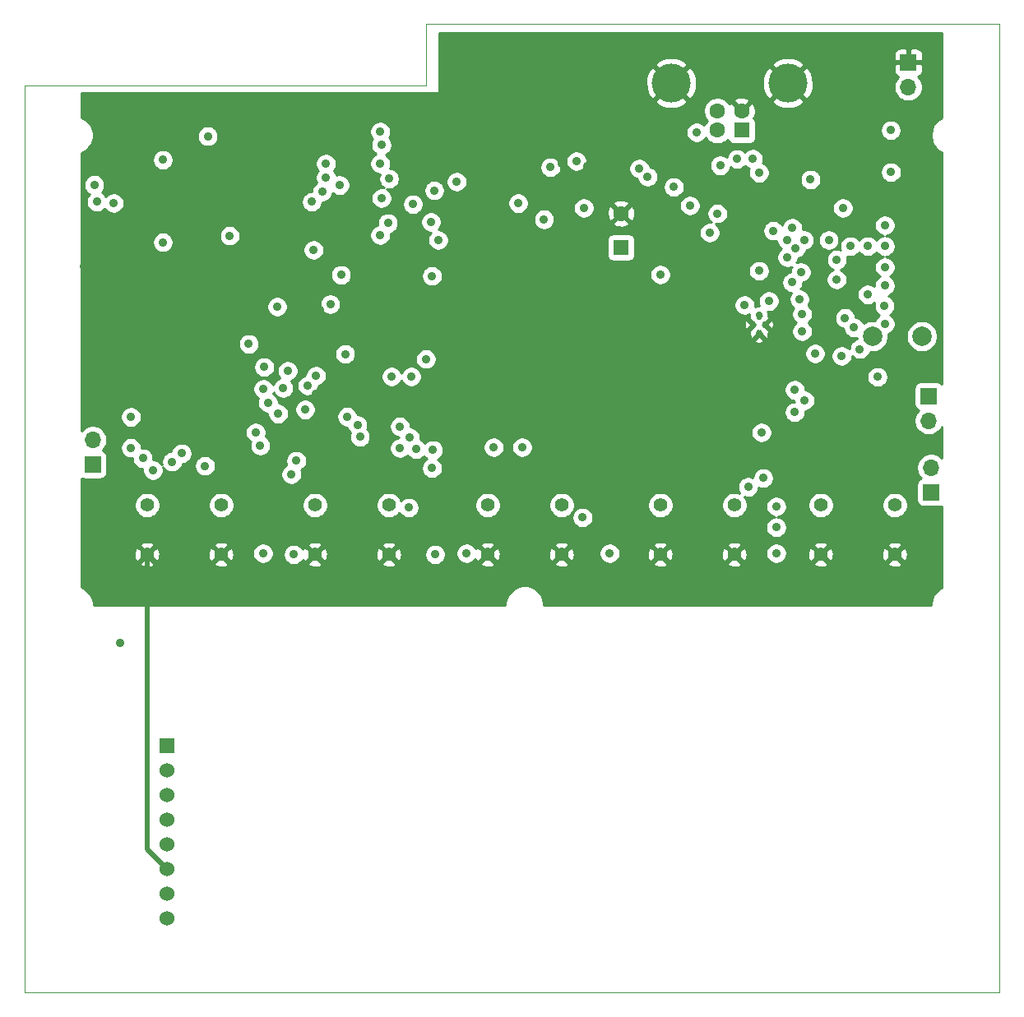
<source format=gbr>
G04 #@! TF.GenerationSoftware,KiCad,Pcbnew,5.1.7*
G04 #@! TF.CreationDate,2020-11-03T15:06:47+01:00*
G04 #@! TF.ProjectId,audioplayer,61756469-6f70-46c6-9179-65722e6b6963,rev?*
G04 #@! TF.SameCoordinates,Original*
G04 #@! TF.FileFunction,Copper,L2,Inr*
G04 #@! TF.FilePolarity,Positive*
%FSLAX46Y46*%
G04 Gerber Fmt 4.6, Leading zero omitted, Abs format (unit mm)*
G04 Created by KiCad (PCBNEW 5.1.7) date 2020-11-03 15:06:47*
%MOMM*%
%LPD*%
G01*
G04 APERTURE LIST*
G04 #@! TA.AperFunction,Profile*
%ADD10C,0.100000*%
G04 #@! TD*
G04 #@! TA.AperFunction,ComponentPad*
%ADD11O,1.700000X1.700000*%
G04 #@! TD*
G04 #@! TA.AperFunction,ComponentPad*
%ADD12R,1.700000X1.700000*%
G04 #@! TD*
G04 #@! TA.AperFunction,ComponentPad*
%ADD13C,1.397000*%
G04 #@! TD*
G04 #@! TA.AperFunction,ComponentPad*
%ADD14C,4.000000*%
G04 #@! TD*
G04 #@! TA.AperFunction,ComponentPad*
%ADD15C,1.600000*%
G04 #@! TD*
G04 #@! TA.AperFunction,ComponentPad*
%ADD16R,1.600000X1.600000*%
G04 #@! TD*
G04 #@! TA.AperFunction,ComponentPad*
%ADD17C,2.000000*%
G04 #@! TD*
G04 #@! TA.AperFunction,ComponentPad*
%ADD18C,1.524000*%
G04 #@! TD*
G04 #@! TA.AperFunction,ComponentPad*
%ADD19R,1.524000X1.524000*%
G04 #@! TD*
G04 #@! TA.AperFunction,ComponentPad*
%ADD20C,0.700000*%
G04 #@! TD*
G04 #@! TA.AperFunction,ComponentPad*
%ADD21C,0.600000*%
G04 #@! TD*
G04 #@! TA.AperFunction,ViaPad*
%ADD22C,0.900000*%
G04 #@! TD*
G04 #@! TA.AperFunction,Conductor*
%ADD23C,0.500000*%
G04 #@! TD*
G04 #@! TA.AperFunction,Conductor*
%ADD24C,0.254000*%
G04 #@! TD*
G04 #@! TA.AperFunction,Conductor*
%ADD25C,0.100000*%
G04 #@! TD*
G04 APERTURE END LIST*
D10*
X156845000Y-121285000D02*
X56515000Y-121285000D01*
X156845000Y-121285000D02*
X156845000Y-21590000D01*
X56515000Y-27940000D02*
X56515000Y-121285000D01*
X97790000Y-21590000D02*
X156845000Y-21590000D01*
X97790000Y-27940000D02*
X97790000Y-21590000D01*
X56515000Y-27940000D02*
X97790000Y-27940000D01*
D11*
X147447000Y-28067000D03*
D12*
X147447000Y-25527000D03*
D11*
X149542500Y-62420500D03*
D12*
X149542500Y-59880500D03*
D13*
X69088000Y-76200000D03*
X69088000Y-71120000D03*
X76708000Y-76200000D03*
X76708000Y-71120000D03*
X93980000Y-71120000D03*
X93980000Y-76200000D03*
X86360000Y-71120000D03*
X86360000Y-76200000D03*
D14*
X135052000Y-27652000D03*
X123052000Y-27652000D03*
D15*
X130302000Y-30512000D03*
X127802000Y-30512000D03*
X127802000Y-32512000D03*
D16*
X130302000Y-32512000D03*
D17*
X148849080Y-53721000D03*
X143769080Y-53721000D03*
D18*
X71120000Y-113665000D03*
X71120000Y-111125000D03*
X71120000Y-108585000D03*
X71120000Y-106045000D03*
X71120000Y-103505000D03*
X71120000Y-100965000D03*
X71120000Y-98425000D03*
D19*
X71120000Y-95885000D03*
D13*
X111760000Y-71120000D03*
X111760000Y-76200000D03*
X104140000Y-71120000D03*
X104140000Y-76200000D03*
D20*
X132080000Y-51564500D03*
D21*
X132655000Y-52514500D03*
X131505000Y-52514500D03*
D20*
X132080000Y-53464500D03*
D13*
X138430000Y-76200000D03*
X138430000Y-71120000D03*
X146050000Y-76200000D03*
X146050000Y-71120000D03*
X121920000Y-76200000D03*
X121920000Y-71120000D03*
X129540000Y-76200000D03*
X129540000Y-71120000D03*
D11*
X149796500Y-67246500D03*
D12*
X149796500Y-69786500D03*
D11*
X63500000Y-64389000D03*
D12*
X63500000Y-66929000D03*
D15*
X117881400Y-41077000D03*
D16*
X117881400Y-44577000D03*
D22*
X130500000Y-39678000D03*
X138036300Y-48501300D03*
X129159000Y-38481000D03*
X135382000Y-72898000D03*
X91274900Y-67271900D03*
X87376000Y-65024000D03*
X143129000Y-64643000D03*
X144907000Y-64008000D03*
X144399000Y-65659000D03*
X145923000Y-65151000D03*
X141097000Y-61595000D03*
X142367000Y-62865000D03*
X141097000Y-63881000D03*
X141351000Y-65405000D03*
X75141000Y-29294000D03*
X69088000Y-29210000D03*
X81470502Y-71183500D03*
X88900000Y-29273496D03*
X68767781Y-35554562D03*
X125095000Y-41999998D03*
X101066600Y-54533800D03*
X124587000Y-44704000D03*
X86868000Y-51054000D03*
X115443000Y-64643000D03*
X114554000Y-65900300D03*
X114681000Y-63411100D03*
X117983000Y-68453000D03*
X78232000Y-60325000D03*
X99060000Y-71183500D03*
X116903506Y-72326500D03*
X110871000Y-62128399D03*
X111760000Y-35941000D03*
X82550000Y-78105000D03*
X100330000Y-78105000D03*
X135255000Y-78105000D03*
X116077996Y-36322000D03*
X143256000Y-42164000D03*
X141097000Y-34544000D03*
X139230000Y-29248000D03*
X112344200Y-53670200D03*
X113538000Y-54356000D03*
X94513400Y-59309000D03*
X76987400Y-53924200D03*
X76984600Y-62455800D03*
X71805800Y-62763400D03*
X88036300Y-62636500D03*
X134937515Y-50228515D03*
X132080000Y-48895000D03*
X132080000Y-55308500D03*
X132080000Y-57150000D03*
X64516000Y-46164500D03*
X62611000Y-46545500D03*
X76327000Y-43370500D03*
X80899000Y-50863500D03*
X118046506Y-78105000D03*
X92176600Y-56667400D03*
X67259200Y-41452800D03*
X101066600Y-52857400D03*
X71704200Y-54279800D03*
X114427000Y-36195000D03*
X85979014Y-56515000D03*
X78105000Y-57531014D03*
X91171098Y-49730998D03*
X86487000Y-59690000D03*
X105072103Y-56050103D03*
X110286810Y-67183000D03*
X141859000Y-29591000D03*
X138429998Y-39497000D03*
X144907000Y-25527000D03*
X140589000Y-55753000D03*
X143256000Y-49428500D03*
X145034000Y-42291000D03*
X140944600Y-51841400D03*
X145034000Y-44450000D03*
X143256000Y-44450000D03*
X141478000Y-44450000D03*
X140097000Y-45831000D03*
X141859000Y-52832000D03*
X145034000Y-46609000D03*
X145034000Y-48514000D03*
X145008600Y-50571400D03*
X145034000Y-52451000D03*
X142468600Y-55041800D03*
X107696000Y-65150996D03*
X104775000Y-65151000D03*
X63911000Y-39878000D03*
X65659000Y-40005000D03*
X63657000Y-38130000D03*
X95123010Y-65252590D03*
X95122998Y-63017402D03*
X132080000Y-46990000D03*
X130600800Y-50501200D03*
X133096002Y-50101502D03*
X96139000Y-64135000D03*
X66294000Y-85344000D03*
X114046000Y-40513000D03*
X88900000Y-38163500D03*
X113283996Y-35687000D03*
X93091000Y-35941000D03*
X75057000Y-67066021D03*
X93218000Y-39497000D03*
X110617000Y-36322000D03*
X72644012Y-65786000D03*
X87124202Y-38800702D03*
X87503000Y-37401498D03*
X71664999Y-66648499D03*
X107291000Y-40029004D03*
X96456500Y-40132000D03*
X84201000Y-76200000D03*
X96012000Y-71374000D03*
X67437000Y-65214500D03*
X67437000Y-62039500D03*
X86233000Y-44831000D03*
X81534004Y-60579000D03*
X89054270Y-47405457D03*
X87947500Y-50419000D03*
X79564562Y-54516634D03*
X93091000Y-43307000D03*
X93886859Y-42070859D03*
X83566000Y-57277000D03*
X136398004Y-47117000D03*
X135509000Y-42545000D03*
X70717318Y-44047318D03*
X137858499Y-55499000D03*
X137388518Y-37592000D03*
X131445000Y-35433000D03*
X93091000Y-32639000D03*
X129826472Y-35468069D03*
X93218000Y-34035998D03*
X113919000Y-72390000D03*
X101981000Y-76072992D03*
X98653600Y-38709600D03*
X132334000Y-63627004D03*
X100965000Y-37816434D03*
X140081000Y-47879000D03*
X144272000Y-57912000D03*
X97790000Y-56070490D03*
X89484198Y-55549800D03*
X94259400Y-57886600D03*
X96291400Y-57886600D03*
X85373622Y-61277500D03*
X83114011Y-59055000D03*
X80746600Y-64985990D03*
X77597000Y-43370500D03*
X86044702Y-39880202D03*
X140716000Y-40513000D03*
X123317000Y-38354000D03*
X135509000Y-48179905D03*
X136715500Y-43815000D03*
X132524500Y-68326000D03*
X135763000Y-59245500D03*
X135763000Y-61544200D03*
X96799400Y-65354200D03*
X98425000Y-67310000D03*
X83947000Y-67945000D03*
X139268200Y-43815000D03*
X136778996Y-60325004D03*
X98526600Y-65445400D03*
X135001000Y-43815000D03*
X135001000Y-45593000D03*
X135858250Y-44672250D03*
X136525000Y-53213000D03*
X136525000Y-51435000D03*
X136259501Y-49922499D03*
X130966999Y-69245001D03*
X75336408Y-33121600D03*
X69697600Y-67513200D03*
X81026000Y-76073000D03*
X116713000Y-76073000D03*
X133858000Y-76073002D03*
X133858000Y-71247000D03*
X133858000Y-73406000D03*
X98742500Y-76200000D03*
X124968000Y-40259000D03*
X127000000Y-43053000D03*
X121920000Y-47371000D03*
X127800100Y-41084500D03*
X80264000Y-63627000D03*
X84455000Y-66548000D03*
X85598000Y-58801000D03*
X91008200Y-64084200D03*
X90754200Y-62865000D03*
X89687400Y-62001400D03*
X82486500Y-50673008D03*
X81152997Y-56895997D03*
X81072132Y-59141882D03*
X82594893Y-61707630D03*
X86487000Y-57785000D03*
X109956500Y-41681500D03*
X87503000Y-35941000D03*
X94013667Y-37498667D03*
X125648720Y-32720280D03*
X145669000Y-36829998D03*
X145643600Y-32512000D03*
X133530800Y-42852800D03*
X128084865Y-36136865D03*
X119761000Y-36449000D03*
X99060000Y-43815000D03*
X132080012Y-36893500D03*
X120618250Y-37306250D03*
X98330587Y-41963990D03*
X70713600Y-35560000D03*
X68643500Y-66294000D03*
X98425000Y-47514179D03*
D23*
X71120000Y-108585000D02*
X69088000Y-106553000D01*
X69088000Y-106553000D02*
X69088000Y-76200000D01*
D24*
X150876000Y-31239687D02*
X150824750Y-31260915D01*
X150499636Y-31478149D01*
X150223149Y-31754636D01*
X150005915Y-32079750D01*
X149856282Y-32440997D01*
X149780000Y-32824495D01*
X149780000Y-33215505D01*
X149856282Y-33599003D01*
X150005915Y-33960250D01*
X150223149Y-34285364D01*
X150499636Y-34561851D01*
X150824750Y-34779085D01*
X150876000Y-34800313D01*
X150876000Y-58618691D01*
X150843685Y-58579315D01*
X150746994Y-58499963D01*
X150636680Y-58440998D01*
X150516982Y-58404688D01*
X150392500Y-58392428D01*
X148692500Y-58392428D01*
X148568018Y-58404688D01*
X148448320Y-58440998D01*
X148338006Y-58499963D01*
X148241315Y-58579315D01*
X148161963Y-58676006D01*
X148102998Y-58786320D01*
X148066688Y-58906018D01*
X148054428Y-59030500D01*
X148054428Y-60730500D01*
X148066688Y-60854982D01*
X148102998Y-60974680D01*
X148161963Y-61084994D01*
X148241315Y-61181685D01*
X148338006Y-61261037D01*
X148448320Y-61320002D01*
X148520880Y-61342013D01*
X148389025Y-61473868D01*
X148226510Y-61717089D01*
X148114568Y-61987342D01*
X148057500Y-62274240D01*
X148057500Y-62566760D01*
X148114568Y-62853658D01*
X148226510Y-63123911D01*
X148389025Y-63367132D01*
X148595868Y-63573975D01*
X148839089Y-63736490D01*
X149109342Y-63848432D01*
X149396240Y-63905500D01*
X149688760Y-63905500D01*
X149975658Y-63848432D01*
X150245911Y-63736490D01*
X150489132Y-63573975D01*
X150695975Y-63367132D01*
X150858490Y-63123911D01*
X150876000Y-63081638D01*
X150876000Y-66225893D01*
X150743132Y-66093025D01*
X150499911Y-65930510D01*
X150229658Y-65818568D01*
X149942760Y-65761500D01*
X149650240Y-65761500D01*
X149363342Y-65818568D01*
X149093089Y-65930510D01*
X148849868Y-66093025D01*
X148643025Y-66299868D01*
X148480510Y-66543089D01*
X148368568Y-66813342D01*
X148311500Y-67100240D01*
X148311500Y-67392760D01*
X148368568Y-67679658D01*
X148480510Y-67949911D01*
X148643025Y-68193132D01*
X148774880Y-68324987D01*
X148702320Y-68346998D01*
X148592006Y-68405963D01*
X148495315Y-68485315D01*
X148415963Y-68582006D01*
X148356998Y-68692320D01*
X148320688Y-68812018D01*
X148308428Y-68936500D01*
X148308428Y-70636500D01*
X148320688Y-70760982D01*
X148356998Y-70880680D01*
X148415963Y-70990994D01*
X148495315Y-71087685D01*
X148592006Y-71167037D01*
X148702320Y-71226002D01*
X148822018Y-71262312D01*
X148946500Y-71274572D01*
X150646500Y-71274572D01*
X150770982Y-71262312D01*
X150876000Y-71230455D01*
X150876000Y-79626687D01*
X150824750Y-79647915D01*
X150499636Y-79865149D01*
X150223149Y-80141636D01*
X150005915Y-80466750D01*
X149856282Y-80827997D01*
X149780000Y-81211495D01*
X149780000Y-81407000D01*
X109935000Y-81407000D01*
X109935000Y-81211495D01*
X109858718Y-80827997D01*
X109709085Y-80466750D01*
X109491851Y-80141636D01*
X109215364Y-79865149D01*
X108890250Y-79647915D01*
X108529003Y-79498282D01*
X108145505Y-79422000D01*
X107754495Y-79422000D01*
X107370997Y-79498282D01*
X107009750Y-79647915D01*
X106684636Y-79865149D01*
X106408149Y-80141636D01*
X106190915Y-80466750D01*
X106041282Y-80827997D01*
X105965000Y-81211495D01*
X105965000Y-81407000D01*
X63580000Y-81407000D01*
X63580000Y-81211495D01*
X63503718Y-80827997D01*
X63354085Y-80466750D01*
X63136851Y-80141636D01*
X62860364Y-79865149D01*
X62535250Y-79647915D01*
X62357000Y-79574082D01*
X62357000Y-77120197D01*
X68347408Y-77120197D01*
X68406686Y-77353812D01*
X68644875Y-77464559D01*
X68900093Y-77526711D01*
X69162533Y-77537876D01*
X69422107Y-77497629D01*
X69668842Y-77407514D01*
X69769314Y-77353812D01*
X69828592Y-77120197D01*
X75967408Y-77120197D01*
X76026686Y-77353812D01*
X76264875Y-77464559D01*
X76520093Y-77526711D01*
X76782533Y-77537876D01*
X77042107Y-77497629D01*
X77288842Y-77407514D01*
X77389314Y-77353812D01*
X77448592Y-77120197D01*
X76708000Y-76379605D01*
X75967408Y-77120197D01*
X69828592Y-77120197D01*
X69088000Y-76379605D01*
X68347408Y-77120197D01*
X62357000Y-77120197D01*
X62357000Y-76274533D01*
X67750124Y-76274533D01*
X67790371Y-76534107D01*
X67880486Y-76780842D01*
X67934188Y-76881314D01*
X68167803Y-76940592D01*
X68908395Y-76200000D01*
X69267605Y-76200000D01*
X70008197Y-76940592D01*
X70241812Y-76881314D01*
X70352559Y-76643125D01*
X70414711Y-76387907D01*
X70419534Y-76274533D01*
X75370124Y-76274533D01*
X75410371Y-76534107D01*
X75500486Y-76780842D01*
X75554188Y-76881314D01*
X75787803Y-76940592D01*
X76528395Y-76200000D01*
X76887605Y-76200000D01*
X77628197Y-76940592D01*
X77861812Y-76881314D01*
X77972559Y-76643125D01*
X78034711Y-76387907D01*
X78045876Y-76125467D01*
X78021172Y-75966137D01*
X79941000Y-75966137D01*
X79941000Y-76179863D01*
X79982696Y-76389483D01*
X80064485Y-76586940D01*
X80183225Y-76764647D01*
X80334353Y-76915775D01*
X80512060Y-77034515D01*
X80709517Y-77116304D01*
X80919137Y-77158000D01*
X81132863Y-77158000D01*
X81342483Y-77116304D01*
X81539940Y-77034515D01*
X81717647Y-76915775D01*
X81868775Y-76764647D01*
X81987515Y-76586940D01*
X82069304Y-76389483D01*
X82111000Y-76179863D01*
X82111000Y-76093137D01*
X83116000Y-76093137D01*
X83116000Y-76306863D01*
X83157696Y-76516483D01*
X83239485Y-76713940D01*
X83358225Y-76891647D01*
X83509353Y-77042775D01*
X83687060Y-77161515D01*
X83884517Y-77243304D01*
X84094137Y-77285000D01*
X84307863Y-77285000D01*
X84517483Y-77243304D01*
X84714940Y-77161515D01*
X84776776Y-77120197D01*
X85619408Y-77120197D01*
X85678686Y-77353812D01*
X85916875Y-77464559D01*
X86172093Y-77526711D01*
X86434533Y-77537876D01*
X86694107Y-77497629D01*
X86940842Y-77407514D01*
X87041314Y-77353812D01*
X87100592Y-77120197D01*
X93239408Y-77120197D01*
X93298686Y-77353812D01*
X93536875Y-77464559D01*
X93792093Y-77526711D01*
X94054533Y-77537876D01*
X94314107Y-77497629D01*
X94560842Y-77407514D01*
X94661314Y-77353812D01*
X94720592Y-77120197D01*
X93980000Y-76379605D01*
X93239408Y-77120197D01*
X87100592Y-77120197D01*
X86360000Y-76379605D01*
X85619408Y-77120197D01*
X84776776Y-77120197D01*
X84892647Y-77042775D01*
X85043775Y-76891647D01*
X85140232Y-76747289D01*
X85152486Y-76780842D01*
X85206188Y-76881314D01*
X85439803Y-76940592D01*
X86180395Y-76200000D01*
X86539605Y-76200000D01*
X87280197Y-76940592D01*
X87513812Y-76881314D01*
X87624559Y-76643125D01*
X87686711Y-76387907D01*
X87691534Y-76274533D01*
X92642124Y-76274533D01*
X92682371Y-76534107D01*
X92772486Y-76780842D01*
X92826188Y-76881314D01*
X93059803Y-76940592D01*
X93800395Y-76200000D01*
X94159605Y-76200000D01*
X94900197Y-76940592D01*
X95133812Y-76881314D01*
X95244559Y-76643125D01*
X95306711Y-76387907D01*
X95317876Y-76125467D01*
X95312864Y-76093137D01*
X97657500Y-76093137D01*
X97657500Y-76306863D01*
X97699196Y-76516483D01*
X97780985Y-76713940D01*
X97899725Y-76891647D01*
X98050853Y-77042775D01*
X98228560Y-77161515D01*
X98426017Y-77243304D01*
X98635637Y-77285000D01*
X98849363Y-77285000D01*
X99058983Y-77243304D01*
X99256440Y-77161515D01*
X99434147Y-77042775D01*
X99585275Y-76891647D01*
X99704015Y-76713940D01*
X99785804Y-76516483D01*
X99827500Y-76306863D01*
X99827500Y-76093137D01*
X99802237Y-75966129D01*
X100896000Y-75966129D01*
X100896000Y-76179855D01*
X100937696Y-76389475D01*
X101019485Y-76586932D01*
X101138225Y-76764639D01*
X101289353Y-76915767D01*
X101467060Y-77034507D01*
X101664517Y-77116296D01*
X101874137Y-77157992D01*
X102087863Y-77157992D01*
X102277871Y-77120197D01*
X103399408Y-77120197D01*
X103458686Y-77353812D01*
X103696875Y-77464559D01*
X103952093Y-77526711D01*
X104214533Y-77537876D01*
X104474107Y-77497629D01*
X104720842Y-77407514D01*
X104821314Y-77353812D01*
X104880592Y-77120197D01*
X111019408Y-77120197D01*
X111078686Y-77353812D01*
X111316875Y-77464559D01*
X111572093Y-77526711D01*
X111834533Y-77537876D01*
X112094107Y-77497629D01*
X112340842Y-77407514D01*
X112441314Y-77353812D01*
X112500592Y-77120197D01*
X111760000Y-76379605D01*
X111019408Y-77120197D01*
X104880592Y-77120197D01*
X104140000Y-76379605D01*
X103399408Y-77120197D01*
X102277871Y-77120197D01*
X102297483Y-77116296D01*
X102494940Y-77034507D01*
X102672647Y-76915767D01*
X102823775Y-76764639D01*
X102890239Y-76665169D01*
X102932486Y-76780842D01*
X102986188Y-76881314D01*
X103219803Y-76940592D01*
X103960395Y-76200000D01*
X104319605Y-76200000D01*
X105060197Y-76940592D01*
X105293812Y-76881314D01*
X105404559Y-76643125D01*
X105466711Y-76387907D01*
X105471534Y-76274533D01*
X110422124Y-76274533D01*
X110462371Y-76534107D01*
X110552486Y-76780842D01*
X110606188Y-76881314D01*
X110839803Y-76940592D01*
X111580395Y-76200000D01*
X111939605Y-76200000D01*
X112680197Y-76940592D01*
X112913812Y-76881314D01*
X113024559Y-76643125D01*
X113086711Y-76387907D01*
X113097876Y-76125467D01*
X113073172Y-75966137D01*
X115628000Y-75966137D01*
X115628000Y-76179863D01*
X115669696Y-76389483D01*
X115751485Y-76586940D01*
X115870225Y-76764647D01*
X116021353Y-76915775D01*
X116199060Y-77034515D01*
X116396517Y-77116304D01*
X116606137Y-77158000D01*
X116819863Y-77158000D01*
X117009911Y-77120197D01*
X121179408Y-77120197D01*
X121238686Y-77353812D01*
X121476875Y-77464559D01*
X121732093Y-77526711D01*
X121994533Y-77537876D01*
X122254107Y-77497629D01*
X122500842Y-77407514D01*
X122601314Y-77353812D01*
X122660592Y-77120197D01*
X128799408Y-77120197D01*
X128858686Y-77353812D01*
X129096875Y-77464559D01*
X129352093Y-77526711D01*
X129614533Y-77537876D01*
X129874107Y-77497629D01*
X130120842Y-77407514D01*
X130221314Y-77353812D01*
X130280592Y-77120197D01*
X129540000Y-76379605D01*
X128799408Y-77120197D01*
X122660592Y-77120197D01*
X121920000Y-76379605D01*
X121179408Y-77120197D01*
X117009911Y-77120197D01*
X117029483Y-77116304D01*
X117226940Y-77034515D01*
X117404647Y-76915775D01*
X117555775Y-76764647D01*
X117674515Y-76586940D01*
X117756304Y-76389483D01*
X117779168Y-76274533D01*
X120582124Y-76274533D01*
X120622371Y-76534107D01*
X120712486Y-76780842D01*
X120766188Y-76881314D01*
X120999803Y-76940592D01*
X121740395Y-76200000D01*
X122099605Y-76200000D01*
X122840197Y-76940592D01*
X123073812Y-76881314D01*
X123184559Y-76643125D01*
X123246711Y-76387907D01*
X123251534Y-76274533D01*
X128202124Y-76274533D01*
X128242371Y-76534107D01*
X128332486Y-76780842D01*
X128386188Y-76881314D01*
X128619803Y-76940592D01*
X129360395Y-76200000D01*
X129719605Y-76200000D01*
X130460197Y-76940592D01*
X130693812Y-76881314D01*
X130804559Y-76643125D01*
X130866711Y-76387907D01*
X130877876Y-76125467D01*
X130853173Y-75966139D01*
X132773000Y-75966139D01*
X132773000Y-76179865D01*
X132814696Y-76389485D01*
X132896485Y-76586942D01*
X133015225Y-76764649D01*
X133166353Y-76915777D01*
X133344060Y-77034517D01*
X133541517Y-77116306D01*
X133751137Y-77158002D01*
X133964863Y-77158002D01*
X134154921Y-77120197D01*
X137689408Y-77120197D01*
X137748686Y-77353812D01*
X137986875Y-77464559D01*
X138242093Y-77526711D01*
X138504533Y-77537876D01*
X138764107Y-77497629D01*
X139010842Y-77407514D01*
X139111314Y-77353812D01*
X139170592Y-77120197D01*
X145309408Y-77120197D01*
X145368686Y-77353812D01*
X145606875Y-77464559D01*
X145862093Y-77526711D01*
X146124533Y-77537876D01*
X146384107Y-77497629D01*
X146630842Y-77407514D01*
X146731314Y-77353812D01*
X146790592Y-77120197D01*
X146050000Y-76379605D01*
X145309408Y-77120197D01*
X139170592Y-77120197D01*
X138430000Y-76379605D01*
X137689408Y-77120197D01*
X134154921Y-77120197D01*
X134174483Y-77116306D01*
X134371940Y-77034517D01*
X134549647Y-76915777D01*
X134700775Y-76764649D01*
X134819515Y-76586942D01*
X134901304Y-76389485D01*
X134924169Y-76274533D01*
X137092124Y-76274533D01*
X137132371Y-76534107D01*
X137222486Y-76780842D01*
X137276188Y-76881314D01*
X137509803Y-76940592D01*
X138250395Y-76200000D01*
X138609605Y-76200000D01*
X139350197Y-76940592D01*
X139583812Y-76881314D01*
X139694559Y-76643125D01*
X139756711Y-76387907D01*
X139761534Y-76274533D01*
X144712124Y-76274533D01*
X144752371Y-76534107D01*
X144842486Y-76780842D01*
X144896188Y-76881314D01*
X145129803Y-76940592D01*
X145870395Y-76200000D01*
X146229605Y-76200000D01*
X146970197Y-76940592D01*
X147203812Y-76881314D01*
X147314559Y-76643125D01*
X147376711Y-76387907D01*
X147387876Y-76125467D01*
X147347629Y-75865893D01*
X147257514Y-75619158D01*
X147203812Y-75518686D01*
X146970197Y-75459408D01*
X146229605Y-76200000D01*
X145870395Y-76200000D01*
X145129803Y-75459408D01*
X144896188Y-75518686D01*
X144785441Y-75756875D01*
X144723289Y-76012093D01*
X144712124Y-76274533D01*
X139761534Y-76274533D01*
X139767876Y-76125467D01*
X139727629Y-75865893D01*
X139637514Y-75619158D01*
X139583812Y-75518686D01*
X139350197Y-75459408D01*
X138609605Y-76200000D01*
X138250395Y-76200000D01*
X137509803Y-75459408D01*
X137276188Y-75518686D01*
X137165441Y-75756875D01*
X137103289Y-76012093D01*
X137092124Y-76274533D01*
X134924169Y-76274533D01*
X134943000Y-76179865D01*
X134943000Y-75966139D01*
X134901304Y-75756519D01*
X134819515Y-75559062D01*
X134700775Y-75381355D01*
X134599223Y-75279803D01*
X137689408Y-75279803D01*
X138430000Y-76020395D01*
X139170592Y-75279803D01*
X145309408Y-75279803D01*
X146050000Y-76020395D01*
X146790592Y-75279803D01*
X146731314Y-75046188D01*
X146493125Y-74935441D01*
X146237907Y-74873289D01*
X145975467Y-74862124D01*
X145715893Y-74902371D01*
X145469158Y-74992486D01*
X145368686Y-75046188D01*
X145309408Y-75279803D01*
X139170592Y-75279803D01*
X139111314Y-75046188D01*
X138873125Y-74935441D01*
X138617907Y-74873289D01*
X138355467Y-74862124D01*
X138095893Y-74902371D01*
X137849158Y-74992486D01*
X137748686Y-75046188D01*
X137689408Y-75279803D01*
X134599223Y-75279803D01*
X134549647Y-75230227D01*
X134371940Y-75111487D01*
X134174483Y-75029698D01*
X133964863Y-74988002D01*
X133751137Y-74988002D01*
X133541517Y-75029698D01*
X133344060Y-75111487D01*
X133166353Y-75230227D01*
X133015225Y-75381355D01*
X132896485Y-75559062D01*
X132814696Y-75756519D01*
X132773000Y-75966139D01*
X130853173Y-75966139D01*
X130837629Y-75865893D01*
X130747514Y-75619158D01*
X130693812Y-75518686D01*
X130460197Y-75459408D01*
X129719605Y-76200000D01*
X129360395Y-76200000D01*
X128619803Y-75459408D01*
X128386188Y-75518686D01*
X128275441Y-75756875D01*
X128213289Y-76012093D01*
X128202124Y-76274533D01*
X123251534Y-76274533D01*
X123257876Y-76125467D01*
X123217629Y-75865893D01*
X123127514Y-75619158D01*
X123073812Y-75518686D01*
X122840197Y-75459408D01*
X122099605Y-76200000D01*
X121740395Y-76200000D01*
X120999803Y-75459408D01*
X120766188Y-75518686D01*
X120655441Y-75756875D01*
X120593289Y-76012093D01*
X120582124Y-76274533D01*
X117779168Y-76274533D01*
X117798000Y-76179863D01*
X117798000Y-75966137D01*
X117756304Y-75756517D01*
X117674515Y-75559060D01*
X117555775Y-75381353D01*
X117454225Y-75279803D01*
X121179408Y-75279803D01*
X121920000Y-76020395D01*
X122660592Y-75279803D01*
X128799408Y-75279803D01*
X129540000Y-76020395D01*
X130280592Y-75279803D01*
X130221314Y-75046188D01*
X129983125Y-74935441D01*
X129727907Y-74873289D01*
X129465467Y-74862124D01*
X129205893Y-74902371D01*
X128959158Y-74992486D01*
X128858686Y-75046188D01*
X128799408Y-75279803D01*
X122660592Y-75279803D01*
X122601314Y-75046188D01*
X122363125Y-74935441D01*
X122107907Y-74873289D01*
X121845467Y-74862124D01*
X121585893Y-74902371D01*
X121339158Y-74992486D01*
X121238686Y-75046188D01*
X121179408Y-75279803D01*
X117454225Y-75279803D01*
X117404647Y-75230225D01*
X117226940Y-75111485D01*
X117029483Y-75029696D01*
X116819863Y-74988000D01*
X116606137Y-74988000D01*
X116396517Y-75029696D01*
X116199060Y-75111485D01*
X116021353Y-75230225D01*
X115870225Y-75381353D01*
X115751485Y-75559060D01*
X115669696Y-75756517D01*
X115628000Y-75966137D01*
X113073172Y-75966137D01*
X113057629Y-75865893D01*
X112967514Y-75619158D01*
X112913812Y-75518686D01*
X112680197Y-75459408D01*
X111939605Y-76200000D01*
X111580395Y-76200000D01*
X110839803Y-75459408D01*
X110606188Y-75518686D01*
X110495441Y-75756875D01*
X110433289Y-76012093D01*
X110422124Y-76274533D01*
X105471534Y-76274533D01*
X105477876Y-76125467D01*
X105437629Y-75865893D01*
X105347514Y-75619158D01*
X105293812Y-75518686D01*
X105060197Y-75459408D01*
X104319605Y-76200000D01*
X103960395Y-76200000D01*
X103219803Y-75459408D01*
X102986188Y-75518686D01*
X102954249Y-75587380D01*
X102942515Y-75559052D01*
X102823775Y-75381345D01*
X102722233Y-75279803D01*
X103399408Y-75279803D01*
X104140000Y-76020395D01*
X104880592Y-75279803D01*
X111019408Y-75279803D01*
X111760000Y-76020395D01*
X112500592Y-75279803D01*
X112441314Y-75046188D01*
X112203125Y-74935441D01*
X111947907Y-74873289D01*
X111685467Y-74862124D01*
X111425893Y-74902371D01*
X111179158Y-74992486D01*
X111078686Y-75046188D01*
X111019408Y-75279803D01*
X104880592Y-75279803D01*
X104821314Y-75046188D01*
X104583125Y-74935441D01*
X104327907Y-74873289D01*
X104065467Y-74862124D01*
X103805893Y-74902371D01*
X103559158Y-74992486D01*
X103458686Y-75046188D01*
X103399408Y-75279803D01*
X102722233Y-75279803D01*
X102672647Y-75230217D01*
X102494940Y-75111477D01*
X102297483Y-75029688D01*
X102087863Y-74987992D01*
X101874137Y-74987992D01*
X101664517Y-75029688D01*
X101467060Y-75111477D01*
X101289353Y-75230217D01*
X101138225Y-75381345D01*
X101019485Y-75559052D01*
X100937696Y-75756509D01*
X100896000Y-75966129D01*
X99802237Y-75966129D01*
X99785804Y-75883517D01*
X99704015Y-75686060D01*
X99585275Y-75508353D01*
X99434147Y-75357225D01*
X99256440Y-75238485D01*
X99058983Y-75156696D01*
X98849363Y-75115000D01*
X98635637Y-75115000D01*
X98426017Y-75156696D01*
X98228560Y-75238485D01*
X98050853Y-75357225D01*
X97899725Y-75508353D01*
X97780985Y-75686060D01*
X97699196Y-75883517D01*
X97657500Y-76093137D01*
X95312864Y-76093137D01*
X95277629Y-75865893D01*
X95187514Y-75619158D01*
X95133812Y-75518686D01*
X94900197Y-75459408D01*
X94159605Y-76200000D01*
X93800395Y-76200000D01*
X93059803Y-75459408D01*
X92826188Y-75518686D01*
X92715441Y-75756875D01*
X92653289Y-76012093D01*
X92642124Y-76274533D01*
X87691534Y-76274533D01*
X87697876Y-76125467D01*
X87657629Y-75865893D01*
X87567514Y-75619158D01*
X87513812Y-75518686D01*
X87280197Y-75459408D01*
X86539605Y-76200000D01*
X86180395Y-76200000D01*
X85439803Y-75459408D01*
X85206188Y-75518686D01*
X85142379Y-75655924D01*
X85043775Y-75508353D01*
X84892647Y-75357225D01*
X84776777Y-75279803D01*
X85619408Y-75279803D01*
X86360000Y-76020395D01*
X87100592Y-75279803D01*
X93239408Y-75279803D01*
X93980000Y-76020395D01*
X94720592Y-75279803D01*
X94661314Y-75046188D01*
X94423125Y-74935441D01*
X94167907Y-74873289D01*
X93905467Y-74862124D01*
X93645893Y-74902371D01*
X93399158Y-74992486D01*
X93298686Y-75046188D01*
X93239408Y-75279803D01*
X87100592Y-75279803D01*
X87041314Y-75046188D01*
X86803125Y-74935441D01*
X86547907Y-74873289D01*
X86285467Y-74862124D01*
X86025893Y-74902371D01*
X85779158Y-74992486D01*
X85678686Y-75046188D01*
X85619408Y-75279803D01*
X84776777Y-75279803D01*
X84714940Y-75238485D01*
X84517483Y-75156696D01*
X84307863Y-75115000D01*
X84094137Y-75115000D01*
X83884517Y-75156696D01*
X83687060Y-75238485D01*
X83509353Y-75357225D01*
X83358225Y-75508353D01*
X83239485Y-75686060D01*
X83157696Y-75883517D01*
X83116000Y-76093137D01*
X82111000Y-76093137D01*
X82111000Y-75966137D01*
X82069304Y-75756517D01*
X81987515Y-75559060D01*
X81868775Y-75381353D01*
X81717647Y-75230225D01*
X81539940Y-75111485D01*
X81342483Y-75029696D01*
X81132863Y-74988000D01*
X80919137Y-74988000D01*
X80709517Y-75029696D01*
X80512060Y-75111485D01*
X80334353Y-75230225D01*
X80183225Y-75381353D01*
X80064485Y-75559060D01*
X79982696Y-75756517D01*
X79941000Y-75966137D01*
X78021172Y-75966137D01*
X78005629Y-75865893D01*
X77915514Y-75619158D01*
X77861812Y-75518686D01*
X77628197Y-75459408D01*
X76887605Y-76200000D01*
X76528395Y-76200000D01*
X75787803Y-75459408D01*
X75554188Y-75518686D01*
X75443441Y-75756875D01*
X75381289Y-76012093D01*
X75370124Y-76274533D01*
X70419534Y-76274533D01*
X70425876Y-76125467D01*
X70385629Y-75865893D01*
X70295514Y-75619158D01*
X70241812Y-75518686D01*
X70008197Y-75459408D01*
X69267605Y-76200000D01*
X68908395Y-76200000D01*
X68167803Y-75459408D01*
X67934188Y-75518686D01*
X67823441Y-75756875D01*
X67761289Y-76012093D01*
X67750124Y-76274533D01*
X62357000Y-76274533D01*
X62357000Y-75279803D01*
X68347408Y-75279803D01*
X69088000Y-76020395D01*
X69828592Y-75279803D01*
X75967408Y-75279803D01*
X76708000Y-76020395D01*
X77448592Y-75279803D01*
X77389314Y-75046188D01*
X77151125Y-74935441D01*
X76895907Y-74873289D01*
X76633467Y-74862124D01*
X76373893Y-74902371D01*
X76127158Y-74992486D01*
X76026686Y-75046188D01*
X75967408Y-75279803D01*
X69828592Y-75279803D01*
X69769314Y-75046188D01*
X69531125Y-74935441D01*
X69275907Y-74873289D01*
X69013467Y-74862124D01*
X68753893Y-74902371D01*
X68507158Y-74992486D01*
X68406686Y-75046188D01*
X68347408Y-75279803D01*
X62357000Y-75279803D01*
X62357000Y-70988662D01*
X67754500Y-70988662D01*
X67754500Y-71251338D01*
X67805746Y-71508968D01*
X67906268Y-71751649D01*
X68052203Y-71970057D01*
X68237943Y-72155797D01*
X68456351Y-72301732D01*
X68699032Y-72402254D01*
X68956662Y-72453500D01*
X69219338Y-72453500D01*
X69476968Y-72402254D01*
X69719649Y-72301732D01*
X69938057Y-72155797D01*
X70123797Y-71970057D01*
X70269732Y-71751649D01*
X70370254Y-71508968D01*
X70421500Y-71251338D01*
X70421500Y-70988662D01*
X75374500Y-70988662D01*
X75374500Y-71251338D01*
X75425746Y-71508968D01*
X75526268Y-71751649D01*
X75672203Y-71970057D01*
X75857943Y-72155797D01*
X76076351Y-72301732D01*
X76319032Y-72402254D01*
X76576662Y-72453500D01*
X76839338Y-72453500D01*
X77096968Y-72402254D01*
X77339649Y-72301732D01*
X77558057Y-72155797D01*
X77743797Y-71970057D01*
X77889732Y-71751649D01*
X77990254Y-71508968D01*
X78041500Y-71251338D01*
X78041500Y-70988662D01*
X85026500Y-70988662D01*
X85026500Y-71251338D01*
X85077746Y-71508968D01*
X85178268Y-71751649D01*
X85324203Y-71970057D01*
X85509943Y-72155797D01*
X85728351Y-72301732D01*
X85971032Y-72402254D01*
X86228662Y-72453500D01*
X86491338Y-72453500D01*
X86748968Y-72402254D01*
X86991649Y-72301732D01*
X87210057Y-72155797D01*
X87395797Y-71970057D01*
X87541732Y-71751649D01*
X87642254Y-71508968D01*
X87693500Y-71251338D01*
X87693500Y-70988662D01*
X92646500Y-70988662D01*
X92646500Y-71251338D01*
X92697746Y-71508968D01*
X92798268Y-71751649D01*
X92944203Y-71970057D01*
X93129943Y-72155797D01*
X93348351Y-72301732D01*
X93591032Y-72402254D01*
X93848662Y-72453500D01*
X94111338Y-72453500D01*
X94368968Y-72402254D01*
X94611649Y-72301732D01*
X94830057Y-72155797D01*
X95015797Y-71970057D01*
X95060575Y-71903041D01*
X95169225Y-72065647D01*
X95320353Y-72216775D01*
X95498060Y-72335515D01*
X95695517Y-72417304D01*
X95905137Y-72459000D01*
X96118863Y-72459000D01*
X96328483Y-72417304D01*
X96525940Y-72335515D01*
X96703647Y-72216775D01*
X96854775Y-72065647D01*
X96973515Y-71887940D01*
X97055304Y-71690483D01*
X97097000Y-71480863D01*
X97097000Y-71267137D01*
X97055304Y-71057517D01*
X97026784Y-70988662D01*
X102806500Y-70988662D01*
X102806500Y-71251338D01*
X102857746Y-71508968D01*
X102958268Y-71751649D01*
X103104203Y-71970057D01*
X103289943Y-72155797D01*
X103508351Y-72301732D01*
X103751032Y-72402254D01*
X104008662Y-72453500D01*
X104271338Y-72453500D01*
X104528968Y-72402254D01*
X104771649Y-72301732D01*
X104990057Y-72155797D01*
X105175797Y-71970057D01*
X105321732Y-71751649D01*
X105422254Y-71508968D01*
X105473500Y-71251338D01*
X105473500Y-70988662D01*
X110426500Y-70988662D01*
X110426500Y-71251338D01*
X110477746Y-71508968D01*
X110578268Y-71751649D01*
X110724203Y-71970057D01*
X110909943Y-72155797D01*
X111128351Y-72301732D01*
X111371032Y-72402254D01*
X111628662Y-72453500D01*
X111891338Y-72453500D01*
X112148968Y-72402254D01*
X112391649Y-72301732D01*
X112419478Y-72283137D01*
X112834000Y-72283137D01*
X112834000Y-72496863D01*
X112875696Y-72706483D01*
X112957485Y-72903940D01*
X113076225Y-73081647D01*
X113227353Y-73232775D01*
X113405060Y-73351515D01*
X113602517Y-73433304D01*
X113812137Y-73475000D01*
X114025863Y-73475000D01*
X114235483Y-73433304D01*
X114432940Y-73351515D01*
X114610647Y-73232775D01*
X114761775Y-73081647D01*
X114880515Y-72903940D01*
X114962304Y-72706483D01*
X115004000Y-72496863D01*
X115004000Y-72283137D01*
X114962304Y-72073517D01*
X114880515Y-71876060D01*
X114761775Y-71698353D01*
X114610647Y-71547225D01*
X114432940Y-71428485D01*
X114235483Y-71346696D01*
X114025863Y-71305000D01*
X113812137Y-71305000D01*
X113602517Y-71346696D01*
X113405060Y-71428485D01*
X113227353Y-71547225D01*
X113076225Y-71698353D01*
X112957485Y-71876060D01*
X112875696Y-72073517D01*
X112834000Y-72283137D01*
X112419478Y-72283137D01*
X112610057Y-72155797D01*
X112795797Y-71970057D01*
X112941732Y-71751649D01*
X113042254Y-71508968D01*
X113093500Y-71251338D01*
X113093500Y-70988662D01*
X120586500Y-70988662D01*
X120586500Y-71251338D01*
X120637746Y-71508968D01*
X120738268Y-71751649D01*
X120884203Y-71970057D01*
X121069943Y-72155797D01*
X121288351Y-72301732D01*
X121531032Y-72402254D01*
X121788662Y-72453500D01*
X122051338Y-72453500D01*
X122308968Y-72402254D01*
X122551649Y-72301732D01*
X122770057Y-72155797D01*
X122955797Y-71970057D01*
X123101732Y-71751649D01*
X123202254Y-71508968D01*
X123253500Y-71251338D01*
X123253500Y-70988662D01*
X128206500Y-70988662D01*
X128206500Y-71251338D01*
X128257746Y-71508968D01*
X128358268Y-71751649D01*
X128504203Y-71970057D01*
X128689943Y-72155797D01*
X128908351Y-72301732D01*
X129151032Y-72402254D01*
X129408662Y-72453500D01*
X129671338Y-72453500D01*
X129928968Y-72402254D01*
X130171649Y-72301732D01*
X130390057Y-72155797D01*
X130575797Y-71970057D01*
X130721732Y-71751649D01*
X130822254Y-71508968D01*
X130873500Y-71251338D01*
X130873500Y-71140137D01*
X132773000Y-71140137D01*
X132773000Y-71353863D01*
X132814696Y-71563483D01*
X132896485Y-71760940D01*
X133015225Y-71938647D01*
X133166353Y-72089775D01*
X133344060Y-72208515D01*
X133541517Y-72290304D01*
X133723487Y-72326500D01*
X133541517Y-72362696D01*
X133344060Y-72444485D01*
X133166353Y-72563225D01*
X133015225Y-72714353D01*
X132896485Y-72892060D01*
X132814696Y-73089517D01*
X132773000Y-73299137D01*
X132773000Y-73512863D01*
X132814696Y-73722483D01*
X132896485Y-73919940D01*
X133015225Y-74097647D01*
X133166353Y-74248775D01*
X133344060Y-74367515D01*
X133541517Y-74449304D01*
X133751137Y-74491000D01*
X133964863Y-74491000D01*
X134174483Y-74449304D01*
X134371940Y-74367515D01*
X134549647Y-74248775D01*
X134700775Y-74097647D01*
X134819515Y-73919940D01*
X134901304Y-73722483D01*
X134943000Y-73512863D01*
X134943000Y-73299137D01*
X134901304Y-73089517D01*
X134819515Y-72892060D01*
X134700775Y-72714353D01*
X134549647Y-72563225D01*
X134371940Y-72444485D01*
X134174483Y-72362696D01*
X133992513Y-72326500D01*
X134174483Y-72290304D01*
X134371940Y-72208515D01*
X134549647Y-72089775D01*
X134700775Y-71938647D01*
X134819515Y-71760940D01*
X134901304Y-71563483D01*
X134943000Y-71353863D01*
X134943000Y-71140137D01*
X134912870Y-70988662D01*
X137096500Y-70988662D01*
X137096500Y-71251338D01*
X137147746Y-71508968D01*
X137248268Y-71751649D01*
X137394203Y-71970057D01*
X137579943Y-72155797D01*
X137798351Y-72301732D01*
X138041032Y-72402254D01*
X138298662Y-72453500D01*
X138561338Y-72453500D01*
X138818968Y-72402254D01*
X139061649Y-72301732D01*
X139280057Y-72155797D01*
X139465797Y-71970057D01*
X139611732Y-71751649D01*
X139712254Y-71508968D01*
X139763500Y-71251338D01*
X139763500Y-70988662D01*
X144716500Y-70988662D01*
X144716500Y-71251338D01*
X144767746Y-71508968D01*
X144868268Y-71751649D01*
X145014203Y-71970057D01*
X145199943Y-72155797D01*
X145418351Y-72301732D01*
X145661032Y-72402254D01*
X145918662Y-72453500D01*
X146181338Y-72453500D01*
X146438968Y-72402254D01*
X146681649Y-72301732D01*
X146900057Y-72155797D01*
X147085797Y-71970057D01*
X147231732Y-71751649D01*
X147332254Y-71508968D01*
X147383500Y-71251338D01*
X147383500Y-70988662D01*
X147332254Y-70731032D01*
X147231732Y-70488351D01*
X147085797Y-70269943D01*
X146900057Y-70084203D01*
X146681649Y-69938268D01*
X146438968Y-69837746D01*
X146181338Y-69786500D01*
X145918662Y-69786500D01*
X145661032Y-69837746D01*
X145418351Y-69938268D01*
X145199943Y-70084203D01*
X145014203Y-70269943D01*
X144868268Y-70488351D01*
X144767746Y-70731032D01*
X144716500Y-70988662D01*
X139763500Y-70988662D01*
X139712254Y-70731032D01*
X139611732Y-70488351D01*
X139465797Y-70269943D01*
X139280057Y-70084203D01*
X139061649Y-69938268D01*
X138818968Y-69837746D01*
X138561338Y-69786500D01*
X138298662Y-69786500D01*
X138041032Y-69837746D01*
X137798351Y-69938268D01*
X137579943Y-70084203D01*
X137394203Y-70269943D01*
X137248268Y-70488351D01*
X137147746Y-70731032D01*
X137096500Y-70988662D01*
X134912870Y-70988662D01*
X134901304Y-70930517D01*
X134819515Y-70733060D01*
X134700775Y-70555353D01*
X134549647Y-70404225D01*
X134371940Y-70285485D01*
X134174483Y-70203696D01*
X133964863Y-70162000D01*
X133751137Y-70162000D01*
X133541517Y-70203696D01*
X133344060Y-70285485D01*
X133166353Y-70404225D01*
X133015225Y-70555353D01*
X132896485Y-70733060D01*
X132814696Y-70930517D01*
X132773000Y-71140137D01*
X130873500Y-71140137D01*
X130873500Y-70988662D01*
X130822254Y-70731032D01*
X130721732Y-70488351D01*
X130575797Y-70269943D01*
X130554309Y-70248455D01*
X130650516Y-70288305D01*
X130860136Y-70330001D01*
X131073862Y-70330001D01*
X131283482Y-70288305D01*
X131480939Y-70206516D01*
X131658646Y-70087776D01*
X131809774Y-69936648D01*
X131928514Y-69758941D01*
X132010303Y-69561484D01*
X132051999Y-69351864D01*
X132051999Y-69304680D01*
X132208017Y-69369304D01*
X132417637Y-69411000D01*
X132631363Y-69411000D01*
X132840983Y-69369304D01*
X133038440Y-69287515D01*
X133216147Y-69168775D01*
X133367275Y-69017647D01*
X133486015Y-68839940D01*
X133567804Y-68642483D01*
X133609500Y-68432863D01*
X133609500Y-68219137D01*
X133567804Y-68009517D01*
X133486015Y-67812060D01*
X133367275Y-67634353D01*
X133216147Y-67483225D01*
X133038440Y-67364485D01*
X132840983Y-67282696D01*
X132631363Y-67241000D01*
X132417637Y-67241000D01*
X132208017Y-67282696D01*
X132010560Y-67364485D01*
X131832853Y-67483225D01*
X131681725Y-67634353D01*
X131562985Y-67812060D01*
X131481196Y-68009517D01*
X131439500Y-68219137D01*
X131439500Y-68266321D01*
X131283482Y-68201697D01*
X131073862Y-68160001D01*
X130860136Y-68160001D01*
X130650516Y-68201697D01*
X130453059Y-68283486D01*
X130275352Y-68402226D01*
X130124224Y-68553354D01*
X130005484Y-68731061D01*
X129923695Y-68928518D01*
X129881999Y-69138138D01*
X129881999Y-69351864D01*
X129923695Y-69561484D01*
X130005484Y-69758941D01*
X130107572Y-69911726D01*
X129928968Y-69837746D01*
X129671338Y-69786500D01*
X129408662Y-69786500D01*
X129151032Y-69837746D01*
X128908351Y-69938268D01*
X128689943Y-70084203D01*
X128504203Y-70269943D01*
X128358268Y-70488351D01*
X128257746Y-70731032D01*
X128206500Y-70988662D01*
X123253500Y-70988662D01*
X123202254Y-70731032D01*
X123101732Y-70488351D01*
X122955797Y-70269943D01*
X122770057Y-70084203D01*
X122551649Y-69938268D01*
X122308968Y-69837746D01*
X122051338Y-69786500D01*
X121788662Y-69786500D01*
X121531032Y-69837746D01*
X121288351Y-69938268D01*
X121069943Y-70084203D01*
X120884203Y-70269943D01*
X120738268Y-70488351D01*
X120637746Y-70731032D01*
X120586500Y-70988662D01*
X113093500Y-70988662D01*
X113042254Y-70731032D01*
X112941732Y-70488351D01*
X112795797Y-70269943D01*
X112610057Y-70084203D01*
X112391649Y-69938268D01*
X112148968Y-69837746D01*
X111891338Y-69786500D01*
X111628662Y-69786500D01*
X111371032Y-69837746D01*
X111128351Y-69938268D01*
X110909943Y-70084203D01*
X110724203Y-70269943D01*
X110578268Y-70488351D01*
X110477746Y-70731032D01*
X110426500Y-70988662D01*
X105473500Y-70988662D01*
X105422254Y-70731032D01*
X105321732Y-70488351D01*
X105175797Y-70269943D01*
X104990057Y-70084203D01*
X104771649Y-69938268D01*
X104528968Y-69837746D01*
X104271338Y-69786500D01*
X104008662Y-69786500D01*
X103751032Y-69837746D01*
X103508351Y-69938268D01*
X103289943Y-70084203D01*
X103104203Y-70269943D01*
X102958268Y-70488351D01*
X102857746Y-70731032D01*
X102806500Y-70988662D01*
X97026784Y-70988662D01*
X96973515Y-70860060D01*
X96854775Y-70682353D01*
X96703647Y-70531225D01*
X96525940Y-70412485D01*
X96328483Y-70330696D01*
X96118863Y-70289000D01*
X95905137Y-70289000D01*
X95695517Y-70330696D01*
X95498060Y-70412485D01*
X95320353Y-70531225D01*
X95220749Y-70630829D01*
X95161732Y-70488351D01*
X95015797Y-70269943D01*
X94830057Y-70084203D01*
X94611649Y-69938268D01*
X94368968Y-69837746D01*
X94111338Y-69786500D01*
X93848662Y-69786500D01*
X93591032Y-69837746D01*
X93348351Y-69938268D01*
X93129943Y-70084203D01*
X92944203Y-70269943D01*
X92798268Y-70488351D01*
X92697746Y-70731032D01*
X92646500Y-70988662D01*
X87693500Y-70988662D01*
X87642254Y-70731032D01*
X87541732Y-70488351D01*
X87395797Y-70269943D01*
X87210057Y-70084203D01*
X86991649Y-69938268D01*
X86748968Y-69837746D01*
X86491338Y-69786500D01*
X86228662Y-69786500D01*
X85971032Y-69837746D01*
X85728351Y-69938268D01*
X85509943Y-70084203D01*
X85324203Y-70269943D01*
X85178268Y-70488351D01*
X85077746Y-70731032D01*
X85026500Y-70988662D01*
X78041500Y-70988662D01*
X77990254Y-70731032D01*
X77889732Y-70488351D01*
X77743797Y-70269943D01*
X77558057Y-70084203D01*
X77339649Y-69938268D01*
X77096968Y-69837746D01*
X76839338Y-69786500D01*
X76576662Y-69786500D01*
X76319032Y-69837746D01*
X76076351Y-69938268D01*
X75857943Y-70084203D01*
X75672203Y-70269943D01*
X75526268Y-70488351D01*
X75425746Y-70731032D01*
X75374500Y-70988662D01*
X70421500Y-70988662D01*
X70370254Y-70731032D01*
X70269732Y-70488351D01*
X70123797Y-70269943D01*
X69938057Y-70084203D01*
X69719649Y-69938268D01*
X69476968Y-69837746D01*
X69219338Y-69786500D01*
X68956662Y-69786500D01*
X68699032Y-69837746D01*
X68456351Y-69938268D01*
X68237943Y-70084203D01*
X68052203Y-70269943D01*
X67906268Y-70488351D01*
X67805746Y-70731032D01*
X67754500Y-70988662D01*
X62357000Y-70988662D01*
X62357000Y-68342407D01*
X62405820Y-68368502D01*
X62525518Y-68404812D01*
X62650000Y-68417072D01*
X64350000Y-68417072D01*
X64474482Y-68404812D01*
X64594180Y-68368502D01*
X64704494Y-68309537D01*
X64801185Y-68230185D01*
X64880537Y-68133494D01*
X64939502Y-68023180D01*
X64975812Y-67903482D01*
X64988072Y-67779000D01*
X64988072Y-66079000D01*
X64975812Y-65954518D01*
X64939502Y-65834820D01*
X64880537Y-65724506D01*
X64801185Y-65627815D01*
X64704494Y-65548463D01*
X64594180Y-65489498D01*
X64521620Y-65467487D01*
X64653475Y-65335632D01*
X64805816Y-65107637D01*
X66352000Y-65107637D01*
X66352000Y-65321363D01*
X66393696Y-65530983D01*
X66475485Y-65728440D01*
X66594225Y-65906147D01*
X66745353Y-66057275D01*
X66923060Y-66176015D01*
X67120517Y-66257804D01*
X67330137Y-66299500D01*
X67543863Y-66299500D01*
X67558500Y-66296589D01*
X67558500Y-66400863D01*
X67600196Y-66610483D01*
X67681985Y-66807940D01*
X67800725Y-66985647D01*
X67951853Y-67136775D01*
X68129560Y-67255515D01*
X68327017Y-67337304D01*
X68536637Y-67379000D01*
X68618038Y-67379000D01*
X68612600Y-67406337D01*
X68612600Y-67620063D01*
X68654296Y-67829683D01*
X68736085Y-68027140D01*
X68854825Y-68204847D01*
X69005953Y-68355975D01*
X69183660Y-68474715D01*
X69381117Y-68556504D01*
X69590737Y-68598200D01*
X69804463Y-68598200D01*
X70014083Y-68556504D01*
X70211540Y-68474715D01*
X70389247Y-68355975D01*
X70540375Y-68204847D01*
X70659115Y-68027140D01*
X70740904Y-67829683D01*
X70782600Y-67620063D01*
X70782600Y-67406337D01*
X70747057Y-67227651D01*
X70822224Y-67340146D01*
X70973352Y-67491274D01*
X71151059Y-67610014D01*
X71348516Y-67691803D01*
X71558136Y-67733499D01*
X71771862Y-67733499D01*
X71981482Y-67691803D01*
X72178939Y-67610014D01*
X72356646Y-67491274D01*
X72507774Y-67340146D01*
X72626514Y-67162439D01*
X72708303Y-66964982D01*
X72709461Y-66959158D01*
X73972000Y-66959158D01*
X73972000Y-67172884D01*
X74013696Y-67382504D01*
X74095485Y-67579961D01*
X74214225Y-67757668D01*
X74365353Y-67908796D01*
X74543060Y-68027536D01*
X74740517Y-68109325D01*
X74950137Y-68151021D01*
X75163863Y-68151021D01*
X75373483Y-68109325D01*
X75570940Y-68027536D01*
X75748647Y-67908796D01*
X75819306Y-67838137D01*
X82862000Y-67838137D01*
X82862000Y-68051863D01*
X82903696Y-68261483D01*
X82985485Y-68458940D01*
X83104225Y-68636647D01*
X83255353Y-68787775D01*
X83433060Y-68906515D01*
X83630517Y-68988304D01*
X83840137Y-69030000D01*
X84053863Y-69030000D01*
X84263483Y-68988304D01*
X84460940Y-68906515D01*
X84638647Y-68787775D01*
X84789775Y-68636647D01*
X84908515Y-68458940D01*
X84990304Y-68261483D01*
X85032000Y-68051863D01*
X85032000Y-67838137D01*
X84990304Y-67628517D01*
X84945102Y-67519389D01*
X84968940Y-67509515D01*
X85146647Y-67390775D01*
X85297775Y-67239647D01*
X85416515Y-67061940D01*
X85498304Y-66864483D01*
X85540000Y-66654863D01*
X85540000Y-66441137D01*
X85498304Y-66231517D01*
X85416515Y-66034060D01*
X85297775Y-65856353D01*
X85146647Y-65705225D01*
X84968940Y-65586485D01*
X84771483Y-65504696D01*
X84561863Y-65463000D01*
X84348137Y-65463000D01*
X84138517Y-65504696D01*
X83941060Y-65586485D01*
X83763353Y-65705225D01*
X83612225Y-65856353D01*
X83493485Y-66034060D01*
X83411696Y-66231517D01*
X83370000Y-66441137D01*
X83370000Y-66654863D01*
X83411696Y-66864483D01*
X83456898Y-66973611D01*
X83433060Y-66983485D01*
X83255353Y-67102225D01*
X83104225Y-67253353D01*
X82985485Y-67431060D01*
X82903696Y-67628517D01*
X82862000Y-67838137D01*
X75819306Y-67838137D01*
X75899775Y-67757668D01*
X76018515Y-67579961D01*
X76100304Y-67382504D01*
X76142000Y-67172884D01*
X76142000Y-66959158D01*
X76100304Y-66749538D01*
X76018515Y-66552081D01*
X75899775Y-66374374D01*
X75748647Y-66223246D01*
X75570940Y-66104506D01*
X75373483Y-66022717D01*
X75163863Y-65981021D01*
X74950137Y-65981021D01*
X74740517Y-66022717D01*
X74543060Y-66104506D01*
X74365353Y-66223246D01*
X74214225Y-66374374D01*
X74095485Y-66552081D01*
X74013696Y-66749538D01*
X73972000Y-66959158D01*
X72709461Y-66959158D01*
X72726997Y-66871000D01*
X72750875Y-66871000D01*
X72960495Y-66829304D01*
X73157952Y-66747515D01*
X73335659Y-66628775D01*
X73486787Y-66477647D01*
X73605527Y-66299940D01*
X73687316Y-66102483D01*
X73729012Y-65892863D01*
X73729012Y-65679137D01*
X73687316Y-65469517D01*
X73605527Y-65272060D01*
X73486787Y-65094353D01*
X73335659Y-64943225D01*
X73157952Y-64824485D01*
X72960495Y-64742696D01*
X72750875Y-64701000D01*
X72537149Y-64701000D01*
X72327529Y-64742696D01*
X72130072Y-64824485D01*
X71952365Y-64943225D01*
X71801237Y-65094353D01*
X71682497Y-65272060D01*
X71600708Y-65469517D01*
X71582014Y-65563499D01*
X71558136Y-65563499D01*
X71348516Y-65605195D01*
X71151059Y-65686984D01*
X70973352Y-65805724D01*
X70822224Y-65956852D01*
X70703484Y-66134559D01*
X70621695Y-66332016D01*
X70579999Y-66541636D01*
X70579999Y-66755362D01*
X70615542Y-66934048D01*
X70540375Y-66821553D01*
X70389247Y-66670425D01*
X70211540Y-66551685D01*
X70014083Y-66469896D01*
X69804463Y-66428200D01*
X69723062Y-66428200D01*
X69728500Y-66400863D01*
X69728500Y-66187137D01*
X69686804Y-65977517D01*
X69605015Y-65780060D01*
X69486275Y-65602353D01*
X69335147Y-65451225D01*
X69157440Y-65332485D01*
X68959983Y-65250696D01*
X68750363Y-65209000D01*
X68536637Y-65209000D01*
X68522000Y-65211911D01*
X68522000Y-65107637D01*
X68480304Y-64898017D01*
X68398515Y-64700560D01*
X68279775Y-64522853D01*
X68128647Y-64371725D01*
X67950940Y-64252985D01*
X67753483Y-64171196D01*
X67543863Y-64129500D01*
X67330137Y-64129500D01*
X67120517Y-64171196D01*
X66923060Y-64252985D01*
X66745353Y-64371725D01*
X66594225Y-64522853D01*
X66475485Y-64700560D01*
X66393696Y-64898017D01*
X66352000Y-65107637D01*
X64805816Y-65107637D01*
X64815990Y-65092411D01*
X64927932Y-64822158D01*
X64985000Y-64535260D01*
X64985000Y-64242740D01*
X64927932Y-63955842D01*
X64815990Y-63685589D01*
X64705439Y-63520137D01*
X79179000Y-63520137D01*
X79179000Y-63733863D01*
X79220696Y-63943483D01*
X79302485Y-64140940D01*
X79421225Y-64318647D01*
X79572353Y-64469775D01*
X79739709Y-64581599D01*
X79703296Y-64669507D01*
X79661600Y-64879127D01*
X79661600Y-65092853D01*
X79703296Y-65302473D01*
X79785085Y-65499930D01*
X79903825Y-65677637D01*
X80054953Y-65828765D01*
X80232660Y-65947505D01*
X80430117Y-66029294D01*
X80639737Y-66070990D01*
X80853463Y-66070990D01*
X81063083Y-66029294D01*
X81260540Y-65947505D01*
X81438247Y-65828765D01*
X81589375Y-65677637D01*
X81708115Y-65499930D01*
X81789904Y-65302473D01*
X81831600Y-65092853D01*
X81831600Y-64879127D01*
X81789904Y-64669507D01*
X81708115Y-64472050D01*
X81589375Y-64294343D01*
X81438247Y-64143215D01*
X81270891Y-64031391D01*
X81307304Y-63943483D01*
X81349000Y-63733863D01*
X81349000Y-63520137D01*
X81307304Y-63310517D01*
X81225515Y-63113060D01*
X81106775Y-62935353D01*
X80955647Y-62784225D01*
X80777940Y-62665485D01*
X80580483Y-62583696D01*
X80370863Y-62542000D01*
X80157137Y-62542000D01*
X79947517Y-62583696D01*
X79750060Y-62665485D01*
X79572353Y-62784225D01*
X79421225Y-62935353D01*
X79302485Y-63113060D01*
X79220696Y-63310517D01*
X79179000Y-63520137D01*
X64705439Y-63520137D01*
X64653475Y-63442368D01*
X64446632Y-63235525D01*
X64203411Y-63073010D01*
X63933158Y-62961068D01*
X63646260Y-62904000D01*
X63353740Y-62904000D01*
X63066842Y-62961068D01*
X62796589Y-63073010D01*
X62553368Y-63235525D01*
X62357000Y-63431893D01*
X62357000Y-61932637D01*
X66352000Y-61932637D01*
X66352000Y-62146363D01*
X66393696Y-62355983D01*
X66475485Y-62553440D01*
X66594225Y-62731147D01*
X66745353Y-62882275D01*
X66923060Y-63001015D01*
X67120517Y-63082804D01*
X67330137Y-63124500D01*
X67543863Y-63124500D01*
X67753483Y-63082804D01*
X67950940Y-63001015D01*
X68128647Y-62882275D01*
X68279775Y-62731147D01*
X68398515Y-62553440D01*
X68480304Y-62355983D01*
X68522000Y-62146363D01*
X68522000Y-61932637D01*
X68480304Y-61723017D01*
X68398515Y-61525560D01*
X68279775Y-61347853D01*
X68128647Y-61196725D01*
X67950940Y-61077985D01*
X67753483Y-60996196D01*
X67543863Y-60954500D01*
X67330137Y-60954500D01*
X67120517Y-60996196D01*
X66923060Y-61077985D01*
X66745353Y-61196725D01*
X66594225Y-61347853D01*
X66475485Y-61525560D01*
X66393696Y-61723017D01*
X66352000Y-61932637D01*
X62357000Y-61932637D01*
X62357000Y-59035019D01*
X79987132Y-59035019D01*
X79987132Y-59248745D01*
X80028828Y-59458365D01*
X80110617Y-59655822D01*
X80229357Y-59833529D01*
X80380485Y-59984657D01*
X80556952Y-60102569D01*
X80490700Y-60262517D01*
X80449004Y-60472137D01*
X80449004Y-60685863D01*
X80490700Y-60895483D01*
X80572489Y-61092940D01*
X80691229Y-61270647D01*
X80842357Y-61421775D01*
X81020064Y-61540515D01*
X81217521Y-61622304D01*
X81427141Y-61664000D01*
X81509893Y-61664000D01*
X81509893Y-61814493D01*
X81551589Y-62024113D01*
X81633378Y-62221570D01*
X81752118Y-62399277D01*
X81903246Y-62550405D01*
X82080953Y-62669145D01*
X82278410Y-62750934D01*
X82488030Y-62792630D01*
X82701756Y-62792630D01*
X82911376Y-62750934D01*
X83108833Y-62669145D01*
X83286540Y-62550405D01*
X83437668Y-62399277D01*
X83556408Y-62221570D01*
X83638197Y-62024113D01*
X83679893Y-61814493D01*
X83679893Y-61600767D01*
X83638197Y-61391147D01*
X83556408Y-61193690D01*
X83541005Y-61170637D01*
X84288622Y-61170637D01*
X84288622Y-61384363D01*
X84330318Y-61593983D01*
X84412107Y-61791440D01*
X84530847Y-61969147D01*
X84681975Y-62120275D01*
X84859682Y-62239015D01*
X85057139Y-62320804D01*
X85266759Y-62362500D01*
X85480485Y-62362500D01*
X85690105Y-62320804D01*
X85887562Y-62239015D01*
X86065269Y-62120275D01*
X86216397Y-61969147D01*
X86266249Y-61894537D01*
X88602400Y-61894537D01*
X88602400Y-62108263D01*
X88644096Y-62317883D01*
X88725885Y-62515340D01*
X88844625Y-62693047D01*
X88995753Y-62844175D01*
X89173460Y-62962915D01*
X89370917Y-63044704D01*
X89580537Y-63086400D01*
X89691983Y-63086400D01*
X89710896Y-63181483D01*
X89792685Y-63378940D01*
X89911425Y-63556647D01*
X90011056Y-63656278D01*
X89964896Y-63767717D01*
X89923200Y-63977337D01*
X89923200Y-64191063D01*
X89964896Y-64400683D01*
X90046685Y-64598140D01*
X90165425Y-64775847D01*
X90316553Y-64926975D01*
X90494260Y-65045715D01*
X90691717Y-65127504D01*
X90901337Y-65169200D01*
X91115063Y-65169200D01*
X91324683Y-65127504D01*
X91522140Y-65045715D01*
X91699847Y-64926975D01*
X91850975Y-64775847D01*
X91969715Y-64598140D01*
X92051504Y-64400683D01*
X92093200Y-64191063D01*
X92093200Y-63977337D01*
X92051504Y-63767717D01*
X91969715Y-63570260D01*
X91850975Y-63392553D01*
X91751344Y-63292922D01*
X91797504Y-63181483D01*
X91839200Y-62971863D01*
X91839200Y-62910539D01*
X94037998Y-62910539D01*
X94037998Y-63124265D01*
X94079694Y-63333885D01*
X94161483Y-63531342D01*
X94280223Y-63709049D01*
X94431351Y-63860177D01*
X94609058Y-63978917D01*
X94806515Y-64060706D01*
X95016135Y-64102402D01*
X95054000Y-64102402D01*
X95054000Y-64167590D01*
X95016147Y-64167590D01*
X94806527Y-64209286D01*
X94609070Y-64291075D01*
X94431363Y-64409815D01*
X94280235Y-64560943D01*
X94161495Y-64738650D01*
X94079706Y-64936107D01*
X94038010Y-65145727D01*
X94038010Y-65359453D01*
X94079706Y-65569073D01*
X94161495Y-65766530D01*
X94280235Y-65944237D01*
X94431363Y-66095365D01*
X94609070Y-66214105D01*
X94806527Y-66295894D01*
X95016147Y-66337590D01*
X95229873Y-66337590D01*
X95439493Y-66295894D01*
X95636950Y-66214105D01*
X95814657Y-66095365D01*
X95919595Y-65990427D01*
X95956625Y-66045847D01*
X96107753Y-66196975D01*
X96285460Y-66315715D01*
X96482917Y-66397504D01*
X96692537Y-66439200D01*
X96906263Y-66439200D01*
X97115883Y-66397504D01*
X97313340Y-66315715D01*
X97491047Y-66196975D01*
X97630613Y-66057409D01*
X97683825Y-66137047D01*
X97834953Y-66288175D01*
X97919797Y-66344866D01*
X97911060Y-66348485D01*
X97733353Y-66467225D01*
X97582225Y-66618353D01*
X97463485Y-66796060D01*
X97381696Y-66993517D01*
X97340000Y-67203137D01*
X97340000Y-67416863D01*
X97381696Y-67626483D01*
X97463485Y-67823940D01*
X97582225Y-68001647D01*
X97733353Y-68152775D01*
X97911060Y-68271515D01*
X98108517Y-68353304D01*
X98318137Y-68395000D01*
X98531863Y-68395000D01*
X98741483Y-68353304D01*
X98938940Y-68271515D01*
X99116647Y-68152775D01*
X99267775Y-68001647D01*
X99386515Y-67823940D01*
X99468304Y-67626483D01*
X99510000Y-67416863D01*
X99510000Y-67203137D01*
X99468304Y-66993517D01*
X99386515Y-66796060D01*
X99267775Y-66618353D01*
X99116647Y-66467225D01*
X99031803Y-66410534D01*
X99040540Y-66406915D01*
X99218247Y-66288175D01*
X99369375Y-66137047D01*
X99488115Y-65959340D01*
X99569904Y-65761883D01*
X99611600Y-65552263D01*
X99611600Y-65338537D01*
X99569904Y-65128917D01*
X99534788Y-65044137D01*
X103690000Y-65044137D01*
X103690000Y-65257863D01*
X103731696Y-65467483D01*
X103813485Y-65664940D01*
X103932225Y-65842647D01*
X104083353Y-65993775D01*
X104261060Y-66112515D01*
X104458517Y-66194304D01*
X104668137Y-66236000D01*
X104881863Y-66236000D01*
X105091483Y-66194304D01*
X105288940Y-66112515D01*
X105466647Y-65993775D01*
X105617775Y-65842647D01*
X105736515Y-65664940D01*
X105818304Y-65467483D01*
X105860000Y-65257863D01*
X105860000Y-65044137D01*
X105860000Y-65044133D01*
X106611000Y-65044133D01*
X106611000Y-65257859D01*
X106652696Y-65467479D01*
X106734485Y-65664936D01*
X106853225Y-65842643D01*
X107004353Y-65993771D01*
X107182060Y-66112511D01*
X107379517Y-66194300D01*
X107589137Y-66235996D01*
X107802863Y-66235996D01*
X108012483Y-66194300D01*
X108209940Y-66112511D01*
X108387647Y-65993771D01*
X108538775Y-65842643D01*
X108657515Y-65664936D01*
X108739304Y-65467479D01*
X108781000Y-65257859D01*
X108781000Y-65044133D01*
X108739304Y-64834513D01*
X108657515Y-64637056D01*
X108538775Y-64459349D01*
X108387647Y-64308221D01*
X108209940Y-64189481D01*
X108012483Y-64107692D01*
X107802863Y-64065996D01*
X107589137Y-64065996D01*
X107379517Y-64107692D01*
X107182060Y-64189481D01*
X107004353Y-64308221D01*
X106853225Y-64459349D01*
X106734485Y-64637056D01*
X106652696Y-64834513D01*
X106611000Y-65044133D01*
X105860000Y-65044133D01*
X105818304Y-64834517D01*
X105736515Y-64637060D01*
X105617775Y-64459353D01*
X105466647Y-64308225D01*
X105288940Y-64189485D01*
X105091483Y-64107696D01*
X104881863Y-64066000D01*
X104668137Y-64066000D01*
X104458517Y-64107696D01*
X104261060Y-64189485D01*
X104083353Y-64308225D01*
X103932225Y-64459353D01*
X103813485Y-64637060D01*
X103731696Y-64834517D01*
X103690000Y-65044137D01*
X99534788Y-65044137D01*
X99488115Y-64931460D01*
X99369375Y-64753753D01*
X99218247Y-64602625D01*
X99040540Y-64483885D01*
X98843083Y-64402096D01*
X98633463Y-64360400D01*
X98419737Y-64360400D01*
X98210117Y-64402096D01*
X98012660Y-64483885D01*
X97834953Y-64602625D01*
X97695387Y-64742191D01*
X97642175Y-64662553D01*
X97491047Y-64511425D01*
X97313340Y-64392685D01*
X97203084Y-64347016D01*
X97224000Y-64241863D01*
X97224000Y-64028137D01*
X97182304Y-63818517D01*
X97100515Y-63621060D01*
X97033084Y-63520141D01*
X131249000Y-63520141D01*
X131249000Y-63733867D01*
X131290696Y-63943487D01*
X131372485Y-64140944D01*
X131491225Y-64318651D01*
X131642353Y-64469779D01*
X131820060Y-64588519D01*
X132017517Y-64670308D01*
X132227137Y-64712004D01*
X132440863Y-64712004D01*
X132650483Y-64670308D01*
X132847940Y-64588519D01*
X133025647Y-64469779D01*
X133176775Y-64318651D01*
X133295515Y-64140944D01*
X133377304Y-63943487D01*
X133419000Y-63733867D01*
X133419000Y-63520141D01*
X133377304Y-63310521D01*
X133295515Y-63113064D01*
X133176775Y-62935357D01*
X133025647Y-62784229D01*
X132847940Y-62665489D01*
X132650483Y-62583700D01*
X132440863Y-62542004D01*
X132227137Y-62542004D01*
X132017517Y-62583700D01*
X131820060Y-62665489D01*
X131642353Y-62784229D01*
X131491225Y-62935357D01*
X131372485Y-63113064D01*
X131290696Y-63310521D01*
X131249000Y-63520141D01*
X97033084Y-63520141D01*
X96981775Y-63443353D01*
X96830647Y-63292225D01*
X96652940Y-63173485D01*
X96455483Y-63091696D01*
X96245863Y-63050000D01*
X96207998Y-63050000D01*
X96207998Y-62910539D01*
X96166302Y-62700919D01*
X96084513Y-62503462D01*
X95965773Y-62325755D01*
X95814645Y-62174627D01*
X95636938Y-62055887D01*
X95439481Y-61974098D01*
X95229861Y-61932402D01*
X95016135Y-61932402D01*
X94806515Y-61974098D01*
X94609058Y-62055887D01*
X94431351Y-62174627D01*
X94280223Y-62325755D01*
X94161483Y-62503462D01*
X94079694Y-62700919D01*
X94037998Y-62910539D01*
X91839200Y-62910539D01*
X91839200Y-62758137D01*
X91797504Y-62548517D01*
X91715715Y-62351060D01*
X91596975Y-62173353D01*
X91445847Y-62022225D01*
X91268140Y-61903485D01*
X91070683Y-61821696D01*
X90861063Y-61780000D01*
X90749617Y-61780000D01*
X90730704Y-61684917D01*
X90648915Y-61487460D01*
X90530175Y-61309753D01*
X90379047Y-61158625D01*
X90201340Y-61039885D01*
X90003883Y-60958096D01*
X89794263Y-60916400D01*
X89580537Y-60916400D01*
X89370917Y-60958096D01*
X89173460Y-61039885D01*
X88995753Y-61158625D01*
X88844625Y-61309753D01*
X88725885Y-61487460D01*
X88644096Y-61684917D01*
X88602400Y-61894537D01*
X86266249Y-61894537D01*
X86335137Y-61791440D01*
X86416926Y-61593983D01*
X86458622Y-61384363D01*
X86458622Y-61170637D01*
X86416926Y-60961017D01*
X86335137Y-60763560D01*
X86216397Y-60585853D01*
X86065269Y-60434725D01*
X85887562Y-60315985D01*
X85690105Y-60234196D01*
X85480485Y-60192500D01*
X85266759Y-60192500D01*
X85057139Y-60234196D01*
X84859682Y-60315985D01*
X84681975Y-60434725D01*
X84530847Y-60585853D01*
X84412107Y-60763560D01*
X84330318Y-60961017D01*
X84288622Y-61170637D01*
X83541005Y-61170637D01*
X83437668Y-61015983D01*
X83286540Y-60864855D01*
X83108833Y-60746115D01*
X82911376Y-60664326D01*
X82701756Y-60622630D01*
X82619004Y-60622630D01*
X82619004Y-60472137D01*
X82577308Y-60262517D01*
X82495519Y-60065060D01*
X82376779Y-59887353D01*
X82225651Y-59736225D01*
X82049184Y-59618313D01*
X82111065Y-59468917D01*
X82152496Y-59568940D01*
X82271236Y-59746647D01*
X82422364Y-59897775D01*
X82600071Y-60016515D01*
X82797528Y-60098304D01*
X83007148Y-60140000D01*
X83220874Y-60140000D01*
X83430494Y-60098304D01*
X83627951Y-60016515D01*
X83805658Y-59897775D01*
X83956786Y-59746647D01*
X84075526Y-59568940D01*
X84157315Y-59371483D01*
X84199011Y-59161863D01*
X84199011Y-58948137D01*
X84157315Y-58738517D01*
X84138933Y-58694137D01*
X84513000Y-58694137D01*
X84513000Y-58907863D01*
X84554696Y-59117483D01*
X84636485Y-59314940D01*
X84755225Y-59492647D01*
X84906353Y-59643775D01*
X85084060Y-59762515D01*
X85281517Y-59844304D01*
X85491137Y-59886000D01*
X85704863Y-59886000D01*
X85914483Y-59844304D01*
X86111940Y-59762515D01*
X86289647Y-59643775D01*
X86440775Y-59492647D01*
X86559515Y-59314940D01*
X86632541Y-59138637D01*
X134678000Y-59138637D01*
X134678000Y-59352363D01*
X134719696Y-59561983D01*
X134801485Y-59759440D01*
X134920225Y-59937147D01*
X135071353Y-60088275D01*
X135249060Y-60207015D01*
X135446517Y-60288804D01*
X135656137Y-60330500D01*
X135693996Y-60330500D01*
X135693996Y-60431867D01*
X135699433Y-60459200D01*
X135656137Y-60459200D01*
X135446517Y-60500896D01*
X135249060Y-60582685D01*
X135071353Y-60701425D01*
X134920225Y-60852553D01*
X134801485Y-61030260D01*
X134719696Y-61227717D01*
X134678000Y-61437337D01*
X134678000Y-61651063D01*
X134719696Y-61860683D01*
X134801485Y-62058140D01*
X134920225Y-62235847D01*
X135071353Y-62386975D01*
X135249060Y-62505715D01*
X135446517Y-62587504D01*
X135656137Y-62629200D01*
X135869863Y-62629200D01*
X136079483Y-62587504D01*
X136276940Y-62505715D01*
X136454647Y-62386975D01*
X136605775Y-62235847D01*
X136724515Y-62058140D01*
X136806304Y-61860683D01*
X136848000Y-61651063D01*
X136848000Y-61437337D01*
X136842563Y-61410004D01*
X136885859Y-61410004D01*
X137095479Y-61368308D01*
X137292936Y-61286519D01*
X137470643Y-61167779D01*
X137621771Y-61016651D01*
X137740511Y-60838944D01*
X137822300Y-60641487D01*
X137863996Y-60431867D01*
X137863996Y-60218141D01*
X137822300Y-60008521D01*
X137740511Y-59811064D01*
X137621771Y-59633357D01*
X137470643Y-59482229D01*
X137292936Y-59363489D01*
X137095479Y-59281700D01*
X136885859Y-59240004D01*
X136848000Y-59240004D01*
X136848000Y-59138637D01*
X136806304Y-58929017D01*
X136724515Y-58731560D01*
X136605775Y-58553853D01*
X136454647Y-58402725D01*
X136276940Y-58283985D01*
X136079483Y-58202196D01*
X135869863Y-58160500D01*
X135656137Y-58160500D01*
X135446517Y-58202196D01*
X135249060Y-58283985D01*
X135071353Y-58402725D01*
X134920225Y-58553853D01*
X134801485Y-58731560D01*
X134719696Y-58929017D01*
X134678000Y-59138637D01*
X86632541Y-59138637D01*
X86641304Y-59117483D01*
X86683000Y-58907863D01*
X86683000Y-58852270D01*
X86803483Y-58828304D01*
X87000940Y-58746515D01*
X87178647Y-58627775D01*
X87329775Y-58476647D01*
X87448515Y-58298940D01*
X87530304Y-58101483D01*
X87572000Y-57891863D01*
X87572000Y-57779737D01*
X93174400Y-57779737D01*
X93174400Y-57993463D01*
X93216096Y-58203083D01*
X93297885Y-58400540D01*
X93416625Y-58578247D01*
X93567753Y-58729375D01*
X93745460Y-58848115D01*
X93942917Y-58929904D01*
X94152537Y-58971600D01*
X94366263Y-58971600D01*
X94575883Y-58929904D01*
X94773340Y-58848115D01*
X94951047Y-58729375D01*
X95102175Y-58578247D01*
X95220915Y-58400540D01*
X95275400Y-58269001D01*
X95329885Y-58400540D01*
X95448625Y-58578247D01*
X95599753Y-58729375D01*
X95777460Y-58848115D01*
X95974917Y-58929904D01*
X96184537Y-58971600D01*
X96398263Y-58971600D01*
X96607883Y-58929904D01*
X96805340Y-58848115D01*
X96983047Y-58729375D01*
X97134175Y-58578247D01*
X97252915Y-58400540D01*
X97334704Y-58203083D01*
X97376400Y-57993463D01*
X97376400Y-57805137D01*
X143187000Y-57805137D01*
X143187000Y-58018863D01*
X143228696Y-58228483D01*
X143310485Y-58425940D01*
X143429225Y-58603647D01*
X143580353Y-58754775D01*
X143758060Y-58873515D01*
X143955517Y-58955304D01*
X144165137Y-58997000D01*
X144378863Y-58997000D01*
X144588483Y-58955304D01*
X144785940Y-58873515D01*
X144963647Y-58754775D01*
X145114775Y-58603647D01*
X145233515Y-58425940D01*
X145315304Y-58228483D01*
X145357000Y-58018863D01*
X145357000Y-57805137D01*
X145315304Y-57595517D01*
X145233515Y-57398060D01*
X145114775Y-57220353D01*
X144963647Y-57069225D01*
X144785940Y-56950485D01*
X144588483Y-56868696D01*
X144378863Y-56827000D01*
X144165137Y-56827000D01*
X143955517Y-56868696D01*
X143758060Y-56950485D01*
X143580353Y-57069225D01*
X143429225Y-57220353D01*
X143310485Y-57398060D01*
X143228696Y-57595517D01*
X143187000Y-57805137D01*
X97376400Y-57805137D01*
X97376400Y-57779737D01*
X97334704Y-57570117D01*
X97252915Y-57372660D01*
X97134175Y-57194953D01*
X96983047Y-57043825D01*
X96805340Y-56925085D01*
X96607883Y-56843296D01*
X96398263Y-56801600D01*
X96184537Y-56801600D01*
X95974917Y-56843296D01*
X95777460Y-56925085D01*
X95599753Y-57043825D01*
X95448625Y-57194953D01*
X95329885Y-57372660D01*
X95275400Y-57504199D01*
X95220915Y-57372660D01*
X95102175Y-57194953D01*
X94951047Y-57043825D01*
X94773340Y-56925085D01*
X94575883Y-56843296D01*
X94366263Y-56801600D01*
X94152537Y-56801600D01*
X93942917Y-56843296D01*
X93745460Y-56925085D01*
X93567753Y-57043825D01*
X93416625Y-57194953D01*
X93297885Y-57372660D01*
X93216096Y-57570117D01*
X93174400Y-57779737D01*
X87572000Y-57779737D01*
X87572000Y-57678137D01*
X87530304Y-57468517D01*
X87448515Y-57271060D01*
X87329775Y-57093353D01*
X87178647Y-56942225D01*
X87000940Y-56823485D01*
X86803483Y-56741696D01*
X86593863Y-56700000D01*
X86380137Y-56700000D01*
X86170517Y-56741696D01*
X85973060Y-56823485D01*
X85795353Y-56942225D01*
X85644225Y-57093353D01*
X85525485Y-57271060D01*
X85443696Y-57468517D01*
X85402000Y-57678137D01*
X85402000Y-57733730D01*
X85281517Y-57757696D01*
X85084060Y-57839485D01*
X84906353Y-57958225D01*
X84755225Y-58109353D01*
X84636485Y-58287060D01*
X84554696Y-58484517D01*
X84513000Y-58694137D01*
X84138933Y-58694137D01*
X84075526Y-58541060D01*
X83956786Y-58363353D01*
X83904583Y-58311150D01*
X84079940Y-58238515D01*
X84257647Y-58119775D01*
X84408775Y-57968647D01*
X84527515Y-57790940D01*
X84609304Y-57593483D01*
X84651000Y-57383863D01*
X84651000Y-57170137D01*
X84609304Y-56960517D01*
X84527515Y-56763060D01*
X84408775Y-56585353D01*
X84257647Y-56434225D01*
X84079940Y-56315485D01*
X83882483Y-56233696D01*
X83672863Y-56192000D01*
X83459137Y-56192000D01*
X83249517Y-56233696D01*
X83052060Y-56315485D01*
X82874353Y-56434225D01*
X82723225Y-56585353D01*
X82604485Y-56763060D01*
X82522696Y-56960517D01*
X82481000Y-57170137D01*
X82481000Y-57383863D01*
X82522696Y-57593483D01*
X82604485Y-57790940D01*
X82723225Y-57968647D01*
X82775428Y-58020850D01*
X82600071Y-58093485D01*
X82422364Y-58212225D01*
X82271236Y-58363353D01*
X82152496Y-58541060D01*
X82075078Y-58727965D01*
X82033647Y-58627942D01*
X81914907Y-58450235D01*
X81763779Y-58299107D01*
X81586072Y-58180367D01*
X81388615Y-58098578D01*
X81178995Y-58056882D01*
X80965269Y-58056882D01*
X80755649Y-58098578D01*
X80558192Y-58180367D01*
X80380485Y-58299107D01*
X80229357Y-58450235D01*
X80110617Y-58627942D01*
X80028828Y-58825399D01*
X79987132Y-59035019D01*
X62357000Y-59035019D01*
X62357000Y-56789134D01*
X80067997Y-56789134D01*
X80067997Y-57002860D01*
X80109693Y-57212480D01*
X80191482Y-57409937D01*
X80310222Y-57587644D01*
X80461350Y-57738772D01*
X80639057Y-57857512D01*
X80836514Y-57939301D01*
X81046134Y-57980997D01*
X81259860Y-57980997D01*
X81469480Y-57939301D01*
X81666937Y-57857512D01*
X81844644Y-57738772D01*
X81995772Y-57587644D01*
X82114512Y-57409937D01*
X82196301Y-57212480D01*
X82237997Y-57002860D01*
X82237997Y-56789134D01*
X82196301Y-56579514D01*
X82114512Y-56382057D01*
X81995772Y-56204350D01*
X81844644Y-56053222D01*
X81666937Y-55934482D01*
X81469480Y-55852693D01*
X81259860Y-55810997D01*
X81046134Y-55810997D01*
X80836514Y-55852693D01*
X80639057Y-55934482D01*
X80461350Y-56053222D01*
X80310222Y-56204350D01*
X80191482Y-56382057D01*
X80109693Y-56579514D01*
X80067997Y-56789134D01*
X62357000Y-56789134D01*
X62357000Y-54409771D01*
X78479562Y-54409771D01*
X78479562Y-54623497D01*
X78521258Y-54833117D01*
X78603047Y-55030574D01*
X78721787Y-55208281D01*
X78872915Y-55359409D01*
X79050622Y-55478149D01*
X79248079Y-55559938D01*
X79457699Y-55601634D01*
X79671425Y-55601634D01*
X79881045Y-55559938D01*
X80078502Y-55478149D01*
X80131200Y-55442937D01*
X88399198Y-55442937D01*
X88399198Y-55656663D01*
X88440894Y-55866283D01*
X88522683Y-56063740D01*
X88641423Y-56241447D01*
X88792551Y-56392575D01*
X88970258Y-56511315D01*
X89167715Y-56593104D01*
X89377335Y-56634800D01*
X89591061Y-56634800D01*
X89800681Y-56593104D01*
X89998138Y-56511315D01*
X90175845Y-56392575D01*
X90326973Y-56241447D01*
X90445713Y-56063740D01*
X90487180Y-55963627D01*
X96705000Y-55963627D01*
X96705000Y-56177353D01*
X96746696Y-56386973D01*
X96828485Y-56584430D01*
X96947225Y-56762137D01*
X97098353Y-56913265D01*
X97276060Y-57032005D01*
X97473517Y-57113794D01*
X97683137Y-57155490D01*
X97896863Y-57155490D01*
X98106483Y-57113794D01*
X98303940Y-57032005D01*
X98481647Y-56913265D01*
X98632775Y-56762137D01*
X98751515Y-56584430D01*
X98833304Y-56386973D01*
X98875000Y-56177353D01*
X98875000Y-55963627D01*
X98833304Y-55754007D01*
X98751515Y-55556550D01*
X98641658Y-55392137D01*
X136773499Y-55392137D01*
X136773499Y-55605863D01*
X136815195Y-55815483D01*
X136896984Y-56012940D01*
X137015724Y-56190647D01*
X137166852Y-56341775D01*
X137344559Y-56460515D01*
X137542016Y-56542304D01*
X137751636Y-56584000D01*
X137965362Y-56584000D01*
X138174982Y-56542304D01*
X138372439Y-56460515D01*
X138550146Y-56341775D01*
X138701274Y-56190647D01*
X138820014Y-56012940D01*
X138901803Y-55815483D01*
X138943499Y-55605863D01*
X138943499Y-55392137D01*
X138901803Y-55182517D01*
X138820014Y-54985060D01*
X138701274Y-54807353D01*
X138550146Y-54656225D01*
X138372439Y-54537485D01*
X138174982Y-54455696D01*
X137965362Y-54414000D01*
X137751636Y-54414000D01*
X137542016Y-54455696D01*
X137344559Y-54537485D01*
X137166852Y-54656225D01*
X137015724Y-54807353D01*
X136896984Y-54985060D01*
X136815195Y-55182517D01*
X136773499Y-55392137D01*
X98641658Y-55392137D01*
X98632775Y-55378843D01*
X98481647Y-55227715D01*
X98303940Y-55108975D01*
X98106483Y-55027186D01*
X97896863Y-54985490D01*
X97683137Y-54985490D01*
X97473517Y-55027186D01*
X97276060Y-55108975D01*
X97098353Y-55227715D01*
X96947225Y-55378843D01*
X96828485Y-55556550D01*
X96746696Y-55754007D01*
X96705000Y-55963627D01*
X90487180Y-55963627D01*
X90527502Y-55866283D01*
X90569198Y-55656663D01*
X90569198Y-55442937D01*
X90527502Y-55233317D01*
X90445713Y-55035860D01*
X90326973Y-54858153D01*
X90175845Y-54707025D01*
X89998138Y-54588285D01*
X89800681Y-54506496D01*
X89591061Y-54464800D01*
X89377335Y-54464800D01*
X89167715Y-54506496D01*
X88970258Y-54588285D01*
X88792551Y-54707025D01*
X88641423Y-54858153D01*
X88522683Y-55035860D01*
X88440894Y-55233317D01*
X88399198Y-55442937D01*
X80131200Y-55442937D01*
X80256209Y-55359409D01*
X80407337Y-55208281D01*
X80526077Y-55030574D01*
X80607866Y-54833117D01*
X80649562Y-54623497D01*
X80649562Y-54409771D01*
X80607866Y-54200151D01*
X80580887Y-54135017D01*
X131589088Y-54135017D01*
X131605784Y-54333267D01*
X131784384Y-54409089D01*
X131974344Y-54448610D01*
X132168364Y-54450313D01*
X132358989Y-54414132D01*
X132538893Y-54341457D01*
X132554216Y-54333267D01*
X132570912Y-54135017D01*
X132080000Y-53644105D01*
X131589088Y-54135017D01*
X80580887Y-54135017D01*
X80526077Y-54002694D01*
X80407337Y-53824987D01*
X80256209Y-53673859D01*
X80078502Y-53555119D01*
X79881045Y-53473330D01*
X79671425Y-53431634D01*
X79457699Y-53431634D01*
X79248079Y-53473330D01*
X79050622Y-53555119D01*
X78872915Y-53673859D01*
X78721787Y-53824987D01*
X78603047Y-54002694D01*
X78521258Y-54200151D01*
X78479562Y-54409771D01*
X62357000Y-54409771D01*
X62357000Y-52604855D01*
X130569829Y-52604855D01*
X130605426Y-52785561D01*
X130675592Y-52955851D01*
X130677237Y-52958925D01*
X130870459Y-52969436D01*
X131325395Y-52514500D01*
X130870459Y-52059564D01*
X130677237Y-52070075D01*
X130606438Y-52240103D01*
X130570172Y-52420676D01*
X130569829Y-52604855D01*
X62357000Y-52604855D01*
X62357000Y-50566145D01*
X81401500Y-50566145D01*
X81401500Y-50779871D01*
X81443196Y-50989491D01*
X81524985Y-51186948D01*
X81643725Y-51364655D01*
X81794853Y-51515783D01*
X81972560Y-51634523D01*
X82170017Y-51716312D01*
X82379637Y-51758008D01*
X82593363Y-51758008D01*
X82802983Y-51716312D01*
X83000440Y-51634523D01*
X83178147Y-51515783D01*
X83329275Y-51364655D01*
X83448015Y-51186948D01*
X83529804Y-50989491D01*
X83571500Y-50779871D01*
X83571500Y-50566145D01*
X83529804Y-50356525D01*
X83511418Y-50312137D01*
X86862500Y-50312137D01*
X86862500Y-50525863D01*
X86904196Y-50735483D01*
X86985985Y-50932940D01*
X87104725Y-51110647D01*
X87255853Y-51261775D01*
X87433560Y-51380515D01*
X87631017Y-51462304D01*
X87840637Y-51504000D01*
X88054363Y-51504000D01*
X88263983Y-51462304D01*
X88461440Y-51380515D01*
X88639147Y-51261775D01*
X88790275Y-51110647D01*
X88909015Y-50932940D01*
X88990804Y-50735483D01*
X89032500Y-50525863D01*
X89032500Y-50394337D01*
X129515800Y-50394337D01*
X129515800Y-50608063D01*
X129557496Y-50817683D01*
X129639285Y-51015140D01*
X129758025Y-51192847D01*
X129909153Y-51343975D01*
X130086860Y-51462715D01*
X130284317Y-51544504D01*
X130493937Y-51586200D01*
X130707663Y-51586200D01*
X130917283Y-51544504D01*
X131095787Y-51470566D01*
X131094187Y-51652864D01*
X131097645Y-51671084D01*
X131063649Y-51685092D01*
X131060575Y-51686737D01*
X131050064Y-51879959D01*
X131505000Y-52334895D01*
X131519143Y-52320753D01*
X131603405Y-52405015D01*
X131605784Y-52433267D01*
X131650744Y-52452354D01*
X131698748Y-52500358D01*
X131684605Y-52514500D01*
X131698748Y-52528643D01*
X131652548Y-52574842D01*
X131621107Y-52587543D01*
X131605784Y-52595733D01*
X131603405Y-52623985D01*
X131519143Y-52708248D01*
X131505000Y-52694105D01*
X131050064Y-53149041D01*
X131060575Y-53342263D01*
X131096249Y-53357118D01*
X131095890Y-53358844D01*
X131094187Y-53552864D01*
X131130368Y-53743489D01*
X131203043Y-53923393D01*
X131211233Y-53938716D01*
X131409483Y-53955412D01*
X131900395Y-53464500D01*
X131828402Y-53392507D01*
X131946351Y-53343908D01*
X131949425Y-53342263D01*
X131959121Y-53164016D01*
X132080000Y-53284895D01*
X132200879Y-53164016D01*
X132210575Y-53342263D01*
X132331492Y-53392613D01*
X132259605Y-53464500D01*
X132750517Y-53955412D01*
X132948767Y-53938716D01*
X133024589Y-53760116D01*
X133064110Y-53570156D01*
X133065813Y-53376136D01*
X133062355Y-53357916D01*
X133096351Y-53343908D01*
X133099425Y-53342263D01*
X133109936Y-53149041D01*
X132655000Y-52694105D01*
X132640858Y-52708248D01*
X132556595Y-52623985D01*
X132554216Y-52595733D01*
X132509256Y-52576646D01*
X132461253Y-52528643D01*
X132475395Y-52514500D01*
X132834605Y-52514500D01*
X133289541Y-52969436D01*
X133482763Y-52958925D01*
X133553562Y-52788897D01*
X133589828Y-52608324D01*
X133590171Y-52424145D01*
X133554574Y-52243439D01*
X133484408Y-52073149D01*
X133482763Y-52070075D01*
X133289541Y-52059564D01*
X132834605Y-52514500D01*
X132475395Y-52514500D01*
X132461253Y-52500358D01*
X132507452Y-52454158D01*
X132538893Y-52441457D01*
X132554216Y-52433267D01*
X132556595Y-52405015D01*
X132640858Y-52320753D01*
X132655000Y-52334895D01*
X133109936Y-51879959D01*
X133099425Y-51686737D01*
X133063751Y-51671882D01*
X133064110Y-51670156D01*
X133065813Y-51476136D01*
X133029632Y-51285511D01*
X132989636Y-51186502D01*
X133202865Y-51186502D01*
X133412485Y-51144806D01*
X133609942Y-51063017D01*
X133787649Y-50944277D01*
X133938777Y-50793149D01*
X134057517Y-50615442D01*
X134139306Y-50417985D01*
X134181002Y-50208365D01*
X134181002Y-49994639D01*
X134139306Y-49785019D01*
X134057517Y-49587562D01*
X133938777Y-49409855D01*
X133787649Y-49258727D01*
X133609942Y-49139987D01*
X133412485Y-49058198D01*
X133202865Y-49016502D01*
X132989139Y-49016502D01*
X132779519Y-49058198D01*
X132582062Y-49139987D01*
X132404355Y-49258727D01*
X132253227Y-49409855D01*
X132134487Y-49587562D01*
X132052698Y-49785019D01*
X132011002Y-49994639D01*
X132011002Y-50208365D01*
X132052698Y-50417985D01*
X132119728Y-50579811D01*
X131991636Y-50578687D01*
X131801011Y-50614868D01*
X131674262Y-50666070D01*
X131685800Y-50608063D01*
X131685800Y-50394337D01*
X131644104Y-50184717D01*
X131562315Y-49987260D01*
X131443575Y-49809553D01*
X131292447Y-49658425D01*
X131114740Y-49539685D01*
X130917283Y-49457896D01*
X130707663Y-49416200D01*
X130493937Y-49416200D01*
X130284317Y-49457896D01*
X130086860Y-49539685D01*
X129909153Y-49658425D01*
X129758025Y-49809553D01*
X129639285Y-49987260D01*
X129557496Y-50184717D01*
X129515800Y-50394337D01*
X89032500Y-50394337D01*
X89032500Y-50312137D01*
X88990804Y-50102517D01*
X88909015Y-49905060D01*
X88790275Y-49727353D01*
X88639147Y-49576225D01*
X88461440Y-49457485D01*
X88263983Y-49375696D01*
X88054363Y-49334000D01*
X87840637Y-49334000D01*
X87631017Y-49375696D01*
X87433560Y-49457485D01*
X87255853Y-49576225D01*
X87104725Y-49727353D01*
X86985985Y-49905060D01*
X86904196Y-50102517D01*
X86862500Y-50312137D01*
X83511418Y-50312137D01*
X83448015Y-50159068D01*
X83329275Y-49981361D01*
X83178147Y-49830233D01*
X83000440Y-49711493D01*
X82802983Y-49629704D01*
X82593363Y-49588008D01*
X82379637Y-49588008D01*
X82170017Y-49629704D01*
X81972560Y-49711493D01*
X81794853Y-49830233D01*
X81643725Y-49981361D01*
X81524985Y-50159068D01*
X81443196Y-50356525D01*
X81401500Y-50566145D01*
X62357000Y-50566145D01*
X62357000Y-47298594D01*
X87969270Y-47298594D01*
X87969270Y-47512320D01*
X88010966Y-47721940D01*
X88092755Y-47919397D01*
X88211495Y-48097104D01*
X88362623Y-48248232D01*
X88540330Y-48366972D01*
X88737787Y-48448761D01*
X88947407Y-48490457D01*
X89161133Y-48490457D01*
X89370753Y-48448761D01*
X89568210Y-48366972D01*
X89745917Y-48248232D01*
X89897045Y-48097104D01*
X90015785Y-47919397D01*
X90097574Y-47721940D01*
X90139270Y-47512320D01*
X90139270Y-47407316D01*
X97340000Y-47407316D01*
X97340000Y-47621042D01*
X97381696Y-47830662D01*
X97463485Y-48028119D01*
X97582225Y-48205826D01*
X97733353Y-48356954D01*
X97911060Y-48475694D01*
X98108517Y-48557483D01*
X98318137Y-48599179D01*
X98531863Y-48599179D01*
X98741483Y-48557483D01*
X98938940Y-48475694D01*
X99116647Y-48356954D01*
X99267775Y-48205826D01*
X99386515Y-48028119D01*
X99468304Y-47830662D01*
X99510000Y-47621042D01*
X99510000Y-47407316D01*
X99481520Y-47264137D01*
X120835000Y-47264137D01*
X120835000Y-47477863D01*
X120876696Y-47687483D01*
X120958485Y-47884940D01*
X121077225Y-48062647D01*
X121228353Y-48213775D01*
X121406060Y-48332515D01*
X121603517Y-48414304D01*
X121813137Y-48456000D01*
X122026863Y-48456000D01*
X122236483Y-48414304D01*
X122433940Y-48332515D01*
X122611647Y-48213775D01*
X122762775Y-48062647D01*
X122881515Y-47884940D01*
X122963304Y-47687483D01*
X123005000Y-47477863D01*
X123005000Y-47264137D01*
X122963304Y-47054517D01*
X122892317Y-46883137D01*
X130995000Y-46883137D01*
X130995000Y-47096863D01*
X131036696Y-47306483D01*
X131118485Y-47503940D01*
X131237225Y-47681647D01*
X131388353Y-47832775D01*
X131566060Y-47951515D01*
X131763517Y-48033304D01*
X131973137Y-48075000D01*
X132186863Y-48075000D01*
X132396483Y-48033304D01*
X132593940Y-47951515D01*
X132771647Y-47832775D01*
X132922775Y-47681647D01*
X133041515Y-47503940D01*
X133123304Y-47306483D01*
X133165000Y-47096863D01*
X133165000Y-46883137D01*
X133123304Y-46673517D01*
X133041515Y-46476060D01*
X132922775Y-46298353D01*
X132771647Y-46147225D01*
X132593940Y-46028485D01*
X132396483Y-45946696D01*
X132186863Y-45905000D01*
X131973137Y-45905000D01*
X131763517Y-45946696D01*
X131566060Y-46028485D01*
X131388353Y-46147225D01*
X131237225Y-46298353D01*
X131118485Y-46476060D01*
X131036696Y-46673517D01*
X130995000Y-46883137D01*
X122892317Y-46883137D01*
X122881515Y-46857060D01*
X122762775Y-46679353D01*
X122611647Y-46528225D01*
X122433940Y-46409485D01*
X122236483Y-46327696D01*
X122026863Y-46286000D01*
X121813137Y-46286000D01*
X121603517Y-46327696D01*
X121406060Y-46409485D01*
X121228353Y-46528225D01*
X121077225Y-46679353D01*
X120958485Y-46857060D01*
X120876696Y-47054517D01*
X120835000Y-47264137D01*
X99481520Y-47264137D01*
X99468304Y-47197696D01*
X99386515Y-47000239D01*
X99267775Y-46822532D01*
X99116647Y-46671404D01*
X98938940Y-46552664D01*
X98741483Y-46470875D01*
X98531863Y-46429179D01*
X98318137Y-46429179D01*
X98108517Y-46470875D01*
X97911060Y-46552664D01*
X97733353Y-46671404D01*
X97582225Y-46822532D01*
X97463485Y-47000239D01*
X97381696Y-47197696D01*
X97340000Y-47407316D01*
X90139270Y-47407316D01*
X90139270Y-47298594D01*
X90097574Y-47088974D01*
X90015785Y-46891517D01*
X89897045Y-46713810D01*
X89745917Y-46562682D01*
X89568210Y-46443942D01*
X89370753Y-46362153D01*
X89161133Y-46320457D01*
X88947407Y-46320457D01*
X88737787Y-46362153D01*
X88540330Y-46443942D01*
X88362623Y-46562682D01*
X88211495Y-46713810D01*
X88092755Y-46891517D01*
X88010966Y-47088974D01*
X87969270Y-47298594D01*
X62357000Y-47298594D01*
X62357000Y-43940455D01*
X69632318Y-43940455D01*
X69632318Y-44154181D01*
X69674014Y-44363801D01*
X69755803Y-44561258D01*
X69874543Y-44738965D01*
X70025671Y-44890093D01*
X70203378Y-45008833D01*
X70400835Y-45090622D01*
X70610455Y-45132318D01*
X70824181Y-45132318D01*
X71033801Y-45090622D01*
X71231258Y-45008833D01*
X71408965Y-44890093D01*
X71560093Y-44738965D01*
X71570000Y-44724137D01*
X85148000Y-44724137D01*
X85148000Y-44937863D01*
X85189696Y-45147483D01*
X85271485Y-45344940D01*
X85390225Y-45522647D01*
X85541353Y-45673775D01*
X85719060Y-45792515D01*
X85916517Y-45874304D01*
X86126137Y-45916000D01*
X86339863Y-45916000D01*
X86549483Y-45874304D01*
X86746940Y-45792515D01*
X86924647Y-45673775D01*
X87075775Y-45522647D01*
X87194515Y-45344940D01*
X87276304Y-45147483D01*
X87318000Y-44937863D01*
X87318000Y-44724137D01*
X87276304Y-44514517D01*
X87194515Y-44317060D01*
X87075775Y-44139353D01*
X86924647Y-43988225D01*
X86746940Y-43869485D01*
X86549483Y-43787696D01*
X86339863Y-43746000D01*
X86126137Y-43746000D01*
X85916517Y-43787696D01*
X85719060Y-43869485D01*
X85541353Y-43988225D01*
X85390225Y-44139353D01*
X85271485Y-44317060D01*
X85189696Y-44514517D01*
X85148000Y-44724137D01*
X71570000Y-44724137D01*
X71678833Y-44561258D01*
X71760622Y-44363801D01*
X71802318Y-44154181D01*
X71802318Y-43940455D01*
X71760622Y-43730835D01*
X71678833Y-43533378D01*
X71560093Y-43355671D01*
X71468059Y-43263637D01*
X76512000Y-43263637D01*
X76512000Y-43477363D01*
X76553696Y-43686983D01*
X76635485Y-43884440D01*
X76754225Y-44062147D01*
X76905353Y-44213275D01*
X77083060Y-44332015D01*
X77280517Y-44413804D01*
X77490137Y-44455500D01*
X77703863Y-44455500D01*
X77913483Y-44413804D01*
X78110940Y-44332015D01*
X78288647Y-44213275D01*
X78439775Y-44062147D01*
X78558515Y-43884440D01*
X78640304Y-43686983D01*
X78682000Y-43477363D01*
X78682000Y-43263637D01*
X78669370Y-43200137D01*
X92006000Y-43200137D01*
X92006000Y-43413863D01*
X92047696Y-43623483D01*
X92129485Y-43820940D01*
X92248225Y-43998647D01*
X92399353Y-44149775D01*
X92577060Y-44268515D01*
X92774517Y-44350304D01*
X92984137Y-44392000D01*
X93197863Y-44392000D01*
X93407483Y-44350304D01*
X93604940Y-44268515D01*
X93782647Y-44149775D01*
X93933775Y-43998647D01*
X94052515Y-43820940D01*
X94134304Y-43623483D01*
X94176000Y-43413863D01*
X94176000Y-43200137D01*
X94160590Y-43122667D01*
X94203342Y-43114163D01*
X94400799Y-43032374D01*
X94578506Y-42913634D01*
X94729634Y-42762506D01*
X94848374Y-42584799D01*
X94930163Y-42387342D01*
X94971859Y-42177722D01*
X94971859Y-41963996D01*
X94950602Y-41857127D01*
X97245587Y-41857127D01*
X97245587Y-42070853D01*
X97287283Y-42280473D01*
X97369072Y-42477930D01*
X97487812Y-42655637D01*
X97638940Y-42806765D01*
X97816647Y-42925505D01*
X98014104Y-43007294D01*
X98223724Y-43048990D01*
X98291588Y-43048990D01*
X98217225Y-43123353D01*
X98098485Y-43301060D01*
X98016696Y-43498517D01*
X97975000Y-43708137D01*
X97975000Y-43921863D01*
X98016696Y-44131483D01*
X98098485Y-44328940D01*
X98217225Y-44506647D01*
X98368353Y-44657775D01*
X98546060Y-44776515D01*
X98743517Y-44858304D01*
X98953137Y-44900000D01*
X99166863Y-44900000D01*
X99376483Y-44858304D01*
X99573940Y-44776515D01*
X99751647Y-44657775D01*
X99902775Y-44506647D01*
X100021515Y-44328940D01*
X100103304Y-44131483D01*
X100145000Y-43921863D01*
X100145000Y-43777000D01*
X116443328Y-43777000D01*
X116443328Y-45377000D01*
X116455588Y-45501482D01*
X116491898Y-45621180D01*
X116550863Y-45731494D01*
X116630215Y-45828185D01*
X116726906Y-45907537D01*
X116837220Y-45966502D01*
X116956918Y-46002812D01*
X117081400Y-46015072D01*
X118681400Y-46015072D01*
X118805882Y-46002812D01*
X118925580Y-45966502D01*
X119035894Y-45907537D01*
X119132585Y-45828185D01*
X119211937Y-45731494D01*
X119270902Y-45621180D01*
X119307212Y-45501482D01*
X119319472Y-45377000D01*
X119319472Y-43777000D01*
X119307212Y-43652518D01*
X119270902Y-43532820D01*
X119211937Y-43422506D01*
X119132585Y-43325815D01*
X119035894Y-43246463D01*
X118925580Y-43187498D01*
X118805882Y-43151188D01*
X118681400Y-43138928D01*
X117081400Y-43138928D01*
X116956918Y-43151188D01*
X116837220Y-43187498D01*
X116726906Y-43246463D01*
X116630215Y-43325815D01*
X116550863Y-43422506D01*
X116491898Y-43532820D01*
X116455588Y-43652518D01*
X116443328Y-43777000D01*
X100145000Y-43777000D01*
X100145000Y-43708137D01*
X100103304Y-43498517D01*
X100021515Y-43301060D01*
X99902775Y-43123353D01*
X99751647Y-42972225D01*
X99712604Y-42946137D01*
X125915000Y-42946137D01*
X125915000Y-43159863D01*
X125956696Y-43369483D01*
X126038485Y-43566940D01*
X126157225Y-43744647D01*
X126308353Y-43895775D01*
X126486060Y-44014515D01*
X126683517Y-44096304D01*
X126893137Y-44138000D01*
X127106863Y-44138000D01*
X127316483Y-44096304D01*
X127513940Y-44014515D01*
X127691647Y-43895775D01*
X127842775Y-43744647D01*
X127961515Y-43566940D01*
X128043304Y-43369483D01*
X128085000Y-43159863D01*
X128085000Y-42946137D01*
X128045178Y-42745937D01*
X132445800Y-42745937D01*
X132445800Y-42959663D01*
X132487496Y-43169283D01*
X132569285Y-43366740D01*
X132688025Y-43544447D01*
X132839153Y-43695575D01*
X133016860Y-43814315D01*
X133214317Y-43896104D01*
X133423937Y-43937800D01*
X133637663Y-43937800D01*
X133847283Y-43896104D01*
X133916000Y-43867641D01*
X133916000Y-43921863D01*
X133957696Y-44131483D01*
X134039485Y-44328940D01*
X134158225Y-44506647D01*
X134309353Y-44657775D01*
X134378534Y-44704000D01*
X134309353Y-44750225D01*
X134158225Y-44901353D01*
X134039485Y-45079060D01*
X133957696Y-45276517D01*
X133916000Y-45486137D01*
X133916000Y-45699863D01*
X133957696Y-45909483D01*
X134039485Y-46106940D01*
X134158225Y-46284647D01*
X134309353Y-46435775D01*
X134487060Y-46554515D01*
X134684517Y-46636304D01*
X134894137Y-46678000D01*
X135107863Y-46678000D01*
X135317483Y-46636304D01*
X135451317Y-46580868D01*
X135436489Y-46603060D01*
X135354700Y-46800517D01*
X135313004Y-47010137D01*
X135313004Y-47112635D01*
X135192517Y-47136601D01*
X134995060Y-47218390D01*
X134817353Y-47337130D01*
X134666225Y-47488258D01*
X134547485Y-47665965D01*
X134465696Y-47863422D01*
X134424000Y-48073042D01*
X134424000Y-48286768D01*
X134465696Y-48496388D01*
X134547485Y-48693845D01*
X134666225Y-48871552D01*
X134817353Y-49022680D01*
X134995060Y-49141420D01*
X135192517Y-49223209D01*
X135394930Y-49263472D01*
X135297986Y-49408559D01*
X135216197Y-49606016D01*
X135174501Y-49815636D01*
X135174501Y-50029362D01*
X135216197Y-50238982D01*
X135297986Y-50436439D01*
X135416726Y-50614146D01*
X135567854Y-50765274D01*
X135636797Y-50811340D01*
X135563485Y-50921060D01*
X135481696Y-51118517D01*
X135440000Y-51328137D01*
X135440000Y-51541863D01*
X135481696Y-51751483D01*
X135563485Y-51948940D01*
X135682225Y-52126647D01*
X135833353Y-52277775D01*
X135902534Y-52324000D01*
X135833353Y-52370225D01*
X135682225Y-52521353D01*
X135563485Y-52699060D01*
X135481696Y-52896517D01*
X135440000Y-53106137D01*
X135440000Y-53319863D01*
X135481696Y-53529483D01*
X135563485Y-53726940D01*
X135682225Y-53904647D01*
X135833353Y-54055775D01*
X136011060Y-54174515D01*
X136208517Y-54256304D01*
X136418137Y-54298000D01*
X136631863Y-54298000D01*
X136841483Y-54256304D01*
X137038940Y-54174515D01*
X137216647Y-54055775D01*
X137367775Y-53904647D01*
X137486515Y-53726940D01*
X137568304Y-53529483D01*
X137610000Y-53319863D01*
X137610000Y-53106137D01*
X137568304Y-52896517D01*
X137486515Y-52699060D01*
X137367775Y-52521353D01*
X137216647Y-52370225D01*
X137147466Y-52324000D01*
X137216647Y-52277775D01*
X137367775Y-52126647D01*
X137486515Y-51948940D01*
X137568304Y-51751483D01*
X137610000Y-51541863D01*
X137610000Y-51328137D01*
X137568304Y-51118517D01*
X137486515Y-50921060D01*
X137367775Y-50743353D01*
X137216647Y-50592225D01*
X137147704Y-50546159D01*
X137221016Y-50436439D01*
X137302805Y-50238982D01*
X137344501Y-50029362D01*
X137344501Y-49815636D01*
X137302805Y-49606016D01*
X137221016Y-49408559D01*
X137102276Y-49230852D01*
X136951148Y-49079724D01*
X136773441Y-48960984D01*
X136575984Y-48879195D01*
X136373571Y-48838932D01*
X136470515Y-48693845D01*
X136552304Y-48496388D01*
X136594000Y-48286768D01*
X136594000Y-48184270D01*
X136714487Y-48160304D01*
X136911944Y-48078515D01*
X137089651Y-47959775D01*
X137240779Y-47808647D01*
X137265174Y-47772137D01*
X138996000Y-47772137D01*
X138996000Y-47985863D01*
X139037696Y-48195483D01*
X139119485Y-48392940D01*
X139238225Y-48570647D01*
X139389353Y-48721775D01*
X139567060Y-48840515D01*
X139764517Y-48922304D01*
X139974137Y-48964000D01*
X140187863Y-48964000D01*
X140397483Y-48922304D01*
X140594940Y-48840515D01*
X140772647Y-48721775D01*
X140923775Y-48570647D01*
X141042515Y-48392940D01*
X141124304Y-48195483D01*
X141166000Y-47985863D01*
X141166000Y-47772137D01*
X141124304Y-47562517D01*
X141042515Y-47365060D01*
X140923775Y-47187353D01*
X140772647Y-47036225D01*
X140594940Y-46917485D01*
X140452087Y-46858314D01*
X140610940Y-46792515D01*
X140788647Y-46673775D01*
X140939775Y-46522647D01*
X141058515Y-46344940D01*
X141140304Y-46147483D01*
X141182000Y-45937863D01*
X141182000Y-45724137D01*
X141140304Y-45514517D01*
X141125304Y-45478304D01*
X141161517Y-45493304D01*
X141371137Y-45535000D01*
X141584863Y-45535000D01*
X141794483Y-45493304D01*
X141991940Y-45411515D01*
X142169647Y-45292775D01*
X142320775Y-45141647D01*
X142367000Y-45072466D01*
X142413225Y-45141647D01*
X142564353Y-45292775D01*
X142742060Y-45411515D01*
X142939517Y-45493304D01*
X143149137Y-45535000D01*
X143362863Y-45535000D01*
X143572483Y-45493304D01*
X143769940Y-45411515D01*
X143947647Y-45292775D01*
X144098775Y-45141647D01*
X144145000Y-45072466D01*
X144191225Y-45141647D01*
X144342353Y-45292775D01*
X144520060Y-45411515D01*
X144717517Y-45493304D01*
X144899487Y-45529500D01*
X144717517Y-45565696D01*
X144520060Y-45647485D01*
X144342353Y-45766225D01*
X144191225Y-45917353D01*
X144072485Y-46095060D01*
X143990696Y-46292517D01*
X143949000Y-46502137D01*
X143949000Y-46715863D01*
X143990696Y-46925483D01*
X144072485Y-47122940D01*
X144191225Y-47300647D01*
X144342353Y-47451775D01*
X144506568Y-47561500D01*
X144342353Y-47671225D01*
X144191225Y-47822353D01*
X144072485Y-48000060D01*
X143990696Y-48197517D01*
X143949000Y-48407137D01*
X143949000Y-48587078D01*
X143947647Y-48585725D01*
X143769940Y-48466985D01*
X143572483Y-48385196D01*
X143362863Y-48343500D01*
X143149137Y-48343500D01*
X142939517Y-48385196D01*
X142742060Y-48466985D01*
X142564353Y-48585725D01*
X142413225Y-48736853D01*
X142294485Y-48914560D01*
X142212696Y-49112017D01*
X142171000Y-49321637D01*
X142171000Y-49535363D01*
X142212696Y-49744983D01*
X142294485Y-49942440D01*
X142413225Y-50120147D01*
X142564353Y-50271275D01*
X142742060Y-50390015D01*
X142939517Y-50471804D01*
X143149137Y-50513500D01*
X143362863Y-50513500D01*
X143572483Y-50471804D01*
X143769940Y-50390015D01*
X143947647Y-50271275D01*
X143966209Y-50252713D01*
X143965296Y-50254917D01*
X143923600Y-50464537D01*
X143923600Y-50678263D01*
X143965296Y-50887883D01*
X144047085Y-51085340D01*
X144165825Y-51263047D01*
X144316953Y-51414175D01*
X144474861Y-51519686D01*
X144342353Y-51608225D01*
X144191225Y-51759353D01*
X144072485Y-51937060D01*
X144004651Y-52100826D01*
X143930113Y-52086000D01*
X143608047Y-52086000D01*
X143292168Y-52148832D01*
X142994617Y-52272082D01*
X142843339Y-52373163D01*
X142820515Y-52318060D01*
X142701775Y-52140353D01*
X142550647Y-51989225D01*
X142372940Y-51870485D01*
X142175483Y-51788696D01*
X142029600Y-51759678D01*
X142029600Y-51734537D01*
X141987904Y-51524917D01*
X141906115Y-51327460D01*
X141787375Y-51149753D01*
X141636247Y-50998625D01*
X141458540Y-50879885D01*
X141261083Y-50798096D01*
X141051463Y-50756400D01*
X140837737Y-50756400D01*
X140628117Y-50798096D01*
X140430660Y-50879885D01*
X140252953Y-50998625D01*
X140101825Y-51149753D01*
X139983085Y-51327460D01*
X139901296Y-51524917D01*
X139859600Y-51734537D01*
X139859600Y-51948263D01*
X139901296Y-52157883D01*
X139983085Y-52355340D01*
X140101825Y-52533047D01*
X140252953Y-52684175D01*
X140430660Y-52802915D01*
X140628117Y-52884704D01*
X140774000Y-52913722D01*
X140774000Y-52938863D01*
X140815696Y-53148483D01*
X140897485Y-53345940D01*
X141016225Y-53523647D01*
X141167353Y-53674775D01*
X141345060Y-53793515D01*
X141542517Y-53875304D01*
X141752137Y-53917000D01*
X141965863Y-53917000D01*
X142134368Y-53883482D01*
X142157051Y-53997515D01*
X142152117Y-53998496D01*
X141954660Y-54080285D01*
X141776953Y-54199025D01*
X141625825Y-54350153D01*
X141507085Y-54527860D01*
X141425296Y-54725317D01*
X141383600Y-54934937D01*
X141383600Y-55013178D01*
X141280647Y-54910225D01*
X141102940Y-54791485D01*
X140905483Y-54709696D01*
X140695863Y-54668000D01*
X140482137Y-54668000D01*
X140272517Y-54709696D01*
X140075060Y-54791485D01*
X139897353Y-54910225D01*
X139746225Y-55061353D01*
X139627485Y-55239060D01*
X139545696Y-55436517D01*
X139504000Y-55646137D01*
X139504000Y-55859863D01*
X139545696Y-56069483D01*
X139627485Y-56266940D01*
X139746225Y-56444647D01*
X139897353Y-56595775D01*
X140075060Y-56714515D01*
X140272517Y-56796304D01*
X140482137Y-56838000D01*
X140695863Y-56838000D01*
X140905483Y-56796304D01*
X141102940Y-56714515D01*
X141280647Y-56595775D01*
X141431775Y-56444647D01*
X141550515Y-56266940D01*
X141632304Y-56069483D01*
X141674000Y-55859863D01*
X141674000Y-55781622D01*
X141776953Y-55884575D01*
X141954660Y-56003315D01*
X142152117Y-56085104D01*
X142361737Y-56126800D01*
X142575463Y-56126800D01*
X142785083Y-56085104D01*
X142982540Y-56003315D01*
X143160247Y-55884575D01*
X143311375Y-55733447D01*
X143430115Y-55555740D01*
X143511904Y-55358283D01*
X143516000Y-55337691D01*
X143608047Y-55356000D01*
X143930113Y-55356000D01*
X144245992Y-55293168D01*
X144543543Y-55169918D01*
X144811332Y-54990987D01*
X145039067Y-54763252D01*
X145217998Y-54495463D01*
X145341248Y-54197912D01*
X145404080Y-53882033D01*
X145404080Y-53559967D01*
X147214080Y-53559967D01*
X147214080Y-53882033D01*
X147276912Y-54197912D01*
X147400162Y-54495463D01*
X147579093Y-54763252D01*
X147806828Y-54990987D01*
X148074617Y-55169918D01*
X148372168Y-55293168D01*
X148688047Y-55356000D01*
X149010113Y-55356000D01*
X149325992Y-55293168D01*
X149623543Y-55169918D01*
X149891332Y-54990987D01*
X150119067Y-54763252D01*
X150297998Y-54495463D01*
X150421248Y-54197912D01*
X150484080Y-53882033D01*
X150484080Y-53559967D01*
X150421248Y-53244088D01*
X150297998Y-52946537D01*
X150119067Y-52678748D01*
X149891332Y-52451013D01*
X149623543Y-52272082D01*
X149325992Y-52148832D01*
X149010113Y-52086000D01*
X148688047Y-52086000D01*
X148372168Y-52148832D01*
X148074617Y-52272082D01*
X147806828Y-52451013D01*
X147579093Y-52678748D01*
X147400162Y-52946537D01*
X147276912Y-53244088D01*
X147214080Y-53559967D01*
X145404080Y-53559967D01*
X145387933Y-53478792D01*
X145547940Y-53412515D01*
X145725647Y-53293775D01*
X145876775Y-53142647D01*
X145995515Y-52964940D01*
X146077304Y-52767483D01*
X146119000Y-52557863D01*
X146119000Y-52344137D01*
X146077304Y-52134517D01*
X145995515Y-51937060D01*
X145876775Y-51759353D01*
X145725647Y-51608225D01*
X145567739Y-51502714D01*
X145700247Y-51414175D01*
X145851375Y-51263047D01*
X145970115Y-51085340D01*
X146051904Y-50887883D01*
X146093600Y-50678263D01*
X146093600Y-50464537D01*
X146051904Y-50254917D01*
X145970115Y-50057460D01*
X145851375Y-49879753D01*
X145700247Y-49728625D01*
X145522540Y-49609885D01*
X145373040Y-49547960D01*
X145547940Y-49475515D01*
X145725647Y-49356775D01*
X145876775Y-49205647D01*
X145995515Y-49027940D01*
X146077304Y-48830483D01*
X146119000Y-48620863D01*
X146119000Y-48407137D01*
X146077304Y-48197517D01*
X145995515Y-48000060D01*
X145876775Y-47822353D01*
X145725647Y-47671225D01*
X145561432Y-47561500D01*
X145725647Y-47451775D01*
X145876775Y-47300647D01*
X145995515Y-47122940D01*
X146077304Y-46925483D01*
X146119000Y-46715863D01*
X146119000Y-46502137D01*
X146077304Y-46292517D01*
X145995515Y-46095060D01*
X145876775Y-45917353D01*
X145725647Y-45766225D01*
X145547940Y-45647485D01*
X145350483Y-45565696D01*
X145168513Y-45529500D01*
X145350483Y-45493304D01*
X145547940Y-45411515D01*
X145725647Y-45292775D01*
X145876775Y-45141647D01*
X145995515Y-44963940D01*
X146077304Y-44766483D01*
X146119000Y-44556863D01*
X146119000Y-44343137D01*
X146077304Y-44133517D01*
X145995515Y-43936060D01*
X145876775Y-43758353D01*
X145725647Y-43607225D01*
X145547940Y-43488485D01*
X145350483Y-43406696D01*
X145168513Y-43370500D01*
X145350483Y-43334304D01*
X145547940Y-43252515D01*
X145725647Y-43133775D01*
X145876775Y-42982647D01*
X145995515Y-42804940D01*
X146077304Y-42607483D01*
X146119000Y-42397863D01*
X146119000Y-42184137D01*
X146077304Y-41974517D01*
X145995515Y-41777060D01*
X145876775Y-41599353D01*
X145725647Y-41448225D01*
X145547940Y-41329485D01*
X145350483Y-41247696D01*
X145140863Y-41206000D01*
X144927137Y-41206000D01*
X144717517Y-41247696D01*
X144520060Y-41329485D01*
X144342353Y-41448225D01*
X144191225Y-41599353D01*
X144072485Y-41777060D01*
X143990696Y-41974517D01*
X143949000Y-42184137D01*
X143949000Y-42397863D01*
X143990696Y-42607483D01*
X144072485Y-42804940D01*
X144191225Y-42982647D01*
X144342353Y-43133775D01*
X144520060Y-43252515D01*
X144717517Y-43334304D01*
X144899487Y-43370500D01*
X144717517Y-43406696D01*
X144520060Y-43488485D01*
X144342353Y-43607225D01*
X144191225Y-43758353D01*
X144145000Y-43827534D01*
X144098775Y-43758353D01*
X143947647Y-43607225D01*
X143769940Y-43488485D01*
X143572483Y-43406696D01*
X143362863Y-43365000D01*
X143149137Y-43365000D01*
X142939517Y-43406696D01*
X142742060Y-43488485D01*
X142564353Y-43607225D01*
X142413225Y-43758353D01*
X142367000Y-43827534D01*
X142320775Y-43758353D01*
X142169647Y-43607225D01*
X141991940Y-43488485D01*
X141794483Y-43406696D01*
X141584863Y-43365000D01*
X141371137Y-43365000D01*
X141161517Y-43406696D01*
X140964060Y-43488485D01*
X140786353Y-43607225D01*
X140635225Y-43758353D01*
X140516485Y-43936060D01*
X140434696Y-44133517D01*
X140393000Y-44343137D01*
X140393000Y-44556863D01*
X140434696Y-44766483D01*
X140449696Y-44802696D01*
X140413483Y-44787696D01*
X140203863Y-44746000D01*
X139990137Y-44746000D01*
X139780517Y-44787696D01*
X139583060Y-44869485D01*
X139405353Y-44988225D01*
X139254225Y-45139353D01*
X139135485Y-45317060D01*
X139053696Y-45514517D01*
X139012000Y-45724137D01*
X139012000Y-45937863D01*
X139053696Y-46147483D01*
X139135485Y-46344940D01*
X139254225Y-46522647D01*
X139405353Y-46673775D01*
X139583060Y-46792515D01*
X139725913Y-46851686D01*
X139567060Y-46917485D01*
X139389353Y-47036225D01*
X139238225Y-47187353D01*
X139119485Y-47365060D01*
X139037696Y-47562517D01*
X138996000Y-47772137D01*
X137265174Y-47772137D01*
X137359519Y-47630940D01*
X137441308Y-47433483D01*
X137483004Y-47223863D01*
X137483004Y-47010137D01*
X137441308Y-46800517D01*
X137359519Y-46603060D01*
X137240779Y-46425353D01*
X137089651Y-46274225D01*
X136911944Y-46155485D01*
X136714487Y-46073696D01*
X136504867Y-46032000D01*
X136291141Y-46032000D01*
X136081521Y-46073696D01*
X135947687Y-46129132D01*
X135962515Y-46106940D01*
X136044304Y-45909483D01*
X136079095Y-45734578D01*
X136174733Y-45715554D01*
X136372190Y-45633765D01*
X136549897Y-45515025D01*
X136701025Y-45363897D01*
X136819765Y-45186190D01*
X136901554Y-44988733D01*
X136923194Y-44879944D01*
X137031983Y-44858304D01*
X137229440Y-44776515D01*
X137407147Y-44657775D01*
X137558275Y-44506647D01*
X137677015Y-44328940D01*
X137758804Y-44131483D01*
X137800500Y-43921863D01*
X137800500Y-43708137D01*
X138183200Y-43708137D01*
X138183200Y-43921863D01*
X138224896Y-44131483D01*
X138306685Y-44328940D01*
X138425425Y-44506647D01*
X138576553Y-44657775D01*
X138754260Y-44776515D01*
X138951717Y-44858304D01*
X139161337Y-44900000D01*
X139375063Y-44900000D01*
X139584683Y-44858304D01*
X139782140Y-44776515D01*
X139959847Y-44657775D01*
X140110975Y-44506647D01*
X140229715Y-44328940D01*
X140311504Y-44131483D01*
X140353200Y-43921863D01*
X140353200Y-43708137D01*
X140311504Y-43498517D01*
X140229715Y-43301060D01*
X140110975Y-43123353D01*
X139959847Y-42972225D01*
X139782140Y-42853485D01*
X139584683Y-42771696D01*
X139375063Y-42730000D01*
X139161337Y-42730000D01*
X138951717Y-42771696D01*
X138754260Y-42853485D01*
X138576553Y-42972225D01*
X138425425Y-43123353D01*
X138306685Y-43301060D01*
X138224896Y-43498517D01*
X138183200Y-43708137D01*
X137800500Y-43708137D01*
X137758804Y-43498517D01*
X137677015Y-43301060D01*
X137558275Y-43123353D01*
X137407147Y-42972225D01*
X137229440Y-42853485D01*
X137031983Y-42771696D01*
X136822363Y-42730000D01*
X136608637Y-42730000D01*
X136577214Y-42736250D01*
X136594000Y-42651863D01*
X136594000Y-42438137D01*
X136552304Y-42228517D01*
X136470515Y-42031060D01*
X136351775Y-41853353D01*
X136200647Y-41702225D01*
X136022940Y-41583485D01*
X135825483Y-41501696D01*
X135615863Y-41460000D01*
X135402137Y-41460000D01*
X135192517Y-41501696D01*
X134995060Y-41583485D01*
X134817353Y-41702225D01*
X134666225Y-41853353D01*
X134547485Y-42031060D01*
X134465696Y-42228517D01*
X134454889Y-42282848D01*
X134373575Y-42161153D01*
X134222447Y-42010025D01*
X134044740Y-41891285D01*
X133847283Y-41809496D01*
X133637663Y-41767800D01*
X133423937Y-41767800D01*
X133214317Y-41809496D01*
X133016860Y-41891285D01*
X132839153Y-42010025D01*
X132688025Y-42161153D01*
X132569285Y-42338860D01*
X132487496Y-42536317D01*
X132445800Y-42745937D01*
X128045178Y-42745937D01*
X128043304Y-42736517D01*
X127961515Y-42539060D01*
X127842775Y-42361353D01*
X127691647Y-42210225D01*
X127604189Y-42151787D01*
X127693237Y-42169500D01*
X127906963Y-42169500D01*
X128116583Y-42127804D01*
X128314040Y-42046015D01*
X128491747Y-41927275D01*
X128642875Y-41776147D01*
X128761615Y-41598440D01*
X128843404Y-41400983D01*
X128885100Y-41191363D01*
X128885100Y-40977637D01*
X128843404Y-40768017D01*
X128761615Y-40570560D01*
X128651752Y-40406137D01*
X139631000Y-40406137D01*
X139631000Y-40619863D01*
X139672696Y-40829483D01*
X139754485Y-41026940D01*
X139873225Y-41204647D01*
X140024353Y-41355775D01*
X140202060Y-41474515D01*
X140399517Y-41556304D01*
X140609137Y-41598000D01*
X140822863Y-41598000D01*
X141032483Y-41556304D01*
X141229940Y-41474515D01*
X141407647Y-41355775D01*
X141558775Y-41204647D01*
X141677515Y-41026940D01*
X141759304Y-40829483D01*
X141801000Y-40619863D01*
X141801000Y-40406137D01*
X141759304Y-40196517D01*
X141677515Y-39999060D01*
X141558775Y-39821353D01*
X141407647Y-39670225D01*
X141229940Y-39551485D01*
X141032483Y-39469696D01*
X140822863Y-39428000D01*
X140609137Y-39428000D01*
X140399517Y-39469696D01*
X140202060Y-39551485D01*
X140024353Y-39670225D01*
X139873225Y-39821353D01*
X139754485Y-39999060D01*
X139672696Y-40196517D01*
X139631000Y-40406137D01*
X128651752Y-40406137D01*
X128642875Y-40392853D01*
X128491747Y-40241725D01*
X128314040Y-40122985D01*
X128116583Y-40041196D01*
X127906963Y-39999500D01*
X127693237Y-39999500D01*
X127483617Y-40041196D01*
X127286160Y-40122985D01*
X127108453Y-40241725D01*
X126957325Y-40392853D01*
X126838585Y-40570560D01*
X126756796Y-40768017D01*
X126715100Y-40977637D01*
X126715100Y-41191363D01*
X126756796Y-41400983D01*
X126838585Y-41598440D01*
X126957325Y-41776147D01*
X127108453Y-41927275D01*
X127195911Y-41985713D01*
X127106863Y-41968000D01*
X126893137Y-41968000D01*
X126683517Y-42009696D01*
X126486060Y-42091485D01*
X126308353Y-42210225D01*
X126157225Y-42361353D01*
X126038485Y-42539060D01*
X125956696Y-42736517D01*
X125915000Y-42946137D01*
X99712604Y-42946137D01*
X99573940Y-42853485D01*
X99376483Y-42771696D01*
X99166863Y-42730000D01*
X99098999Y-42730000D01*
X99173362Y-42655637D01*
X99292102Y-42477930D01*
X99373891Y-42280473D01*
X99415587Y-42070853D01*
X99415587Y-41857127D01*
X99373891Y-41647507D01*
X99343708Y-41574637D01*
X108871500Y-41574637D01*
X108871500Y-41788363D01*
X108913196Y-41997983D01*
X108994985Y-42195440D01*
X109113725Y-42373147D01*
X109264853Y-42524275D01*
X109442560Y-42643015D01*
X109640017Y-42724804D01*
X109849637Y-42766500D01*
X110063363Y-42766500D01*
X110272983Y-42724804D01*
X110470440Y-42643015D01*
X110648147Y-42524275D01*
X110799275Y-42373147D01*
X110918015Y-42195440D01*
X110970097Y-42069702D01*
X117068303Y-42069702D01*
X117139886Y-42313671D01*
X117395396Y-42434571D01*
X117669584Y-42503300D01*
X117951912Y-42517217D01*
X118231530Y-42475787D01*
X118497692Y-42380603D01*
X118622914Y-42313671D01*
X118694497Y-42069702D01*
X117881400Y-41256605D01*
X117068303Y-42069702D01*
X110970097Y-42069702D01*
X110999804Y-41997983D01*
X111041500Y-41788363D01*
X111041500Y-41574637D01*
X110999804Y-41365017D01*
X110918015Y-41167560D01*
X110799275Y-40989853D01*
X110648147Y-40838725D01*
X110470440Y-40719985D01*
X110272983Y-40638196D01*
X110063363Y-40596500D01*
X109849637Y-40596500D01*
X109640017Y-40638196D01*
X109442560Y-40719985D01*
X109264853Y-40838725D01*
X109113725Y-40989853D01*
X108994985Y-41167560D01*
X108913196Y-41365017D01*
X108871500Y-41574637D01*
X99343708Y-41574637D01*
X99292102Y-41450050D01*
X99173362Y-41272343D01*
X99022234Y-41121215D01*
X98844527Y-41002475D01*
X98647070Y-40920686D01*
X98437450Y-40878990D01*
X98223724Y-40878990D01*
X98014104Y-40920686D01*
X97816647Y-41002475D01*
X97638940Y-41121215D01*
X97487812Y-41272343D01*
X97369072Y-41450050D01*
X97287283Y-41647507D01*
X97245587Y-41857127D01*
X94950602Y-41857127D01*
X94930163Y-41754376D01*
X94848374Y-41556919D01*
X94729634Y-41379212D01*
X94578506Y-41228084D01*
X94400799Y-41109344D01*
X94203342Y-41027555D01*
X93993722Y-40985859D01*
X93779996Y-40985859D01*
X93570376Y-41027555D01*
X93372919Y-41109344D01*
X93195212Y-41228084D01*
X93044084Y-41379212D01*
X92925344Y-41556919D01*
X92843555Y-41754376D01*
X92801859Y-41963996D01*
X92801859Y-42177722D01*
X92817269Y-42255192D01*
X92774517Y-42263696D01*
X92577060Y-42345485D01*
X92399353Y-42464225D01*
X92248225Y-42615353D01*
X92129485Y-42793060D01*
X92047696Y-42990517D01*
X92006000Y-43200137D01*
X78669370Y-43200137D01*
X78640304Y-43054017D01*
X78558515Y-42856560D01*
X78439775Y-42678853D01*
X78288647Y-42527725D01*
X78110940Y-42408985D01*
X77913483Y-42327196D01*
X77703863Y-42285500D01*
X77490137Y-42285500D01*
X77280517Y-42327196D01*
X77083060Y-42408985D01*
X76905353Y-42527725D01*
X76754225Y-42678853D01*
X76635485Y-42856560D01*
X76553696Y-43054017D01*
X76512000Y-43263637D01*
X71468059Y-43263637D01*
X71408965Y-43204543D01*
X71231258Y-43085803D01*
X71033801Y-43004014D01*
X70824181Y-42962318D01*
X70610455Y-42962318D01*
X70400835Y-43004014D01*
X70203378Y-43085803D01*
X70025671Y-43204543D01*
X69874543Y-43355671D01*
X69755803Y-43533378D01*
X69674014Y-43730835D01*
X69632318Y-43940455D01*
X62357000Y-43940455D01*
X62357000Y-38023137D01*
X62572000Y-38023137D01*
X62572000Y-38236863D01*
X62613696Y-38446483D01*
X62695485Y-38643940D01*
X62814225Y-38821647D01*
X62965353Y-38972775D01*
X63143060Y-39091515D01*
X63157204Y-39097374D01*
X63068225Y-39186353D01*
X62949485Y-39364060D01*
X62867696Y-39561517D01*
X62826000Y-39771137D01*
X62826000Y-39984863D01*
X62867696Y-40194483D01*
X62949485Y-40391940D01*
X63068225Y-40569647D01*
X63219353Y-40720775D01*
X63397060Y-40839515D01*
X63594517Y-40921304D01*
X63804137Y-40963000D01*
X64017863Y-40963000D01*
X64227483Y-40921304D01*
X64424940Y-40839515D01*
X64602647Y-40720775D01*
X64740342Y-40583080D01*
X64816225Y-40696647D01*
X64967353Y-40847775D01*
X65145060Y-40966515D01*
X65342517Y-41048304D01*
X65552137Y-41090000D01*
X65765863Y-41090000D01*
X65975483Y-41048304D01*
X66172940Y-40966515D01*
X66350647Y-40847775D01*
X66501775Y-40696647D01*
X66620515Y-40518940D01*
X66702304Y-40321483D01*
X66744000Y-40111863D01*
X66744000Y-39898137D01*
X66719177Y-39773339D01*
X84959702Y-39773339D01*
X84959702Y-39987065D01*
X85001398Y-40196685D01*
X85083187Y-40394142D01*
X85201927Y-40571849D01*
X85353055Y-40722977D01*
X85530762Y-40841717D01*
X85728219Y-40923506D01*
X85937839Y-40965202D01*
X86151565Y-40965202D01*
X86361185Y-40923506D01*
X86558642Y-40841717D01*
X86736349Y-40722977D01*
X86887477Y-40571849D01*
X87006217Y-40394142D01*
X87088006Y-40196685D01*
X87129702Y-39987065D01*
X87129702Y-39885702D01*
X87231065Y-39885702D01*
X87440685Y-39844006D01*
X87638142Y-39762217D01*
X87815849Y-39643477D01*
X87966977Y-39492349D01*
X88085717Y-39314642D01*
X88167506Y-39117185D01*
X88192684Y-38990606D01*
X88208353Y-39006275D01*
X88386060Y-39125015D01*
X88583517Y-39206804D01*
X88793137Y-39248500D01*
X89006863Y-39248500D01*
X89216483Y-39206804D01*
X89413940Y-39125015D01*
X89591647Y-39006275D01*
X89742775Y-38855147D01*
X89861515Y-38677440D01*
X89943304Y-38479983D01*
X89985000Y-38270363D01*
X89985000Y-38056637D01*
X89943304Y-37847017D01*
X89861515Y-37649560D01*
X89742775Y-37471853D01*
X89591647Y-37320725D01*
X89413940Y-37201985D01*
X89216483Y-37120196D01*
X89006863Y-37078500D01*
X88793137Y-37078500D01*
X88583517Y-37120196D01*
X88555602Y-37131759D01*
X88546304Y-37085015D01*
X88464515Y-36887558D01*
X88345775Y-36709851D01*
X88307173Y-36671249D01*
X88345775Y-36632647D01*
X88464515Y-36454940D01*
X88546304Y-36257483D01*
X88588000Y-36047863D01*
X88588000Y-35834137D01*
X88546304Y-35624517D01*
X88464515Y-35427060D01*
X88345775Y-35249353D01*
X88194647Y-35098225D01*
X88016940Y-34979485D01*
X87819483Y-34897696D01*
X87609863Y-34856000D01*
X87396137Y-34856000D01*
X87186517Y-34897696D01*
X86989060Y-34979485D01*
X86811353Y-35098225D01*
X86660225Y-35249353D01*
X86541485Y-35427060D01*
X86459696Y-35624517D01*
X86418000Y-35834137D01*
X86418000Y-36047863D01*
X86459696Y-36257483D01*
X86541485Y-36454940D01*
X86660225Y-36632647D01*
X86698827Y-36671249D01*
X86660225Y-36709851D01*
X86541485Y-36887558D01*
X86459696Y-37085015D01*
X86418000Y-37294635D01*
X86418000Y-37508361D01*
X86459696Y-37717981D01*
X86531656Y-37891710D01*
X86432555Y-37957927D01*
X86281427Y-38109055D01*
X86162687Y-38286762D01*
X86080898Y-38484219D01*
X86039202Y-38693839D01*
X86039202Y-38795202D01*
X85937839Y-38795202D01*
X85728219Y-38836898D01*
X85530762Y-38918687D01*
X85353055Y-39037427D01*
X85201927Y-39188555D01*
X85083187Y-39366262D01*
X85001398Y-39563719D01*
X84959702Y-39773339D01*
X66719177Y-39773339D01*
X66702304Y-39688517D01*
X66620515Y-39491060D01*
X66501775Y-39313353D01*
X66350647Y-39162225D01*
X66172940Y-39043485D01*
X65975483Y-38961696D01*
X65765863Y-38920000D01*
X65552137Y-38920000D01*
X65342517Y-38961696D01*
X65145060Y-39043485D01*
X64967353Y-39162225D01*
X64829658Y-39299920D01*
X64753775Y-39186353D01*
X64602647Y-39035225D01*
X64424940Y-38916485D01*
X64410796Y-38910626D01*
X64499775Y-38821647D01*
X64618515Y-38643940D01*
X64700304Y-38446483D01*
X64742000Y-38236863D01*
X64742000Y-38023137D01*
X64700304Y-37813517D01*
X64618515Y-37616060D01*
X64499775Y-37438353D01*
X64348647Y-37287225D01*
X64170940Y-37168485D01*
X63973483Y-37086696D01*
X63763863Y-37045000D01*
X63550137Y-37045000D01*
X63340517Y-37086696D01*
X63143060Y-37168485D01*
X62965353Y-37287225D01*
X62814225Y-37438353D01*
X62695485Y-37616060D01*
X62613696Y-37813517D01*
X62572000Y-38023137D01*
X62357000Y-38023137D01*
X62357000Y-35453137D01*
X69628600Y-35453137D01*
X69628600Y-35666863D01*
X69670296Y-35876483D01*
X69752085Y-36073940D01*
X69870825Y-36251647D01*
X70021953Y-36402775D01*
X70199660Y-36521515D01*
X70397117Y-36603304D01*
X70606737Y-36645000D01*
X70820463Y-36645000D01*
X71030083Y-36603304D01*
X71227540Y-36521515D01*
X71405247Y-36402775D01*
X71556375Y-36251647D01*
X71675115Y-36073940D01*
X71756904Y-35876483D01*
X71798600Y-35666863D01*
X71798600Y-35453137D01*
X71756904Y-35243517D01*
X71675115Y-35046060D01*
X71556375Y-34868353D01*
X71405247Y-34717225D01*
X71227540Y-34598485D01*
X71030083Y-34516696D01*
X70820463Y-34475000D01*
X70606737Y-34475000D01*
X70397117Y-34516696D01*
X70199660Y-34598485D01*
X70021953Y-34717225D01*
X69870825Y-34868353D01*
X69752085Y-35046060D01*
X69670296Y-35243517D01*
X69628600Y-35453137D01*
X62357000Y-35453137D01*
X62357000Y-34852918D01*
X62535250Y-34779085D01*
X62860364Y-34561851D01*
X63136851Y-34285364D01*
X63354085Y-33960250D01*
X63503718Y-33599003D01*
X63580000Y-33215505D01*
X63580000Y-33014737D01*
X74251408Y-33014737D01*
X74251408Y-33228463D01*
X74293104Y-33438083D01*
X74374893Y-33635540D01*
X74493633Y-33813247D01*
X74644761Y-33964375D01*
X74822468Y-34083115D01*
X75019925Y-34164904D01*
X75229545Y-34206600D01*
X75443271Y-34206600D01*
X75652891Y-34164904D01*
X75850348Y-34083115D01*
X76028055Y-33964375D01*
X76179183Y-33813247D01*
X76297923Y-33635540D01*
X76379712Y-33438083D01*
X76421408Y-33228463D01*
X76421408Y-33014737D01*
X76379712Y-32805117D01*
X76297923Y-32607660D01*
X76247461Y-32532137D01*
X92006000Y-32532137D01*
X92006000Y-32745863D01*
X92047696Y-32955483D01*
X92129485Y-33152940D01*
X92248225Y-33330647D01*
X92329845Y-33412267D01*
X92256485Y-33522058D01*
X92174696Y-33719515D01*
X92133000Y-33929135D01*
X92133000Y-34142861D01*
X92174696Y-34352481D01*
X92256485Y-34549938D01*
X92375225Y-34727645D01*
X92526353Y-34878773D01*
X92638804Y-34953910D01*
X92577060Y-34979485D01*
X92399353Y-35098225D01*
X92248225Y-35249353D01*
X92129485Y-35427060D01*
X92047696Y-35624517D01*
X92006000Y-35834137D01*
X92006000Y-36047863D01*
X92047696Y-36257483D01*
X92129485Y-36454940D01*
X92248225Y-36632647D01*
X92399353Y-36783775D01*
X92577060Y-36902515D01*
X92774517Y-36984304D01*
X92984137Y-37026000D01*
X93035056Y-37026000D01*
X92970363Y-37182184D01*
X92928667Y-37391804D01*
X92928667Y-37605530D01*
X92970363Y-37815150D01*
X93052152Y-38012607D01*
X93170892Y-38190314D01*
X93322020Y-38341442D01*
X93471173Y-38441103D01*
X93324863Y-38412000D01*
X93111137Y-38412000D01*
X92901517Y-38453696D01*
X92704060Y-38535485D01*
X92526353Y-38654225D01*
X92375225Y-38805353D01*
X92256485Y-38983060D01*
X92174696Y-39180517D01*
X92133000Y-39390137D01*
X92133000Y-39603863D01*
X92174696Y-39813483D01*
X92256485Y-40010940D01*
X92375225Y-40188647D01*
X92526353Y-40339775D01*
X92704060Y-40458515D01*
X92901517Y-40540304D01*
X93111137Y-40582000D01*
X93324863Y-40582000D01*
X93534483Y-40540304D01*
X93731940Y-40458515D01*
X93909647Y-40339775D01*
X94060775Y-40188647D01*
X94170028Y-40025137D01*
X95371500Y-40025137D01*
X95371500Y-40238863D01*
X95413196Y-40448483D01*
X95494985Y-40645940D01*
X95613725Y-40823647D01*
X95764853Y-40974775D01*
X95942560Y-41093515D01*
X96140017Y-41175304D01*
X96349637Y-41217000D01*
X96563363Y-41217000D01*
X96772983Y-41175304D01*
X96970440Y-41093515D01*
X97148147Y-40974775D01*
X97299275Y-40823647D01*
X97418015Y-40645940D01*
X97499804Y-40448483D01*
X97541500Y-40238863D01*
X97541500Y-40025137D01*
X97521013Y-39922141D01*
X106206000Y-39922141D01*
X106206000Y-40135867D01*
X106247696Y-40345487D01*
X106329485Y-40542944D01*
X106448225Y-40720651D01*
X106599353Y-40871779D01*
X106777060Y-40990519D01*
X106974517Y-41072308D01*
X107184137Y-41114004D01*
X107397863Y-41114004D01*
X107607483Y-41072308D01*
X107804940Y-40990519D01*
X107982647Y-40871779D01*
X108133775Y-40720651D01*
X108252515Y-40542944D01*
X108309182Y-40406137D01*
X112961000Y-40406137D01*
X112961000Y-40619863D01*
X113002696Y-40829483D01*
X113084485Y-41026940D01*
X113203225Y-41204647D01*
X113354353Y-41355775D01*
X113532060Y-41474515D01*
X113729517Y-41556304D01*
X113939137Y-41598000D01*
X114152863Y-41598000D01*
X114362483Y-41556304D01*
X114559940Y-41474515D01*
X114737647Y-41355775D01*
X114888775Y-41204647D01*
X114926951Y-41147512D01*
X116441183Y-41147512D01*
X116482613Y-41427130D01*
X116577797Y-41693292D01*
X116644729Y-41818514D01*
X116888698Y-41890097D01*
X117701795Y-41077000D01*
X118061005Y-41077000D01*
X118874102Y-41890097D01*
X119118071Y-41818514D01*
X119238971Y-41563004D01*
X119307700Y-41288816D01*
X119321617Y-41006488D01*
X119280187Y-40726870D01*
X119185003Y-40460708D01*
X119118071Y-40335486D01*
X118874102Y-40263903D01*
X118061005Y-41077000D01*
X117701795Y-41077000D01*
X116888698Y-40263903D01*
X116644729Y-40335486D01*
X116523829Y-40590996D01*
X116455100Y-40865184D01*
X116441183Y-41147512D01*
X114926951Y-41147512D01*
X115007515Y-41026940D01*
X115089304Y-40829483D01*
X115131000Y-40619863D01*
X115131000Y-40406137D01*
X115089304Y-40196517D01*
X115042822Y-40084298D01*
X117068303Y-40084298D01*
X117881400Y-40897395D01*
X118626658Y-40152137D01*
X123883000Y-40152137D01*
X123883000Y-40365863D01*
X123924696Y-40575483D01*
X124006485Y-40772940D01*
X124125225Y-40950647D01*
X124276353Y-41101775D01*
X124454060Y-41220515D01*
X124651517Y-41302304D01*
X124861137Y-41344000D01*
X125074863Y-41344000D01*
X125284483Y-41302304D01*
X125481940Y-41220515D01*
X125659647Y-41101775D01*
X125810775Y-40950647D01*
X125929515Y-40772940D01*
X126011304Y-40575483D01*
X126053000Y-40365863D01*
X126053000Y-40152137D01*
X126011304Y-39942517D01*
X125929515Y-39745060D01*
X125810775Y-39567353D01*
X125659647Y-39416225D01*
X125481940Y-39297485D01*
X125284483Y-39215696D01*
X125074863Y-39174000D01*
X124861137Y-39174000D01*
X124651517Y-39215696D01*
X124454060Y-39297485D01*
X124276353Y-39416225D01*
X124125225Y-39567353D01*
X124006485Y-39745060D01*
X123924696Y-39942517D01*
X123883000Y-40152137D01*
X118626658Y-40152137D01*
X118694497Y-40084298D01*
X118622914Y-39840329D01*
X118367404Y-39719429D01*
X118093216Y-39650700D01*
X117810888Y-39636783D01*
X117531270Y-39678213D01*
X117265108Y-39773397D01*
X117139886Y-39840329D01*
X117068303Y-40084298D01*
X115042822Y-40084298D01*
X115007515Y-39999060D01*
X114888775Y-39821353D01*
X114737647Y-39670225D01*
X114559940Y-39551485D01*
X114362483Y-39469696D01*
X114152863Y-39428000D01*
X113939137Y-39428000D01*
X113729517Y-39469696D01*
X113532060Y-39551485D01*
X113354353Y-39670225D01*
X113203225Y-39821353D01*
X113084485Y-39999060D01*
X113002696Y-40196517D01*
X112961000Y-40406137D01*
X108309182Y-40406137D01*
X108334304Y-40345487D01*
X108376000Y-40135867D01*
X108376000Y-39922141D01*
X108334304Y-39712521D01*
X108252515Y-39515064D01*
X108133775Y-39337357D01*
X107982647Y-39186229D01*
X107804940Y-39067489D01*
X107607483Y-38985700D01*
X107397863Y-38944004D01*
X107184137Y-38944004D01*
X106974517Y-38985700D01*
X106777060Y-39067489D01*
X106599353Y-39186229D01*
X106448225Y-39337357D01*
X106329485Y-39515064D01*
X106247696Y-39712521D01*
X106206000Y-39922141D01*
X97521013Y-39922141D01*
X97499804Y-39815517D01*
X97418015Y-39618060D01*
X97299275Y-39440353D01*
X97148147Y-39289225D01*
X96970440Y-39170485D01*
X96772983Y-39088696D01*
X96563363Y-39047000D01*
X96349637Y-39047000D01*
X96140017Y-39088696D01*
X95942560Y-39170485D01*
X95764853Y-39289225D01*
X95613725Y-39440353D01*
X95494985Y-39618060D01*
X95413196Y-39815517D01*
X95371500Y-40025137D01*
X94170028Y-40025137D01*
X94179515Y-40010940D01*
X94261304Y-39813483D01*
X94303000Y-39603863D01*
X94303000Y-39390137D01*
X94261304Y-39180517D01*
X94179515Y-38983060D01*
X94060775Y-38805353D01*
X93909647Y-38654225D01*
X93832590Y-38602737D01*
X97568600Y-38602737D01*
X97568600Y-38816463D01*
X97610296Y-39026083D01*
X97692085Y-39223540D01*
X97810825Y-39401247D01*
X97961953Y-39552375D01*
X98139660Y-39671115D01*
X98337117Y-39752904D01*
X98546737Y-39794600D01*
X98760463Y-39794600D01*
X98970083Y-39752904D01*
X99167540Y-39671115D01*
X99345247Y-39552375D01*
X99496375Y-39401247D01*
X99615115Y-39223540D01*
X99696904Y-39026083D01*
X99738600Y-38816463D01*
X99738600Y-38602737D01*
X99696904Y-38393117D01*
X99615115Y-38195660D01*
X99496375Y-38017953D01*
X99345247Y-37866825D01*
X99167540Y-37748085D01*
X99074559Y-37709571D01*
X99880000Y-37709571D01*
X99880000Y-37923297D01*
X99921696Y-38132917D01*
X100003485Y-38330374D01*
X100122225Y-38508081D01*
X100273353Y-38659209D01*
X100451060Y-38777949D01*
X100648517Y-38859738D01*
X100858137Y-38901434D01*
X101071863Y-38901434D01*
X101281483Y-38859738D01*
X101478940Y-38777949D01*
X101656647Y-38659209D01*
X101807775Y-38508081D01*
X101926515Y-38330374D01*
X102008304Y-38132917D01*
X102050000Y-37923297D01*
X102050000Y-37709571D01*
X102008304Y-37499951D01*
X101926515Y-37302494D01*
X101807775Y-37124787D01*
X101656647Y-36973659D01*
X101478940Y-36854919D01*
X101281483Y-36773130D01*
X101071863Y-36731434D01*
X100858137Y-36731434D01*
X100648517Y-36773130D01*
X100451060Y-36854919D01*
X100273353Y-36973659D01*
X100122225Y-37124787D01*
X100003485Y-37302494D01*
X99921696Y-37499951D01*
X99880000Y-37709571D01*
X99074559Y-37709571D01*
X98970083Y-37666296D01*
X98760463Y-37624600D01*
X98546737Y-37624600D01*
X98337117Y-37666296D01*
X98139660Y-37748085D01*
X97961953Y-37866825D01*
X97810825Y-38017953D01*
X97692085Y-38195660D01*
X97610296Y-38393117D01*
X97568600Y-38602737D01*
X93832590Y-38602737D01*
X93760494Y-38554564D01*
X93906804Y-38583667D01*
X94120530Y-38583667D01*
X94330150Y-38541971D01*
X94527607Y-38460182D01*
X94705314Y-38341442D01*
X94856442Y-38190314D01*
X94975182Y-38012607D01*
X95056971Y-37815150D01*
X95098667Y-37605530D01*
X95098667Y-37391804D01*
X95056971Y-37182184D01*
X94975182Y-36984727D01*
X94856442Y-36807020D01*
X94705314Y-36655892D01*
X94527607Y-36537152D01*
X94330150Y-36455363D01*
X94120530Y-36413667D01*
X94069611Y-36413667D01*
X94134304Y-36257483D01*
X94142727Y-36215137D01*
X109532000Y-36215137D01*
X109532000Y-36428863D01*
X109573696Y-36638483D01*
X109655485Y-36835940D01*
X109774225Y-37013647D01*
X109925353Y-37164775D01*
X110103060Y-37283515D01*
X110300517Y-37365304D01*
X110510137Y-37407000D01*
X110723863Y-37407000D01*
X110933483Y-37365304D01*
X111130940Y-37283515D01*
X111308647Y-37164775D01*
X111459775Y-37013647D01*
X111578515Y-36835940D01*
X111660304Y-36638483D01*
X111702000Y-36428863D01*
X111702000Y-36215137D01*
X111660304Y-36005517D01*
X111578515Y-35808060D01*
X111459775Y-35630353D01*
X111409559Y-35580137D01*
X112198996Y-35580137D01*
X112198996Y-35793863D01*
X112240692Y-36003483D01*
X112322481Y-36200940D01*
X112441221Y-36378647D01*
X112592349Y-36529775D01*
X112770056Y-36648515D01*
X112967513Y-36730304D01*
X113177133Y-36772000D01*
X113390859Y-36772000D01*
X113600479Y-36730304D01*
X113797936Y-36648515D01*
X113975643Y-36529775D01*
X114126771Y-36378647D01*
X114151166Y-36342137D01*
X118676000Y-36342137D01*
X118676000Y-36555863D01*
X118717696Y-36765483D01*
X118799485Y-36962940D01*
X118918225Y-37140647D01*
X119069353Y-37291775D01*
X119247060Y-37410515D01*
X119444517Y-37492304D01*
X119553306Y-37513944D01*
X119574946Y-37622733D01*
X119656735Y-37820190D01*
X119775475Y-37997897D01*
X119926603Y-38149025D01*
X120104310Y-38267765D01*
X120301767Y-38349554D01*
X120511387Y-38391250D01*
X120725113Y-38391250D01*
X120934733Y-38349554D01*
X121132190Y-38267765D01*
X121163061Y-38247137D01*
X122232000Y-38247137D01*
X122232000Y-38460863D01*
X122273696Y-38670483D01*
X122355485Y-38867940D01*
X122474225Y-39045647D01*
X122625353Y-39196775D01*
X122803060Y-39315515D01*
X123000517Y-39397304D01*
X123210137Y-39439000D01*
X123423863Y-39439000D01*
X123633483Y-39397304D01*
X123830940Y-39315515D01*
X124008647Y-39196775D01*
X124159775Y-39045647D01*
X124278515Y-38867940D01*
X124360304Y-38670483D01*
X124402000Y-38460863D01*
X124402000Y-38247137D01*
X124360304Y-38037517D01*
X124278515Y-37840060D01*
X124159775Y-37662353D01*
X124008647Y-37511225D01*
X123830940Y-37392485D01*
X123633483Y-37310696D01*
X123423863Y-37269000D01*
X123210137Y-37269000D01*
X123000517Y-37310696D01*
X122803060Y-37392485D01*
X122625353Y-37511225D01*
X122474225Y-37662353D01*
X122355485Y-37840060D01*
X122273696Y-38037517D01*
X122232000Y-38247137D01*
X121163061Y-38247137D01*
X121309897Y-38149025D01*
X121461025Y-37997897D01*
X121579765Y-37820190D01*
X121661554Y-37622733D01*
X121703250Y-37413113D01*
X121703250Y-37199387D01*
X121661554Y-36989767D01*
X121579765Y-36792310D01*
X121461025Y-36614603D01*
X121309897Y-36463475D01*
X121132190Y-36344735D01*
X120934733Y-36262946D01*
X120825944Y-36241306D01*
X120804304Y-36132517D01*
X120761842Y-36030002D01*
X126999865Y-36030002D01*
X126999865Y-36243728D01*
X127041561Y-36453348D01*
X127123350Y-36650805D01*
X127242090Y-36828512D01*
X127393218Y-36979640D01*
X127570925Y-37098380D01*
X127768382Y-37180169D01*
X127978002Y-37221865D01*
X128191728Y-37221865D01*
X128401348Y-37180169D01*
X128598805Y-37098380D01*
X128776512Y-36979640D01*
X128927640Y-36828512D01*
X129046380Y-36650805D01*
X129128169Y-36453348D01*
X129153970Y-36323636D01*
X129312532Y-36429584D01*
X129509989Y-36511373D01*
X129719609Y-36553069D01*
X129933335Y-36553069D01*
X130142955Y-36511373D01*
X130340412Y-36429584D01*
X130518119Y-36310844D01*
X130653271Y-36175693D01*
X130753353Y-36275775D01*
X130931060Y-36394515D01*
X131085760Y-36458594D01*
X131036708Y-36577017D01*
X130995012Y-36786637D01*
X130995012Y-37000363D01*
X131036708Y-37209983D01*
X131118497Y-37407440D01*
X131237237Y-37585147D01*
X131388365Y-37736275D01*
X131566072Y-37855015D01*
X131763529Y-37936804D01*
X131973149Y-37978500D01*
X132186875Y-37978500D01*
X132396495Y-37936804D01*
X132593952Y-37855015D01*
X132771659Y-37736275D01*
X132922787Y-37585147D01*
X132989611Y-37485137D01*
X136303518Y-37485137D01*
X136303518Y-37698863D01*
X136345214Y-37908483D01*
X136427003Y-38105940D01*
X136545743Y-38283647D01*
X136696871Y-38434775D01*
X136874578Y-38553515D01*
X137072035Y-38635304D01*
X137281655Y-38677000D01*
X137495381Y-38677000D01*
X137705001Y-38635304D01*
X137902458Y-38553515D01*
X138080165Y-38434775D01*
X138231293Y-38283647D01*
X138350033Y-38105940D01*
X138431822Y-37908483D01*
X138473518Y-37698863D01*
X138473518Y-37485137D01*
X138431822Y-37275517D01*
X138350033Y-37078060D01*
X138231293Y-36900353D01*
X138080165Y-36749225D01*
X138041119Y-36723135D01*
X144584000Y-36723135D01*
X144584000Y-36936861D01*
X144625696Y-37146481D01*
X144707485Y-37343938D01*
X144826225Y-37521645D01*
X144977353Y-37672773D01*
X145155060Y-37791513D01*
X145352517Y-37873302D01*
X145562137Y-37914998D01*
X145775863Y-37914998D01*
X145985483Y-37873302D01*
X146182940Y-37791513D01*
X146360647Y-37672773D01*
X146511775Y-37521645D01*
X146630515Y-37343938D01*
X146712304Y-37146481D01*
X146754000Y-36936861D01*
X146754000Y-36723135D01*
X146712304Y-36513515D01*
X146630515Y-36316058D01*
X146511775Y-36138351D01*
X146360647Y-35987223D01*
X146182940Y-35868483D01*
X145985483Y-35786694D01*
X145775863Y-35744998D01*
X145562137Y-35744998D01*
X145352517Y-35786694D01*
X145155060Y-35868483D01*
X144977353Y-35987223D01*
X144826225Y-36138351D01*
X144707485Y-36316058D01*
X144625696Y-36513515D01*
X144584000Y-36723135D01*
X138041119Y-36723135D01*
X137902458Y-36630485D01*
X137705001Y-36548696D01*
X137495381Y-36507000D01*
X137281655Y-36507000D01*
X137072035Y-36548696D01*
X136874578Y-36630485D01*
X136696871Y-36749225D01*
X136545743Y-36900353D01*
X136427003Y-37078060D01*
X136345214Y-37275517D01*
X136303518Y-37485137D01*
X132989611Y-37485137D01*
X133041527Y-37407440D01*
X133123316Y-37209983D01*
X133165012Y-37000363D01*
X133165012Y-36786637D01*
X133123316Y-36577017D01*
X133041527Y-36379560D01*
X132922787Y-36201853D01*
X132771659Y-36050725D01*
X132593952Y-35931985D01*
X132439252Y-35867906D01*
X132488304Y-35749483D01*
X132530000Y-35539863D01*
X132530000Y-35326137D01*
X132488304Y-35116517D01*
X132406515Y-34919060D01*
X132287775Y-34741353D01*
X132136647Y-34590225D01*
X131958940Y-34471485D01*
X131761483Y-34389696D01*
X131551863Y-34348000D01*
X131338137Y-34348000D01*
X131128517Y-34389696D01*
X130931060Y-34471485D01*
X130753353Y-34590225D01*
X130618202Y-34725377D01*
X130518119Y-34625294D01*
X130340412Y-34506554D01*
X130142955Y-34424765D01*
X129933335Y-34383069D01*
X129719609Y-34383069D01*
X129509989Y-34424765D01*
X129312532Y-34506554D01*
X129134825Y-34625294D01*
X128983697Y-34776422D01*
X128864957Y-34954129D01*
X128783168Y-35151586D01*
X128757367Y-35281298D01*
X128598805Y-35175350D01*
X128401348Y-35093561D01*
X128191728Y-35051865D01*
X127978002Y-35051865D01*
X127768382Y-35093561D01*
X127570925Y-35175350D01*
X127393218Y-35294090D01*
X127242090Y-35445218D01*
X127123350Y-35622925D01*
X127041561Y-35820382D01*
X126999865Y-36030002D01*
X120761842Y-36030002D01*
X120722515Y-35935060D01*
X120603775Y-35757353D01*
X120452647Y-35606225D01*
X120274940Y-35487485D01*
X120077483Y-35405696D01*
X119867863Y-35364000D01*
X119654137Y-35364000D01*
X119444517Y-35405696D01*
X119247060Y-35487485D01*
X119069353Y-35606225D01*
X118918225Y-35757353D01*
X118799485Y-35935060D01*
X118717696Y-36132517D01*
X118676000Y-36342137D01*
X114151166Y-36342137D01*
X114245511Y-36200940D01*
X114327300Y-36003483D01*
X114368996Y-35793863D01*
X114368996Y-35580137D01*
X114327300Y-35370517D01*
X114245511Y-35173060D01*
X114126771Y-34995353D01*
X113975643Y-34844225D01*
X113797936Y-34725485D01*
X113600479Y-34643696D01*
X113390859Y-34602000D01*
X113177133Y-34602000D01*
X112967513Y-34643696D01*
X112770056Y-34725485D01*
X112592349Y-34844225D01*
X112441221Y-34995353D01*
X112322481Y-35173060D01*
X112240692Y-35370517D01*
X112198996Y-35580137D01*
X111409559Y-35580137D01*
X111308647Y-35479225D01*
X111130940Y-35360485D01*
X110933483Y-35278696D01*
X110723863Y-35237000D01*
X110510137Y-35237000D01*
X110300517Y-35278696D01*
X110103060Y-35360485D01*
X109925353Y-35479225D01*
X109774225Y-35630353D01*
X109655485Y-35808060D01*
X109573696Y-36005517D01*
X109532000Y-36215137D01*
X94142727Y-36215137D01*
X94176000Y-36047863D01*
X94176000Y-35834137D01*
X94134304Y-35624517D01*
X94052515Y-35427060D01*
X93933775Y-35249353D01*
X93782647Y-35098225D01*
X93670196Y-35023088D01*
X93731940Y-34997513D01*
X93909647Y-34878773D01*
X94060775Y-34727645D01*
X94179515Y-34549938D01*
X94261304Y-34352481D01*
X94303000Y-34142861D01*
X94303000Y-33929135D01*
X94261304Y-33719515D01*
X94179515Y-33522058D01*
X94060775Y-33344351D01*
X93979155Y-33262731D01*
X94052515Y-33152940D01*
X94134304Y-32955483D01*
X94176000Y-32745863D01*
X94176000Y-32613417D01*
X124563720Y-32613417D01*
X124563720Y-32827143D01*
X124605416Y-33036763D01*
X124687205Y-33234220D01*
X124805945Y-33411927D01*
X124957073Y-33563055D01*
X125134780Y-33681795D01*
X125332237Y-33763584D01*
X125541857Y-33805280D01*
X125755583Y-33805280D01*
X125965203Y-33763584D01*
X126162660Y-33681795D01*
X126340367Y-33563055D01*
X126491495Y-33411927D01*
X126584474Y-33272774D01*
X126687363Y-33426759D01*
X126887241Y-33626637D01*
X127122273Y-33783680D01*
X127383426Y-33891853D01*
X127660665Y-33947000D01*
X127943335Y-33947000D01*
X128220574Y-33891853D01*
X128481727Y-33783680D01*
X128716759Y-33626637D01*
X128883339Y-33460057D01*
X128912498Y-33556180D01*
X128971463Y-33666494D01*
X129050815Y-33763185D01*
X129147506Y-33842537D01*
X129257820Y-33901502D01*
X129377518Y-33937812D01*
X129502000Y-33950072D01*
X131102000Y-33950072D01*
X131226482Y-33937812D01*
X131346180Y-33901502D01*
X131456494Y-33842537D01*
X131553185Y-33763185D01*
X131632537Y-33666494D01*
X131691502Y-33556180D01*
X131727812Y-33436482D01*
X131740072Y-33312000D01*
X131740072Y-32405137D01*
X144558600Y-32405137D01*
X144558600Y-32618863D01*
X144600296Y-32828483D01*
X144682085Y-33025940D01*
X144800825Y-33203647D01*
X144951953Y-33354775D01*
X145129660Y-33473515D01*
X145327117Y-33555304D01*
X145536737Y-33597000D01*
X145750463Y-33597000D01*
X145960083Y-33555304D01*
X146157540Y-33473515D01*
X146335247Y-33354775D01*
X146486375Y-33203647D01*
X146605115Y-33025940D01*
X146686904Y-32828483D01*
X146728600Y-32618863D01*
X146728600Y-32405137D01*
X146686904Y-32195517D01*
X146605115Y-31998060D01*
X146486375Y-31820353D01*
X146335247Y-31669225D01*
X146157540Y-31550485D01*
X145960083Y-31468696D01*
X145750463Y-31427000D01*
X145536737Y-31427000D01*
X145327117Y-31468696D01*
X145129660Y-31550485D01*
X144951953Y-31669225D01*
X144800825Y-31820353D01*
X144682085Y-31998060D01*
X144600296Y-32195517D01*
X144558600Y-32405137D01*
X131740072Y-32405137D01*
X131740072Y-31712000D01*
X131727812Y-31587518D01*
X131691502Y-31467820D01*
X131632537Y-31357506D01*
X131553185Y-31260815D01*
X131540242Y-31250193D01*
X131659571Y-30998004D01*
X131728300Y-30723816D01*
X131742217Y-30441488D01*
X131700787Y-30161870D01*
X131605603Y-29895708D01*
X131538671Y-29770486D01*
X131294702Y-29698903D01*
X130481605Y-30512000D01*
X130495748Y-30526143D01*
X130316143Y-30705748D01*
X130302000Y-30691605D01*
X130287858Y-30705748D01*
X130108253Y-30526143D01*
X130122395Y-30512000D01*
X129309298Y-29698903D01*
X129065329Y-29770486D01*
X129051676Y-29799341D01*
X128916637Y-29597241D01*
X128838694Y-29519298D01*
X129488903Y-29519298D01*
X130302000Y-30332395D01*
X131115097Y-29519298D01*
X131109288Y-29499499D01*
X133384106Y-29499499D01*
X133600228Y-29866258D01*
X134060105Y-30106938D01*
X134558098Y-30253275D01*
X135075071Y-30299648D01*
X135591159Y-30244273D01*
X136086526Y-30089279D01*
X136503772Y-29866258D01*
X136719894Y-29499499D01*
X135052000Y-27831605D01*
X133384106Y-29499499D01*
X131109288Y-29499499D01*
X131043514Y-29275329D01*
X130788004Y-29154429D01*
X130513816Y-29085700D01*
X130231488Y-29071783D01*
X129951870Y-29113213D01*
X129685708Y-29208397D01*
X129560486Y-29275329D01*
X129488903Y-29519298D01*
X128838694Y-29519298D01*
X128716759Y-29397363D01*
X128481727Y-29240320D01*
X128220574Y-29132147D01*
X127943335Y-29077000D01*
X127660665Y-29077000D01*
X127383426Y-29132147D01*
X127122273Y-29240320D01*
X126887241Y-29397363D01*
X126687363Y-29597241D01*
X126530320Y-29832273D01*
X126422147Y-30093426D01*
X126367000Y-30370665D01*
X126367000Y-30653335D01*
X126422147Y-30930574D01*
X126530320Y-31191727D01*
X126687363Y-31426759D01*
X126772604Y-31512000D01*
X126687363Y-31597241D01*
X126530320Y-31832273D01*
X126461436Y-31998574D01*
X126340367Y-31877505D01*
X126162660Y-31758765D01*
X125965203Y-31676976D01*
X125755583Y-31635280D01*
X125541857Y-31635280D01*
X125332237Y-31676976D01*
X125134780Y-31758765D01*
X124957073Y-31877505D01*
X124805945Y-32028633D01*
X124687205Y-32206340D01*
X124605416Y-32403797D01*
X124563720Y-32613417D01*
X94176000Y-32613417D01*
X94176000Y-32532137D01*
X94134304Y-32322517D01*
X94052515Y-32125060D01*
X93933775Y-31947353D01*
X93782647Y-31796225D01*
X93604940Y-31677485D01*
X93407483Y-31595696D01*
X93197863Y-31554000D01*
X92984137Y-31554000D01*
X92774517Y-31595696D01*
X92577060Y-31677485D01*
X92399353Y-31796225D01*
X92248225Y-31947353D01*
X92129485Y-32125060D01*
X92047696Y-32322517D01*
X92006000Y-32532137D01*
X76247461Y-32532137D01*
X76179183Y-32429953D01*
X76028055Y-32278825D01*
X75850348Y-32160085D01*
X75652891Y-32078296D01*
X75443271Y-32036600D01*
X75229545Y-32036600D01*
X75019925Y-32078296D01*
X74822468Y-32160085D01*
X74644761Y-32278825D01*
X74493633Y-32429953D01*
X74374893Y-32607660D01*
X74293104Y-32805117D01*
X74251408Y-33014737D01*
X63580000Y-33014737D01*
X63580000Y-32824495D01*
X63503718Y-32440997D01*
X63354085Y-32079750D01*
X63136851Y-31754636D01*
X62860364Y-31478149D01*
X62535250Y-31260915D01*
X62357000Y-31187082D01*
X62357000Y-29499499D01*
X121384106Y-29499499D01*
X121600228Y-29866258D01*
X122060105Y-30106938D01*
X122558098Y-30253275D01*
X123075071Y-30299648D01*
X123591159Y-30244273D01*
X124086526Y-30089279D01*
X124503772Y-29866258D01*
X124719894Y-29499499D01*
X123052000Y-27831605D01*
X121384106Y-29499499D01*
X62357000Y-29499499D01*
X62357000Y-28702000D01*
X99060000Y-28702000D01*
X99084776Y-28699560D01*
X99108601Y-28692333D01*
X99130557Y-28680597D01*
X99149803Y-28664803D01*
X99165597Y-28645557D01*
X99177333Y-28623601D01*
X99184560Y-28599776D01*
X99187000Y-28575000D01*
X99187000Y-27675071D01*
X120404352Y-27675071D01*
X120459727Y-28191159D01*
X120614721Y-28686526D01*
X120837742Y-29103772D01*
X121204501Y-29319894D01*
X122872395Y-27652000D01*
X123231605Y-27652000D01*
X124899499Y-29319894D01*
X125266258Y-29103772D01*
X125506938Y-28643895D01*
X125653275Y-28145902D01*
X125695509Y-27675071D01*
X132404352Y-27675071D01*
X132459727Y-28191159D01*
X132614721Y-28686526D01*
X132837742Y-29103772D01*
X133204501Y-29319894D01*
X134872395Y-27652000D01*
X135231605Y-27652000D01*
X136899499Y-29319894D01*
X137266258Y-29103772D01*
X137506938Y-28643895D01*
X137653275Y-28145902D01*
X137699648Y-27628929D01*
X137644273Y-27112841D01*
X137489279Y-26617474D01*
X137360744Y-26377000D01*
X145958928Y-26377000D01*
X145971188Y-26501482D01*
X146007498Y-26621180D01*
X146066463Y-26731494D01*
X146145815Y-26828185D01*
X146242506Y-26907537D01*
X146352820Y-26966502D01*
X146425380Y-26988513D01*
X146293525Y-27120368D01*
X146131010Y-27363589D01*
X146019068Y-27633842D01*
X145962000Y-27920740D01*
X145962000Y-28213260D01*
X146019068Y-28500158D01*
X146131010Y-28770411D01*
X146293525Y-29013632D01*
X146500368Y-29220475D01*
X146743589Y-29382990D01*
X147013842Y-29494932D01*
X147300740Y-29552000D01*
X147593260Y-29552000D01*
X147880158Y-29494932D01*
X148150411Y-29382990D01*
X148393632Y-29220475D01*
X148600475Y-29013632D01*
X148762990Y-28770411D01*
X148874932Y-28500158D01*
X148932000Y-28213260D01*
X148932000Y-27920740D01*
X148874932Y-27633842D01*
X148762990Y-27363589D01*
X148600475Y-27120368D01*
X148468620Y-26988513D01*
X148541180Y-26966502D01*
X148651494Y-26907537D01*
X148748185Y-26828185D01*
X148827537Y-26731494D01*
X148886502Y-26621180D01*
X148922812Y-26501482D01*
X148935072Y-26377000D01*
X148932000Y-25812750D01*
X148773250Y-25654000D01*
X147574000Y-25654000D01*
X147574000Y-25674000D01*
X147320000Y-25674000D01*
X147320000Y-25654000D01*
X146120750Y-25654000D01*
X145962000Y-25812750D01*
X145958928Y-26377000D01*
X137360744Y-26377000D01*
X137266258Y-26200228D01*
X136899499Y-25984106D01*
X135231605Y-27652000D01*
X134872395Y-27652000D01*
X133204501Y-25984106D01*
X132837742Y-26200228D01*
X132597062Y-26660105D01*
X132450725Y-27158098D01*
X132404352Y-27675071D01*
X125695509Y-27675071D01*
X125699648Y-27628929D01*
X125644273Y-27112841D01*
X125489279Y-26617474D01*
X125266258Y-26200228D01*
X124899499Y-25984106D01*
X123231605Y-27652000D01*
X122872395Y-27652000D01*
X121204501Y-25984106D01*
X120837742Y-26200228D01*
X120597062Y-26660105D01*
X120450725Y-27158098D01*
X120404352Y-27675071D01*
X99187000Y-27675071D01*
X99187000Y-25804501D01*
X121384106Y-25804501D01*
X123052000Y-27472395D01*
X124719894Y-25804501D01*
X133384106Y-25804501D01*
X135052000Y-27472395D01*
X136719894Y-25804501D01*
X136503772Y-25437742D01*
X136043895Y-25197062D01*
X135545902Y-25050725D01*
X135028929Y-25004352D01*
X134512841Y-25059727D01*
X134017474Y-25214721D01*
X133600228Y-25437742D01*
X133384106Y-25804501D01*
X124719894Y-25804501D01*
X124503772Y-25437742D01*
X124043895Y-25197062D01*
X123545902Y-25050725D01*
X123028929Y-25004352D01*
X122512841Y-25059727D01*
X122017474Y-25214721D01*
X121600228Y-25437742D01*
X121384106Y-25804501D01*
X99187000Y-25804501D01*
X99187000Y-24677000D01*
X145958928Y-24677000D01*
X145962000Y-25241250D01*
X146120750Y-25400000D01*
X147320000Y-25400000D01*
X147320000Y-24200750D01*
X147574000Y-24200750D01*
X147574000Y-25400000D01*
X148773250Y-25400000D01*
X148932000Y-25241250D01*
X148935072Y-24677000D01*
X148922812Y-24552518D01*
X148886502Y-24432820D01*
X148827537Y-24322506D01*
X148748185Y-24225815D01*
X148651494Y-24146463D01*
X148541180Y-24087498D01*
X148421482Y-24051188D01*
X148297000Y-24038928D01*
X147732750Y-24042000D01*
X147574000Y-24200750D01*
X147320000Y-24200750D01*
X147161250Y-24042000D01*
X146597000Y-24038928D01*
X146472518Y-24051188D01*
X146352820Y-24087498D01*
X146242506Y-24146463D01*
X146145815Y-24225815D01*
X146066463Y-24322506D01*
X146007498Y-24432820D01*
X145971188Y-24552518D01*
X145958928Y-24677000D01*
X99187000Y-24677000D01*
X99187000Y-22479000D01*
X150876000Y-22479000D01*
X150876000Y-31239687D01*
G04 #@! TA.AperFunction,Conductor*
D25*
G36*
X150876000Y-31239687D02*
G01*
X150824750Y-31260915D01*
X150499636Y-31478149D01*
X150223149Y-31754636D01*
X150005915Y-32079750D01*
X149856282Y-32440997D01*
X149780000Y-32824495D01*
X149780000Y-33215505D01*
X149856282Y-33599003D01*
X150005915Y-33960250D01*
X150223149Y-34285364D01*
X150499636Y-34561851D01*
X150824750Y-34779085D01*
X150876000Y-34800313D01*
X150876000Y-58618691D01*
X150843685Y-58579315D01*
X150746994Y-58499963D01*
X150636680Y-58440998D01*
X150516982Y-58404688D01*
X150392500Y-58392428D01*
X148692500Y-58392428D01*
X148568018Y-58404688D01*
X148448320Y-58440998D01*
X148338006Y-58499963D01*
X148241315Y-58579315D01*
X148161963Y-58676006D01*
X148102998Y-58786320D01*
X148066688Y-58906018D01*
X148054428Y-59030500D01*
X148054428Y-60730500D01*
X148066688Y-60854982D01*
X148102998Y-60974680D01*
X148161963Y-61084994D01*
X148241315Y-61181685D01*
X148338006Y-61261037D01*
X148448320Y-61320002D01*
X148520880Y-61342013D01*
X148389025Y-61473868D01*
X148226510Y-61717089D01*
X148114568Y-61987342D01*
X148057500Y-62274240D01*
X148057500Y-62566760D01*
X148114568Y-62853658D01*
X148226510Y-63123911D01*
X148389025Y-63367132D01*
X148595868Y-63573975D01*
X148839089Y-63736490D01*
X149109342Y-63848432D01*
X149396240Y-63905500D01*
X149688760Y-63905500D01*
X149975658Y-63848432D01*
X150245911Y-63736490D01*
X150489132Y-63573975D01*
X150695975Y-63367132D01*
X150858490Y-63123911D01*
X150876000Y-63081638D01*
X150876000Y-66225893D01*
X150743132Y-66093025D01*
X150499911Y-65930510D01*
X150229658Y-65818568D01*
X149942760Y-65761500D01*
X149650240Y-65761500D01*
X149363342Y-65818568D01*
X149093089Y-65930510D01*
X148849868Y-66093025D01*
X148643025Y-66299868D01*
X148480510Y-66543089D01*
X148368568Y-66813342D01*
X148311500Y-67100240D01*
X148311500Y-67392760D01*
X148368568Y-67679658D01*
X148480510Y-67949911D01*
X148643025Y-68193132D01*
X148774880Y-68324987D01*
X148702320Y-68346998D01*
X148592006Y-68405963D01*
X148495315Y-68485315D01*
X148415963Y-68582006D01*
X148356998Y-68692320D01*
X148320688Y-68812018D01*
X148308428Y-68936500D01*
X148308428Y-70636500D01*
X148320688Y-70760982D01*
X148356998Y-70880680D01*
X148415963Y-70990994D01*
X148495315Y-71087685D01*
X148592006Y-71167037D01*
X148702320Y-71226002D01*
X148822018Y-71262312D01*
X148946500Y-71274572D01*
X150646500Y-71274572D01*
X150770982Y-71262312D01*
X150876000Y-71230455D01*
X150876000Y-79626687D01*
X150824750Y-79647915D01*
X150499636Y-79865149D01*
X150223149Y-80141636D01*
X150005915Y-80466750D01*
X149856282Y-80827997D01*
X149780000Y-81211495D01*
X149780000Y-81407000D01*
X109935000Y-81407000D01*
X109935000Y-81211495D01*
X109858718Y-80827997D01*
X109709085Y-80466750D01*
X109491851Y-80141636D01*
X109215364Y-79865149D01*
X108890250Y-79647915D01*
X108529003Y-79498282D01*
X108145505Y-79422000D01*
X107754495Y-79422000D01*
X107370997Y-79498282D01*
X107009750Y-79647915D01*
X106684636Y-79865149D01*
X106408149Y-80141636D01*
X106190915Y-80466750D01*
X106041282Y-80827997D01*
X105965000Y-81211495D01*
X105965000Y-81407000D01*
X63580000Y-81407000D01*
X63580000Y-81211495D01*
X63503718Y-80827997D01*
X63354085Y-80466750D01*
X63136851Y-80141636D01*
X62860364Y-79865149D01*
X62535250Y-79647915D01*
X62357000Y-79574082D01*
X62357000Y-77120197D01*
X68347408Y-77120197D01*
X68406686Y-77353812D01*
X68644875Y-77464559D01*
X68900093Y-77526711D01*
X69162533Y-77537876D01*
X69422107Y-77497629D01*
X69668842Y-77407514D01*
X69769314Y-77353812D01*
X69828592Y-77120197D01*
X75967408Y-77120197D01*
X76026686Y-77353812D01*
X76264875Y-77464559D01*
X76520093Y-77526711D01*
X76782533Y-77537876D01*
X77042107Y-77497629D01*
X77288842Y-77407514D01*
X77389314Y-77353812D01*
X77448592Y-77120197D01*
X76708000Y-76379605D01*
X75967408Y-77120197D01*
X69828592Y-77120197D01*
X69088000Y-76379605D01*
X68347408Y-77120197D01*
X62357000Y-77120197D01*
X62357000Y-76274533D01*
X67750124Y-76274533D01*
X67790371Y-76534107D01*
X67880486Y-76780842D01*
X67934188Y-76881314D01*
X68167803Y-76940592D01*
X68908395Y-76200000D01*
X69267605Y-76200000D01*
X70008197Y-76940592D01*
X70241812Y-76881314D01*
X70352559Y-76643125D01*
X70414711Y-76387907D01*
X70419534Y-76274533D01*
X75370124Y-76274533D01*
X75410371Y-76534107D01*
X75500486Y-76780842D01*
X75554188Y-76881314D01*
X75787803Y-76940592D01*
X76528395Y-76200000D01*
X76887605Y-76200000D01*
X77628197Y-76940592D01*
X77861812Y-76881314D01*
X77972559Y-76643125D01*
X78034711Y-76387907D01*
X78045876Y-76125467D01*
X78021172Y-75966137D01*
X79941000Y-75966137D01*
X79941000Y-76179863D01*
X79982696Y-76389483D01*
X80064485Y-76586940D01*
X80183225Y-76764647D01*
X80334353Y-76915775D01*
X80512060Y-77034515D01*
X80709517Y-77116304D01*
X80919137Y-77158000D01*
X81132863Y-77158000D01*
X81342483Y-77116304D01*
X81539940Y-77034515D01*
X81717647Y-76915775D01*
X81868775Y-76764647D01*
X81987515Y-76586940D01*
X82069304Y-76389483D01*
X82111000Y-76179863D01*
X82111000Y-76093137D01*
X83116000Y-76093137D01*
X83116000Y-76306863D01*
X83157696Y-76516483D01*
X83239485Y-76713940D01*
X83358225Y-76891647D01*
X83509353Y-77042775D01*
X83687060Y-77161515D01*
X83884517Y-77243304D01*
X84094137Y-77285000D01*
X84307863Y-77285000D01*
X84517483Y-77243304D01*
X84714940Y-77161515D01*
X84776776Y-77120197D01*
X85619408Y-77120197D01*
X85678686Y-77353812D01*
X85916875Y-77464559D01*
X86172093Y-77526711D01*
X86434533Y-77537876D01*
X86694107Y-77497629D01*
X86940842Y-77407514D01*
X87041314Y-77353812D01*
X87100592Y-77120197D01*
X93239408Y-77120197D01*
X93298686Y-77353812D01*
X93536875Y-77464559D01*
X93792093Y-77526711D01*
X94054533Y-77537876D01*
X94314107Y-77497629D01*
X94560842Y-77407514D01*
X94661314Y-77353812D01*
X94720592Y-77120197D01*
X93980000Y-76379605D01*
X93239408Y-77120197D01*
X87100592Y-77120197D01*
X86360000Y-76379605D01*
X85619408Y-77120197D01*
X84776776Y-77120197D01*
X84892647Y-77042775D01*
X85043775Y-76891647D01*
X85140232Y-76747289D01*
X85152486Y-76780842D01*
X85206188Y-76881314D01*
X85439803Y-76940592D01*
X86180395Y-76200000D01*
X86539605Y-76200000D01*
X87280197Y-76940592D01*
X87513812Y-76881314D01*
X87624559Y-76643125D01*
X87686711Y-76387907D01*
X87691534Y-76274533D01*
X92642124Y-76274533D01*
X92682371Y-76534107D01*
X92772486Y-76780842D01*
X92826188Y-76881314D01*
X93059803Y-76940592D01*
X93800395Y-76200000D01*
X94159605Y-76200000D01*
X94900197Y-76940592D01*
X95133812Y-76881314D01*
X95244559Y-76643125D01*
X95306711Y-76387907D01*
X95317876Y-76125467D01*
X95312864Y-76093137D01*
X97657500Y-76093137D01*
X97657500Y-76306863D01*
X97699196Y-76516483D01*
X97780985Y-76713940D01*
X97899725Y-76891647D01*
X98050853Y-77042775D01*
X98228560Y-77161515D01*
X98426017Y-77243304D01*
X98635637Y-77285000D01*
X98849363Y-77285000D01*
X99058983Y-77243304D01*
X99256440Y-77161515D01*
X99434147Y-77042775D01*
X99585275Y-76891647D01*
X99704015Y-76713940D01*
X99785804Y-76516483D01*
X99827500Y-76306863D01*
X99827500Y-76093137D01*
X99802237Y-75966129D01*
X100896000Y-75966129D01*
X100896000Y-76179855D01*
X100937696Y-76389475D01*
X101019485Y-76586932D01*
X101138225Y-76764639D01*
X101289353Y-76915767D01*
X101467060Y-77034507D01*
X101664517Y-77116296D01*
X101874137Y-77157992D01*
X102087863Y-77157992D01*
X102277871Y-77120197D01*
X103399408Y-77120197D01*
X103458686Y-77353812D01*
X103696875Y-77464559D01*
X103952093Y-77526711D01*
X104214533Y-77537876D01*
X104474107Y-77497629D01*
X104720842Y-77407514D01*
X104821314Y-77353812D01*
X104880592Y-77120197D01*
X111019408Y-77120197D01*
X111078686Y-77353812D01*
X111316875Y-77464559D01*
X111572093Y-77526711D01*
X111834533Y-77537876D01*
X112094107Y-77497629D01*
X112340842Y-77407514D01*
X112441314Y-77353812D01*
X112500592Y-77120197D01*
X111760000Y-76379605D01*
X111019408Y-77120197D01*
X104880592Y-77120197D01*
X104140000Y-76379605D01*
X103399408Y-77120197D01*
X102277871Y-77120197D01*
X102297483Y-77116296D01*
X102494940Y-77034507D01*
X102672647Y-76915767D01*
X102823775Y-76764639D01*
X102890239Y-76665169D01*
X102932486Y-76780842D01*
X102986188Y-76881314D01*
X103219803Y-76940592D01*
X103960395Y-76200000D01*
X104319605Y-76200000D01*
X105060197Y-76940592D01*
X105293812Y-76881314D01*
X105404559Y-76643125D01*
X105466711Y-76387907D01*
X105471534Y-76274533D01*
X110422124Y-76274533D01*
X110462371Y-76534107D01*
X110552486Y-76780842D01*
X110606188Y-76881314D01*
X110839803Y-76940592D01*
X111580395Y-76200000D01*
X111939605Y-76200000D01*
X112680197Y-76940592D01*
X112913812Y-76881314D01*
X113024559Y-76643125D01*
X113086711Y-76387907D01*
X113097876Y-76125467D01*
X113073172Y-75966137D01*
X115628000Y-75966137D01*
X115628000Y-76179863D01*
X115669696Y-76389483D01*
X115751485Y-76586940D01*
X115870225Y-76764647D01*
X116021353Y-76915775D01*
X116199060Y-77034515D01*
X116396517Y-77116304D01*
X116606137Y-77158000D01*
X116819863Y-77158000D01*
X117009911Y-77120197D01*
X121179408Y-77120197D01*
X121238686Y-77353812D01*
X121476875Y-77464559D01*
X121732093Y-77526711D01*
X121994533Y-77537876D01*
X122254107Y-77497629D01*
X122500842Y-77407514D01*
X122601314Y-77353812D01*
X122660592Y-77120197D01*
X128799408Y-77120197D01*
X128858686Y-77353812D01*
X129096875Y-77464559D01*
X129352093Y-77526711D01*
X129614533Y-77537876D01*
X129874107Y-77497629D01*
X130120842Y-77407514D01*
X130221314Y-77353812D01*
X130280592Y-77120197D01*
X129540000Y-76379605D01*
X128799408Y-77120197D01*
X122660592Y-77120197D01*
X121920000Y-76379605D01*
X121179408Y-77120197D01*
X117009911Y-77120197D01*
X117029483Y-77116304D01*
X117226940Y-77034515D01*
X117404647Y-76915775D01*
X117555775Y-76764647D01*
X117674515Y-76586940D01*
X117756304Y-76389483D01*
X117779168Y-76274533D01*
X120582124Y-76274533D01*
X120622371Y-76534107D01*
X120712486Y-76780842D01*
X120766188Y-76881314D01*
X120999803Y-76940592D01*
X121740395Y-76200000D01*
X122099605Y-76200000D01*
X122840197Y-76940592D01*
X123073812Y-76881314D01*
X123184559Y-76643125D01*
X123246711Y-76387907D01*
X123251534Y-76274533D01*
X128202124Y-76274533D01*
X128242371Y-76534107D01*
X128332486Y-76780842D01*
X128386188Y-76881314D01*
X128619803Y-76940592D01*
X129360395Y-76200000D01*
X129719605Y-76200000D01*
X130460197Y-76940592D01*
X130693812Y-76881314D01*
X130804559Y-76643125D01*
X130866711Y-76387907D01*
X130877876Y-76125467D01*
X130853173Y-75966139D01*
X132773000Y-75966139D01*
X132773000Y-76179865D01*
X132814696Y-76389485D01*
X132896485Y-76586942D01*
X133015225Y-76764649D01*
X133166353Y-76915777D01*
X133344060Y-77034517D01*
X133541517Y-77116306D01*
X133751137Y-77158002D01*
X133964863Y-77158002D01*
X134154921Y-77120197D01*
X137689408Y-77120197D01*
X137748686Y-77353812D01*
X137986875Y-77464559D01*
X138242093Y-77526711D01*
X138504533Y-77537876D01*
X138764107Y-77497629D01*
X139010842Y-77407514D01*
X139111314Y-77353812D01*
X139170592Y-77120197D01*
X145309408Y-77120197D01*
X145368686Y-77353812D01*
X145606875Y-77464559D01*
X145862093Y-77526711D01*
X146124533Y-77537876D01*
X146384107Y-77497629D01*
X146630842Y-77407514D01*
X146731314Y-77353812D01*
X146790592Y-77120197D01*
X146050000Y-76379605D01*
X145309408Y-77120197D01*
X139170592Y-77120197D01*
X138430000Y-76379605D01*
X137689408Y-77120197D01*
X134154921Y-77120197D01*
X134174483Y-77116306D01*
X134371940Y-77034517D01*
X134549647Y-76915777D01*
X134700775Y-76764649D01*
X134819515Y-76586942D01*
X134901304Y-76389485D01*
X134924169Y-76274533D01*
X137092124Y-76274533D01*
X137132371Y-76534107D01*
X137222486Y-76780842D01*
X137276188Y-76881314D01*
X137509803Y-76940592D01*
X138250395Y-76200000D01*
X138609605Y-76200000D01*
X139350197Y-76940592D01*
X139583812Y-76881314D01*
X139694559Y-76643125D01*
X139756711Y-76387907D01*
X139761534Y-76274533D01*
X144712124Y-76274533D01*
X144752371Y-76534107D01*
X144842486Y-76780842D01*
X144896188Y-76881314D01*
X145129803Y-76940592D01*
X145870395Y-76200000D01*
X146229605Y-76200000D01*
X146970197Y-76940592D01*
X147203812Y-76881314D01*
X147314559Y-76643125D01*
X147376711Y-76387907D01*
X147387876Y-76125467D01*
X147347629Y-75865893D01*
X147257514Y-75619158D01*
X147203812Y-75518686D01*
X146970197Y-75459408D01*
X146229605Y-76200000D01*
X145870395Y-76200000D01*
X145129803Y-75459408D01*
X144896188Y-75518686D01*
X144785441Y-75756875D01*
X144723289Y-76012093D01*
X144712124Y-76274533D01*
X139761534Y-76274533D01*
X139767876Y-76125467D01*
X139727629Y-75865893D01*
X139637514Y-75619158D01*
X139583812Y-75518686D01*
X139350197Y-75459408D01*
X138609605Y-76200000D01*
X138250395Y-76200000D01*
X137509803Y-75459408D01*
X137276188Y-75518686D01*
X137165441Y-75756875D01*
X137103289Y-76012093D01*
X137092124Y-76274533D01*
X134924169Y-76274533D01*
X134943000Y-76179865D01*
X134943000Y-75966139D01*
X134901304Y-75756519D01*
X134819515Y-75559062D01*
X134700775Y-75381355D01*
X134599223Y-75279803D01*
X137689408Y-75279803D01*
X138430000Y-76020395D01*
X139170592Y-75279803D01*
X145309408Y-75279803D01*
X146050000Y-76020395D01*
X146790592Y-75279803D01*
X146731314Y-75046188D01*
X146493125Y-74935441D01*
X146237907Y-74873289D01*
X145975467Y-74862124D01*
X145715893Y-74902371D01*
X145469158Y-74992486D01*
X145368686Y-75046188D01*
X145309408Y-75279803D01*
X139170592Y-75279803D01*
X139111314Y-75046188D01*
X138873125Y-74935441D01*
X138617907Y-74873289D01*
X138355467Y-74862124D01*
X138095893Y-74902371D01*
X137849158Y-74992486D01*
X137748686Y-75046188D01*
X137689408Y-75279803D01*
X134599223Y-75279803D01*
X134549647Y-75230227D01*
X134371940Y-75111487D01*
X134174483Y-75029698D01*
X133964863Y-74988002D01*
X133751137Y-74988002D01*
X133541517Y-75029698D01*
X133344060Y-75111487D01*
X133166353Y-75230227D01*
X133015225Y-75381355D01*
X132896485Y-75559062D01*
X132814696Y-75756519D01*
X132773000Y-75966139D01*
X130853173Y-75966139D01*
X130837629Y-75865893D01*
X130747514Y-75619158D01*
X130693812Y-75518686D01*
X130460197Y-75459408D01*
X129719605Y-76200000D01*
X129360395Y-76200000D01*
X128619803Y-75459408D01*
X128386188Y-75518686D01*
X128275441Y-75756875D01*
X128213289Y-76012093D01*
X128202124Y-76274533D01*
X123251534Y-76274533D01*
X123257876Y-76125467D01*
X123217629Y-75865893D01*
X123127514Y-75619158D01*
X123073812Y-75518686D01*
X122840197Y-75459408D01*
X122099605Y-76200000D01*
X121740395Y-76200000D01*
X120999803Y-75459408D01*
X120766188Y-75518686D01*
X120655441Y-75756875D01*
X120593289Y-76012093D01*
X120582124Y-76274533D01*
X117779168Y-76274533D01*
X117798000Y-76179863D01*
X117798000Y-75966137D01*
X117756304Y-75756517D01*
X117674515Y-75559060D01*
X117555775Y-75381353D01*
X117454225Y-75279803D01*
X121179408Y-75279803D01*
X121920000Y-76020395D01*
X122660592Y-75279803D01*
X128799408Y-75279803D01*
X129540000Y-76020395D01*
X130280592Y-75279803D01*
X130221314Y-75046188D01*
X129983125Y-74935441D01*
X129727907Y-74873289D01*
X129465467Y-74862124D01*
X129205893Y-74902371D01*
X128959158Y-74992486D01*
X128858686Y-75046188D01*
X128799408Y-75279803D01*
X122660592Y-75279803D01*
X122601314Y-75046188D01*
X122363125Y-74935441D01*
X122107907Y-74873289D01*
X121845467Y-74862124D01*
X121585893Y-74902371D01*
X121339158Y-74992486D01*
X121238686Y-75046188D01*
X121179408Y-75279803D01*
X117454225Y-75279803D01*
X117404647Y-75230225D01*
X117226940Y-75111485D01*
X117029483Y-75029696D01*
X116819863Y-74988000D01*
X116606137Y-74988000D01*
X116396517Y-75029696D01*
X116199060Y-75111485D01*
X116021353Y-75230225D01*
X115870225Y-75381353D01*
X115751485Y-75559060D01*
X115669696Y-75756517D01*
X115628000Y-75966137D01*
X113073172Y-75966137D01*
X113057629Y-75865893D01*
X112967514Y-75619158D01*
X112913812Y-75518686D01*
X112680197Y-75459408D01*
X111939605Y-76200000D01*
X111580395Y-76200000D01*
X110839803Y-75459408D01*
X110606188Y-75518686D01*
X110495441Y-75756875D01*
X110433289Y-76012093D01*
X110422124Y-76274533D01*
X105471534Y-76274533D01*
X105477876Y-76125467D01*
X105437629Y-75865893D01*
X105347514Y-75619158D01*
X105293812Y-75518686D01*
X105060197Y-75459408D01*
X104319605Y-76200000D01*
X103960395Y-76200000D01*
X103219803Y-75459408D01*
X102986188Y-75518686D01*
X102954249Y-75587380D01*
X102942515Y-75559052D01*
X102823775Y-75381345D01*
X102722233Y-75279803D01*
X103399408Y-75279803D01*
X104140000Y-76020395D01*
X104880592Y-75279803D01*
X111019408Y-75279803D01*
X111760000Y-76020395D01*
X112500592Y-75279803D01*
X112441314Y-75046188D01*
X112203125Y-74935441D01*
X111947907Y-74873289D01*
X111685467Y-74862124D01*
X111425893Y-74902371D01*
X111179158Y-74992486D01*
X111078686Y-75046188D01*
X111019408Y-75279803D01*
X104880592Y-75279803D01*
X104821314Y-75046188D01*
X104583125Y-74935441D01*
X104327907Y-74873289D01*
X104065467Y-74862124D01*
X103805893Y-74902371D01*
X103559158Y-74992486D01*
X103458686Y-75046188D01*
X103399408Y-75279803D01*
X102722233Y-75279803D01*
X102672647Y-75230217D01*
X102494940Y-75111477D01*
X102297483Y-75029688D01*
X102087863Y-74987992D01*
X101874137Y-74987992D01*
X101664517Y-75029688D01*
X101467060Y-75111477D01*
X101289353Y-75230217D01*
X101138225Y-75381345D01*
X101019485Y-75559052D01*
X100937696Y-75756509D01*
X100896000Y-75966129D01*
X99802237Y-75966129D01*
X99785804Y-75883517D01*
X99704015Y-75686060D01*
X99585275Y-75508353D01*
X99434147Y-75357225D01*
X99256440Y-75238485D01*
X99058983Y-75156696D01*
X98849363Y-75115000D01*
X98635637Y-75115000D01*
X98426017Y-75156696D01*
X98228560Y-75238485D01*
X98050853Y-75357225D01*
X97899725Y-75508353D01*
X97780985Y-75686060D01*
X97699196Y-75883517D01*
X97657500Y-76093137D01*
X95312864Y-76093137D01*
X95277629Y-75865893D01*
X95187514Y-75619158D01*
X95133812Y-75518686D01*
X94900197Y-75459408D01*
X94159605Y-76200000D01*
X93800395Y-76200000D01*
X93059803Y-75459408D01*
X92826188Y-75518686D01*
X92715441Y-75756875D01*
X92653289Y-76012093D01*
X92642124Y-76274533D01*
X87691534Y-76274533D01*
X87697876Y-76125467D01*
X87657629Y-75865893D01*
X87567514Y-75619158D01*
X87513812Y-75518686D01*
X87280197Y-75459408D01*
X86539605Y-76200000D01*
X86180395Y-76200000D01*
X85439803Y-75459408D01*
X85206188Y-75518686D01*
X85142379Y-75655924D01*
X85043775Y-75508353D01*
X84892647Y-75357225D01*
X84776777Y-75279803D01*
X85619408Y-75279803D01*
X86360000Y-76020395D01*
X87100592Y-75279803D01*
X93239408Y-75279803D01*
X93980000Y-76020395D01*
X94720592Y-75279803D01*
X94661314Y-75046188D01*
X94423125Y-74935441D01*
X94167907Y-74873289D01*
X93905467Y-74862124D01*
X93645893Y-74902371D01*
X93399158Y-74992486D01*
X93298686Y-75046188D01*
X93239408Y-75279803D01*
X87100592Y-75279803D01*
X87041314Y-75046188D01*
X86803125Y-74935441D01*
X86547907Y-74873289D01*
X86285467Y-74862124D01*
X86025893Y-74902371D01*
X85779158Y-74992486D01*
X85678686Y-75046188D01*
X85619408Y-75279803D01*
X84776777Y-75279803D01*
X84714940Y-75238485D01*
X84517483Y-75156696D01*
X84307863Y-75115000D01*
X84094137Y-75115000D01*
X83884517Y-75156696D01*
X83687060Y-75238485D01*
X83509353Y-75357225D01*
X83358225Y-75508353D01*
X83239485Y-75686060D01*
X83157696Y-75883517D01*
X83116000Y-76093137D01*
X82111000Y-76093137D01*
X82111000Y-75966137D01*
X82069304Y-75756517D01*
X81987515Y-75559060D01*
X81868775Y-75381353D01*
X81717647Y-75230225D01*
X81539940Y-75111485D01*
X81342483Y-75029696D01*
X81132863Y-74988000D01*
X80919137Y-74988000D01*
X80709517Y-75029696D01*
X80512060Y-75111485D01*
X80334353Y-75230225D01*
X80183225Y-75381353D01*
X80064485Y-75559060D01*
X79982696Y-75756517D01*
X79941000Y-75966137D01*
X78021172Y-75966137D01*
X78005629Y-75865893D01*
X77915514Y-75619158D01*
X77861812Y-75518686D01*
X77628197Y-75459408D01*
X76887605Y-76200000D01*
X76528395Y-76200000D01*
X75787803Y-75459408D01*
X75554188Y-75518686D01*
X75443441Y-75756875D01*
X75381289Y-76012093D01*
X75370124Y-76274533D01*
X70419534Y-76274533D01*
X70425876Y-76125467D01*
X70385629Y-75865893D01*
X70295514Y-75619158D01*
X70241812Y-75518686D01*
X70008197Y-75459408D01*
X69267605Y-76200000D01*
X68908395Y-76200000D01*
X68167803Y-75459408D01*
X67934188Y-75518686D01*
X67823441Y-75756875D01*
X67761289Y-76012093D01*
X67750124Y-76274533D01*
X62357000Y-76274533D01*
X62357000Y-75279803D01*
X68347408Y-75279803D01*
X69088000Y-76020395D01*
X69828592Y-75279803D01*
X75967408Y-75279803D01*
X76708000Y-76020395D01*
X77448592Y-75279803D01*
X77389314Y-75046188D01*
X77151125Y-74935441D01*
X76895907Y-74873289D01*
X76633467Y-74862124D01*
X76373893Y-74902371D01*
X76127158Y-74992486D01*
X76026686Y-75046188D01*
X75967408Y-75279803D01*
X69828592Y-75279803D01*
X69769314Y-75046188D01*
X69531125Y-74935441D01*
X69275907Y-74873289D01*
X69013467Y-74862124D01*
X68753893Y-74902371D01*
X68507158Y-74992486D01*
X68406686Y-75046188D01*
X68347408Y-75279803D01*
X62357000Y-75279803D01*
X62357000Y-70988662D01*
X67754500Y-70988662D01*
X67754500Y-71251338D01*
X67805746Y-71508968D01*
X67906268Y-71751649D01*
X68052203Y-71970057D01*
X68237943Y-72155797D01*
X68456351Y-72301732D01*
X68699032Y-72402254D01*
X68956662Y-72453500D01*
X69219338Y-72453500D01*
X69476968Y-72402254D01*
X69719649Y-72301732D01*
X69938057Y-72155797D01*
X70123797Y-71970057D01*
X70269732Y-71751649D01*
X70370254Y-71508968D01*
X70421500Y-71251338D01*
X70421500Y-70988662D01*
X75374500Y-70988662D01*
X75374500Y-71251338D01*
X75425746Y-71508968D01*
X75526268Y-71751649D01*
X75672203Y-71970057D01*
X75857943Y-72155797D01*
X76076351Y-72301732D01*
X76319032Y-72402254D01*
X76576662Y-72453500D01*
X76839338Y-72453500D01*
X77096968Y-72402254D01*
X77339649Y-72301732D01*
X77558057Y-72155797D01*
X77743797Y-71970057D01*
X77889732Y-71751649D01*
X77990254Y-71508968D01*
X78041500Y-71251338D01*
X78041500Y-70988662D01*
X85026500Y-70988662D01*
X85026500Y-71251338D01*
X85077746Y-71508968D01*
X85178268Y-71751649D01*
X85324203Y-71970057D01*
X85509943Y-72155797D01*
X85728351Y-72301732D01*
X85971032Y-72402254D01*
X86228662Y-72453500D01*
X86491338Y-72453500D01*
X86748968Y-72402254D01*
X86991649Y-72301732D01*
X87210057Y-72155797D01*
X87395797Y-71970057D01*
X87541732Y-71751649D01*
X87642254Y-71508968D01*
X87693500Y-71251338D01*
X87693500Y-70988662D01*
X92646500Y-70988662D01*
X92646500Y-71251338D01*
X92697746Y-71508968D01*
X92798268Y-71751649D01*
X92944203Y-71970057D01*
X93129943Y-72155797D01*
X93348351Y-72301732D01*
X93591032Y-72402254D01*
X93848662Y-72453500D01*
X94111338Y-72453500D01*
X94368968Y-72402254D01*
X94611649Y-72301732D01*
X94830057Y-72155797D01*
X95015797Y-71970057D01*
X95060575Y-71903041D01*
X95169225Y-72065647D01*
X95320353Y-72216775D01*
X95498060Y-72335515D01*
X95695517Y-72417304D01*
X95905137Y-72459000D01*
X96118863Y-72459000D01*
X96328483Y-72417304D01*
X96525940Y-72335515D01*
X96703647Y-72216775D01*
X96854775Y-72065647D01*
X96973515Y-71887940D01*
X97055304Y-71690483D01*
X97097000Y-71480863D01*
X97097000Y-71267137D01*
X97055304Y-71057517D01*
X97026784Y-70988662D01*
X102806500Y-70988662D01*
X102806500Y-71251338D01*
X102857746Y-71508968D01*
X102958268Y-71751649D01*
X103104203Y-71970057D01*
X103289943Y-72155797D01*
X103508351Y-72301732D01*
X103751032Y-72402254D01*
X104008662Y-72453500D01*
X104271338Y-72453500D01*
X104528968Y-72402254D01*
X104771649Y-72301732D01*
X104990057Y-72155797D01*
X105175797Y-71970057D01*
X105321732Y-71751649D01*
X105422254Y-71508968D01*
X105473500Y-71251338D01*
X105473500Y-70988662D01*
X110426500Y-70988662D01*
X110426500Y-71251338D01*
X110477746Y-71508968D01*
X110578268Y-71751649D01*
X110724203Y-71970057D01*
X110909943Y-72155797D01*
X111128351Y-72301732D01*
X111371032Y-72402254D01*
X111628662Y-72453500D01*
X111891338Y-72453500D01*
X112148968Y-72402254D01*
X112391649Y-72301732D01*
X112419478Y-72283137D01*
X112834000Y-72283137D01*
X112834000Y-72496863D01*
X112875696Y-72706483D01*
X112957485Y-72903940D01*
X113076225Y-73081647D01*
X113227353Y-73232775D01*
X113405060Y-73351515D01*
X113602517Y-73433304D01*
X113812137Y-73475000D01*
X114025863Y-73475000D01*
X114235483Y-73433304D01*
X114432940Y-73351515D01*
X114610647Y-73232775D01*
X114761775Y-73081647D01*
X114880515Y-72903940D01*
X114962304Y-72706483D01*
X115004000Y-72496863D01*
X115004000Y-72283137D01*
X114962304Y-72073517D01*
X114880515Y-71876060D01*
X114761775Y-71698353D01*
X114610647Y-71547225D01*
X114432940Y-71428485D01*
X114235483Y-71346696D01*
X114025863Y-71305000D01*
X113812137Y-71305000D01*
X113602517Y-71346696D01*
X113405060Y-71428485D01*
X113227353Y-71547225D01*
X113076225Y-71698353D01*
X112957485Y-71876060D01*
X112875696Y-72073517D01*
X112834000Y-72283137D01*
X112419478Y-72283137D01*
X112610057Y-72155797D01*
X112795797Y-71970057D01*
X112941732Y-71751649D01*
X113042254Y-71508968D01*
X113093500Y-71251338D01*
X113093500Y-70988662D01*
X120586500Y-70988662D01*
X120586500Y-71251338D01*
X120637746Y-71508968D01*
X120738268Y-71751649D01*
X120884203Y-71970057D01*
X121069943Y-72155797D01*
X121288351Y-72301732D01*
X121531032Y-72402254D01*
X121788662Y-72453500D01*
X122051338Y-72453500D01*
X122308968Y-72402254D01*
X122551649Y-72301732D01*
X122770057Y-72155797D01*
X122955797Y-71970057D01*
X123101732Y-71751649D01*
X123202254Y-71508968D01*
X123253500Y-71251338D01*
X123253500Y-70988662D01*
X128206500Y-70988662D01*
X128206500Y-71251338D01*
X128257746Y-71508968D01*
X128358268Y-71751649D01*
X128504203Y-71970057D01*
X128689943Y-72155797D01*
X128908351Y-72301732D01*
X129151032Y-72402254D01*
X129408662Y-72453500D01*
X129671338Y-72453500D01*
X129928968Y-72402254D01*
X130171649Y-72301732D01*
X130390057Y-72155797D01*
X130575797Y-71970057D01*
X130721732Y-71751649D01*
X130822254Y-71508968D01*
X130873500Y-71251338D01*
X130873500Y-71140137D01*
X132773000Y-71140137D01*
X132773000Y-71353863D01*
X132814696Y-71563483D01*
X132896485Y-71760940D01*
X133015225Y-71938647D01*
X133166353Y-72089775D01*
X133344060Y-72208515D01*
X133541517Y-72290304D01*
X133723487Y-72326500D01*
X133541517Y-72362696D01*
X133344060Y-72444485D01*
X133166353Y-72563225D01*
X133015225Y-72714353D01*
X132896485Y-72892060D01*
X132814696Y-73089517D01*
X132773000Y-73299137D01*
X132773000Y-73512863D01*
X132814696Y-73722483D01*
X132896485Y-73919940D01*
X133015225Y-74097647D01*
X133166353Y-74248775D01*
X133344060Y-74367515D01*
X133541517Y-74449304D01*
X133751137Y-74491000D01*
X133964863Y-74491000D01*
X134174483Y-74449304D01*
X134371940Y-74367515D01*
X134549647Y-74248775D01*
X134700775Y-74097647D01*
X134819515Y-73919940D01*
X134901304Y-73722483D01*
X134943000Y-73512863D01*
X134943000Y-73299137D01*
X134901304Y-73089517D01*
X134819515Y-72892060D01*
X134700775Y-72714353D01*
X134549647Y-72563225D01*
X134371940Y-72444485D01*
X134174483Y-72362696D01*
X133992513Y-72326500D01*
X134174483Y-72290304D01*
X134371940Y-72208515D01*
X134549647Y-72089775D01*
X134700775Y-71938647D01*
X134819515Y-71760940D01*
X134901304Y-71563483D01*
X134943000Y-71353863D01*
X134943000Y-71140137D01*
X134912870Y-70988662D01*
X137096500Y-70988662D01*
X137096500Y-71251338D01*
X137147746Y-71508968D01*
X137248268Y-71751649D01*
X137394203Y-71970057D01*
X137579943Y-72155797D01*
X137798351Y-72301732D01*
X138041032Y-72402254D01*
X138298662Y-72453500D01*
X138561338Y-72453500D01*
X138818968Y-72402254D01*
X139061649Y-72301732D01*
X139280057Y-72155797D01*
X139465797Y-71970057D01*
X139611732Y-71751649D01*
X139712254Y-71508968D01*
X139763500Y-71251338D01*
X139763500Y-70988662D01*
X144716500Y-70988662D01*
X144716500Y-71251338D01*
X144767746Y-71508968D01*
X144868268Y-71751649D01*
X145014203Y-71970057D01*
X145199943Y-72155797D01*
X145418351Y-72301732D01*
X145661032Y-72402254D01*
X145918662Y-72453500D01*
X146181338Y-72453500D01*
X146438968Y-72402254D01*
X146681649Y-72301732D01*
X146900057Y-72155797D01*
X147085797Y-71970057D01*
X147231732Y-71751649D01*
X147332254Y-71508968D01*
X147383500Y-71251338D01*
X147383500Y-70988662D01*
X147332254Y-70731032D01*
X147231732Y-70488351D01*
X147085797Y-70269943D01*
X146900057Y-70084203D01*
X146681649Y-69938268D01*
X146438968Y-69837746D01*
X146181338Y-69786500D01*
X145918662Y-69786500D01*
X145661032Y-69837746D01*
X145418351Y-69938268D01*
X145199943Y-70084203D01*
X145014203Y-70269943D01*
X144868268Y-70488351D01*
X144767746Y-70731032D01*
X144716500Y-70988662D01*
X139763500Y-70988662D01*
X139712254Y-70731032D01*
X139611732Y-70488351D01*
X139465797Y-70269943D01*
X139280057Y-70084203D01*
X139061649Y-69938268D01*
X138818968Y-69837746D01*
X138561338Y-69786500D01*
X138298662Y-69786500D01*
X138041032Y-69837746D01*
X137798351Y-69938268D01*
X137579943Y-70084203D01*
X137394203Y-70269943D01*
X137248268Y-70488351D01*
X137147746Y-70731032D01*
X137096500Y-70988662D01*
X134912870Y-70988662D01*
X134901304Y-70930517D01*
X134819515Y-70733060D01*
X134700775Y-70555353D01*
X134549647Y-70404225D01*
X134371940Y-70285485D01*
X134174483Y-70203696D01*
X133964863Y-70162000D01*
X133751137Y-70162000D01*
X133541517Y-70203696D01*
X133344060Y-70285485D01*
X133166353Y-70404225D01*
X133015225Y-70555353D01*
X132896485Y-70733060D01*
X132814696Y-70930517D01*
X132773000Y-71140137D01*
X130873500Y-71140137D01*
X130873500Y-70988662D01*
X130822254Y-70731032D01*
X130721732Y-70488351D01*
X130575797Y-70269943D01*
X130554309Y-70248455D01*
X130650516Y-70288305D01*
X130860136Y-70330001D01*
X131073862Y-70330001D01*
X131283482Y-70288305D01*
X131480939Y-70206516D01*
X131658646Y-70087776D01*
X131809774Y-69936648D01*
X131928514Y-69758941D01*
X132010303Y-69561484D01*
X132051999Y-69351864D01*
X132051999Y-69304680D01*
X132208017Y-69369304D01*
X132417637Y-69411000D01*
X132631363Y-69411000D01*
X132840983Y-69369304D01*
X133038440Y-69287515D01*
X133216147Y-69168775D01*
X133367275Y-69017647D01*
X133486015Y-68839940D01*
X133567804Y-68642483D01*
X133609500Y-68432863D01*
X133609500Y-68219137D01*
X133567804Y-68009517D01*
X133486015Y-67812060D01*
X133367275Y-67634353D01*
X133216147Y-67483225D01*
X133038440Y-67364485D01*
X132840983Y-67282696D01*
X132631363Y-67241000D01*
X132417637Y-67241000D01*
X132208017Y-67282696D01*
X132010560Y-67364485D01*
X131832853Y-67483225D01*
X131681725Y-67634353D01*
X131562985Y-67812060D01*
X131481196Y-68009517D01*
X131439500Y-68219137D01*
X131439500Y-68266321D01*
X131283482Y-68201697D01*
X131073862Y-68160001D01*
X130860136Y-68160001D01*
X130650516Y-68201697D01*
X130453059Y-68283486D01*
X130275352Y-68402226D01*
X130124224Y-68553354D01*
X130005484Y-68731061D01*
X129923695Y-68928518D01*
X129881999Y-69138138D01*
X129881999Y-69351864D01*
X129923695Y-69561484D01*
X130005484Y-69758941D01*
X130107572Y-69911726D01*
X129928968Y-69837746D01*
X129671338Y-69786500D01*
X129408662Y-69786500D01*
X129151032Y-69837746D01*
X128908351Y-69938268D01*
X128689943Y-70084203D01*
X128504203Y-70269943D01*
X128358268Y-70488351D01*
X128257746Y-70731032D01*
X128206500Y-70988662D01*
X123253500Y-70988662D01*
X123202254Y-70731032D01*
X123101732Y-70488351D01*
X122955797Y-70269943D01*
X122770057Y-70084203D01*
X122551649Y-69938268D01*
X122308968Y-69837746D01*
X122051338Y-69786500D01*
X121788662Y-69786500D01*
X121531032Y-69837746D01*
X121288351Y-69938268D01*
X121069943Y-70084203D01*
X120884203Y-70269943D01*
X120738268Y-70488351D01*
X120637746Y-70731032D01*
X120586500Y-70988662D01*
X113093500Y-70988662D01*
X113042254Y-70731032D01*
X112941732Y-70488351D01*
X112795797Y-70269943D01*
X112610057Y-70084203D01*
X112391649Y-69938268D01*
X112148968Y-69837746D01*
X111891338Y-69786500D01*
X111628662Y-69786500D01*
X111371032Y-69837746D01*
X111128351Y-69938268D01*
X110909943Y-70084203D01*
X110724203Y-70269943D01*
X110578268Y-70488351D01*
X110477746Y-70731032D01*
X110426500Y-70988662D01*
X105473500Y-70988662D01*
X105422254Y-70731032D01*
X105321732Y-70488351D01*
X105175797Y-70269943D01*
X104990057Y-70084203D01*
X104771649Y-69938268D01*
X104528968Y-69837746D01*
X104271338Y-69786500D01*
X104008662Y-69786500D01*
X103751032Y-69837746D01*
X103508351Y-69938268D01*
X103289943Y-70084203D01*
X103104203Y-70269943D01*
X102958268Y-70488351D01*
X102857746Y-70731032D01*
X102806500Y-70988662D01*
X97026784Y-70988662D01*
X96973515Y-70860060D01*
X96854775Y-70682353D01*
X96703647Y-70531225D01*
X96525940Y-70412485D01*
X96328483Y-70330696D01*
X96118863Y-70289000D01*
X95905137Y-70289000D01*
X95695517Y-70330696D01*
X95498060Y-70412485D01*
X95320353Y-70531225D01*
X95220749Y-70630829D01*
X95161732Y-70488351D01*
X95015797Y-70269943D01*
X94830057Y-70084203D01*
X94611649Y-69938268D01*
X94368968Y-69837746D01*
X94111338Y-69786500D01*
X93848662Y-69786500D01*
X93591032Y-69837746D01*
X93348351Y-69938268D01*
X93129943Y-70084203D01*
X92944203Y-70269943D01*
X92798268Y-70488351D01*
X92697746Y-70731032D01*
X92646500Y-70988662D01*
X87693500Y-70988662D01*
X87642254Y-70731032D01*
X87541732Y-70488351D01*
X87395797Y-70269943D01*
X87210057Y-70084203D01*
X86991649Y-69938268D01*
X86748968Y-69837746D01*
X86491338Y-69786500D01*
X86228662Y-69786500D01*
X85971032Y-69837746D01*
X85728351Y-69938268D01*
X85509943Y-70084203D01*
X85324203Y-70269943D01*
X85178268Y-70488351D01*
X85077746Y-70731032D01*
X85026500Y-70988662D01*
X78041500Y-70988662D01*
X77990254Y-70731032D01*
X77889732Y-70488351D01*
X77743797Y-70269943D01*
X77558057Y-70084203D01*
X77339649Y-69938268D01*
X77096968Y-69837746D01*
X76839338Y-69786500D01*
X76576662Y-69786500D01*
X76319032Y-69837746D01*
X76076351Y-69938268D01*
X75857943Y-70084203D01*
X75672203Y-70269943D01*
X75526268Y-70488351D01*
X75425746Y-70731032D01*
X75374500Y-70988662D01*
X70421500Y-70988662D01*
X70370254Y-70731032D01*
X70269732Y-70488351D01*
X70123797Y-70269943D01*
X69938057Y-70084203D01*
X69719649Y-69938268D01*
X69476968Y-69837746D01*
X69219338Y-69786500D01*
X68956662Y-69786500D01*
X68699032Y-69837746D01*
X68456351Y-69938268D01*
X68237943Y-70084203D01*
X68052203Y-70269943D01*
X67906268Y-70488351D01*
X67805746Y-70731032D01*
X67754500Y-70988662D01*
X62357000Y-70988662D01*
X62357000Y-68342407D01*
X62405820Y-68368502D01*
X62525518Y-68404812D01*
X62650000Y-68417072D01*
X64350000Y-68417072D01*
X64474482Y-68404812D01*
X64594180Y-68368502D01*
X64704494Y-68309537D01*
X64801185Y-68230185D01*
X64880537Y-68133494D01*
X64939502Y-68023180D01*
X64975812Y-67903482D01*
X64988072Y-67779000D01*
X64988072Y-66079000D01*
X64975812Y-65954518D01*
X64939502Y-65834820D01*
X64880537Y-65724506D01*
X64801185Y-65627815D01*
X64704494Y-65548463D01*
X64594180Y-65489498D01*
X64521620Y-65467487D01*
X64653475Y-65335632D01*
X64805816Y-65107637D01*
X66352000Y-65107637D01*
X66352000Y-65321363D01*
X66393696Y-65530983D01*
X66475485Y-65728440D01*
X66594225Y-65906147D01*
X66745353Y-66057275D01*
X66923060Y-66176015D01*
X67120517Y-66257804D01*
X67330137Y-66299500D01*
X67543863Y-66299500D01*
X67558500Y-66296589D01*
X67558500Y-66400863D01*
X67600196Y-66610483D01*
X67681985Y-66807940D01*
X67800725Y-66985647D01*
X67951853Y-67136775D01*
X68129560Y-67255515D01*
X68327017Y-67337304D01*
X68536637Y-67379000D01*
X68618038Y-67379000D01*
X68612600Y-67406337D01*
X68612600Y-67620063D01*
X68654296Y-67829683D01*
X68736085Y-68027140D01*
X68854825Y-68204847D01*
X69005953Y-68355975D01*
X69183660Y-68474715D01*
X69381117Y-68556504D01*
X69590737Y-68598200D01*
X69804463Y-68598200D01*
X70014083Y-68556504D01*
X70211540Y-68474715D01*
X70389247Y-68355975D01*
X70540375Y-68204847D01*
X70659115Y-68027140D01*
X70740904Y-67829683D01*
X70782600Y-67620063D01*
X70782600Y-67406337D01*
X70747057Y-67227651D01*
X70822224Y-67340146D01*
X70973352Y-67491274D01*
X71151059Y-67610014D01*
X71348516Y-67691803D01*
X71558136Y-67733499D01*
X71771862Y-67733499D01*
X71981482Y-67691803D01*
X72178939Y-67610014D01*
X72356646Y-67491274D01*
X72507774Y-67340146D01*
X72626514Y-67162439D01*
X72708303Y-66964982D01*
X72709461Y-66959158D01*
X73972000Y-66959158D01*
X73972000Y-67172884D01*
X74013696Y-67382504D01*
X74095485Y-67579961D01*
X74214225Y-67757668D01*
X74365353Y-67908796D01*
X74543060Y-68027536D01*
X74740517Y-68109325D01*
X74950137Y-68151021D01*
X75163863Y-68151021D01*
X75373483Y-68109325D01*
X75570940Y-68027536D01*
X75748647Y-67908796D01*
X75819306Y-67838137D01*
X82862000Y-67838137D01*
X82862000Y-68051863D01*
X82903696Y-68261483D01*
X82985485Y-68458940D01*
X83104225Y-68636647D01*
X83255353Y-68787775D01*
X83433060Y-68906515D01*
X83630517Y-68988304D01*
X83840137Y-69030000D01*
X84053863Y-69030000D01*
X84263483Y-68988304D01*
X84460940Y-68906515D01*
X84638647Y-68787775D01*
X84789775Y-68636647D01*
X84908515Y-68458940D01*
X84990304Y-68261483D01*
X85032000Y-68051863D01*
X85032000Y-67838137D01*
X84990304Y-67628517D01*
X84945102Y-67519389D01*
X84968940Y-67509515D01*
X85146647Y-67390775D01*
X85297775Y-67239647D01*
X85416515Y-67061940D01*
X85498304Y-66864483D01*
X85540000Y-66654863D01*
X85540000Y-66441137D01*
X85498304Y-66231517D01*
X85416515Y-66034060D01*
X85297775Y-65856353D01*
X85146647Y-65705225D01*
X84968940Y-65586485D01*
X84771483Y-65504696D01*
X84561863Y-65463000D01*
X84348137Y-65463000D01*
X84138517Y-65504696D01*
X83941060Y-65586485D01*
X83763353Y-65705225D01*
X83612225Y-65856353D01*
X83493485Y-66034060D01*
X83411696Y-66231517D01*
X83370000Y-66441137D01*
X83370000Y-66654863D01*
X83411696Y-66864483D01*
X83456898Y-66973611D01*
X83433060Y-66983485D01*
X83255353Y-67102225D01*
X83104225Y-67253353D01*
X82985485Y-67431060D01*
X82903696Y-67628517D01*
X82862000Y-67838137D01*
X75819306Y-67838137D01*
X75899775Y-67757668D01*
X76018515Y-67579961D01*
X76100304Y-67382504D01*
X76142000Y-67172884D01*
X76142000Y-66959158D01*
X76100304Y-66749538D01*
X76018515Y-66552081D01*
X75899775Y-66374374D01*
X75748647Y-66223246D01*
X75570940Y-66104506D01*
X75373483Y-66022717D01*
X75163863Y-65981021D01*
X74950137Y-65981021D01*
X74740517Y-66022717D01*
X74543060Y-66104506D01*
X74365353Y-66223246D01*
X74214225Y-66374374D01*
X74095485Y-66552081D01*
X74013696Y-66749538D01*
X73972000Y-66959158D01*
X72709461Y-66959158D01*
X72726997Y-66871000D01*
X72750875Y-66871000D01*
X72960495Y-66829304D01*
X73157952Y-66747515D01*
X73335659Y-66628775D01*
X73486787Y-66477647D01*
X73605527Y-66299940D01*
X73687316Y-66102483D01*
X73729012Y-65892863D01*
X73729012Y-65679137D01*
X73687316Y-65469517D01*
X73605527Y-65272060D01*
X73486787Y-65094353D01*
X73335659Y-64943225D01*
X73157952Y-64824485D01*
X72960495Y-64742696D01*
X72750875Y-64701000D01*
X72537149Y-64701000D01*
X72327529Y-64742696D01*
X72130072Y-64824485D01*
X71952365Y-64943225D01*
X71801237Y-65094353D01*
X71682497Y-65272060D01*
X71600708Y-65469517D01*
X71582014Y-65563499D01*
X71558136Y-65563499D01*
X71348516Y-65605195D01*
X71151059Y-65686984D01*
X70973352Y-65805724D01*
X70822224Y-65956852D01*
X70703484Y-66134559D01*
X70621695Y-66332016D01*
X70579999Y-66541636D01*
X70579999Y-66755362D01*
X70615542Y-66934048D01*
X70540375Y-66821553D01*
X70389247Y-66670425D01*
X70211540Y-66551685D01*
X70014083Y-66469896D01*
X69804463Y-66428200D01*
X69723062Y-66428200D01*
X69728500Y-66400863D01*
X69728500Y-66187137D01*
X69686804Y-65977517D01*
X69605015Y-65780060D01*
X69486275Y-65602353D01*
X69335147Y-65451225D01*
X69157440Y-65332485D01*
X68959983Y-65250696D01*
X68750363Y-65209000D01*
X68536637Y-65209000D01*
X68522000Y-65211911D01*
X68522000Y-65107637D01*
X68480304Y-64898017D01*
X68398515Y-64700560D01*
X68279775Y-64522853D01*
X68128647Y-64371725D01*
X67950940Y-64252985D01*
X67753483Y-64171196D01*
X67543863Y-64129500D01*
X67330137Y-64129500D01*
X67120517Y-64171196D01*
X66923060Y-64252985D01*
X66745353Y-64371725D01*
X66594225Y-64522853D01*
X66475485Y-64700560D01*
X66393696Y-64898017D01*
X66352000Y-65107637D01*
X64805816Y-65107637D01*
X64815990Y-65092411D01*
X64927932Y-64822158D01*
X64985000Y-64535260D01*
X64985000Y-64242740D01*
X64927932Y-63955842D01*
X64815990Y-63685589D01*
X64705439Y-63520137D01*
X79179000Y-63520137D01*
X79179000Y-63733863D01*
X79220696Y-63943483D01*
X79302485Y-64140940D01*
X79421225Y-64318647D01*
X79572353Y-64469775D01*
X79739709Y-64581599D01*
X79703296Y-64669507D01*
X79661600Y-64879127D01*
X79661600Y-65092853D01*
X79703296Y-65302473D01*
X79785085Y-65499930D01*
X79903825Y-65677637D01*
X80054953Y-65828765D01*
X80232660Y-65947505D01*
X80430117Y-66029294D01*
X80639737Y-66070990D01*
X80853463Y-66070990D01*
X81063083Y-66029294D01*
X81260540Y-65947505D01*
X81438247Y-65828765D01*
X81589375Y-65677637D01*
X81708115Y-65499930D01*
X81789904Y-65302473D01*
X81831600Y-65092853D01*
X81831600Y-64879127D01*
X81789904Y-64669507D01*
X81708115Y-64472050D01*
X81589375Y-64294343D01*
X81438247Y-64143215D01*
X81270891Y-64031391D01*
X81307304Y-63943483D01*
X81349000Y-63733863D01*
X81349000Y-63520137D01*
X81307304Y-63310517D01*
X81225515Y-63113060D01*
X81106775Y-62935353D01*
X80955647Y-62784225D01*
X80777940Y-62665485D01*
X80580483Y-62583696D01*
X80370863Y-62542000D01*
X80157137Y-62542000D01*
X79947517Y-62583696D01*
X79750060Y-62665485D01*
X79572353Y-62784225D01*
X79421225Y-62935353D01*
X79302485Y-63113060D01*
X79220696Y-63310517D01*
X79179000Y-63520137D01*
X64705439Y-63520137D01*
X64653475Y-63442368D01*
X64446632Y-63235525D01*
X64203411Y-63073010D01*
X63933158Y-62961068D01*
X63646260Y-62904000D01*
X63353740Y-62904000D01*
X63066842Y-62961068D01*
X62796589Y-63073010D01*
X62553368Y-63235525D01*
X62357000Y-63431893D01*
X62357000Y-61932637D01*
X66352000Y-61932637D01*
X66352000Y-62146363D01*
X66393696Y-62355983D01*
X66475485Y-62553440D01*
X66594225Y-62731147D01*
X66745353Y-62882275D01*
X66923060Y-63001015D01*
X67120517Y-63082804D01*
X67330137Y-63124500D01*
X67543863Y-63124500D01*
X67753483Y-63082804D01*
X67950940Y-63001015D01*
X68128647Y-62882275D01*
X68279775Y-62731147D01*
X68398515Y-62553440D01*
X68480304Y-62355983D01*
X68522000Y-62146363D01*
X68522000Y-61932637D01*
X68480304Y-61723017D01*
X68398515Y-61525560D01*
X68279775Y-61347853D01*
X68128647Y-61196725D01*
X67950940Y-61077985D01*
X67753483Y-60996196D01*
X67543863Y-60954500D01*
X67330137Y-60954500D01*
X67120517Y-60996196D01*
X66923060Y-61077985D01*
X66745353Y-61196725D01*
X66594225Y-61347853D01*
X66475485Y-61525560D01*
X66393696Y-61723017D01*
X66352000Y-61932637D01*
X62357000Y-61932637D01*
X62357000Y-59035019D01*
X79987132Y-59035019D01*
X79987132Y-59248745D01*
X80028828Y-59458365D01*
X80110617Y-59655822D01*
X80229357Y-59833529D01*
X80380485Y-59984657D01*
X80556952Y-60102569D01*
X80490700Y-60262517D01*
X80449004Y-60472137D01*
X80449004Y-60685863D01*
X80490700Y-60895483D01*
X80572489Y-61092940D01*
X80691229Y-61270647D01*
X80842357Y-61421775D01*
X81020064Y-61540515D01*
X81217521Y-61622304D01*
X81427141Y-61664000D01*
X81509893Y-61664000D01*
X81509893Y-61814493D01*
X81551589Y-62024113D01*
X81633378Y-62221570D01*
X81752118Y-62399277D01*
X81903246Y-62550405D01*
X82080953Y-62669145D01*
X82278410Y-62750934D01*
X82488030Y-62792630D01*
X82701756Y-62792630D01*
X82911376Y-62750934D01*
X83108833Y-62669145D01*
X83286540Y-62550405D01*
X83437668Y-62399277D01*
X83556408Y-62221570D01*
X83638197Y-62024113D01*
X83679893Y-61814493D01*
X83679893Y-61600767D01*
X83638197Y-61391147D01*
X83556408Y-61193690D01*
X83541005Y-61170637D01*
X84288622Y-61170637D01*
X84288622Y-61384363D01*
X84330318Y-61593983D01*
X84412107Y-61791440D01*
X84530847Y-61969147D01*
X84681975Y-62120275D01*
X84859682Y-62239015D01*
X85057139Y-62320804D01*
X85266759Y-62362500D01*
X85480485Y-62362500D01*
X85690105Y-62320804D01*
X85887562Y-62239015D01*
X86065269Y-62120275D01*
X86216397Y-61969147D01*
X86266249Y-61894537D01*
X88602400Y-61894537D01*
X88602400Y-62108263D01*
X88644096Y-62317883D01*
X88725885Y-62515340D01*
X88844625Y-62693047D01*
X88995753Y-62844175D01*
X89173460Y-62962915D01*
X89370917Y-63044704D01*
X89580537Y-63086400D01*
X89691983Y-63086400D01*
X89710896Y-63181483D01*
X89792685Y-63378940D01*
X89911425Y-63556647D01*
X90011056Y-63656278D01*
X89964896Y-63767717D01*
X89923200Y-63977337D01*
X89923200Y-64191063D01*
X89964896Y-64400683D01*
X90046685Y-64598140D01*
X90165425Y-64775847D01*
X90316553Y-64926975D01*
X90494260Y-65045715D01*
X90691717Y-65127504D01*
X90901337Y-65169200D01*
X91115063Y-65169200D01*
X91324683Y-65127504D01*
X91522140Y-65045715D01*
X91699847Y-64926975D01*
X91850975Y-64775847D01*
X91969715Y-64598140D01*
X92051504Y-64400683D01*
X92093200Y-64191063D01*
X92093200Y-63977337D01*
X92051504Y-63767717D01*
X91969715Y-63570260D01*
X91850975Y-63392553D01*
X91751344Y-63292922D01*
X91797504Y-63181483D01*
X91839200Y-62971863D01*
X91839200Y-62910539D01*
X94037998Y-62910539D01*
X94037998Y-63124265D01*
X94079694Y-63333885D01*
X94161483Y-63531342D01*
X94280223Y-63709049D01*
X94431351Y-63860177D01*
X94609058Y-63978917D01*
X94806515Y-64060706D01*
X95016135Y-64102402D01*
X95054000Y-64102402D01*
X95054000Y-64167590D01*
X95016147Y-64167590D01*
X94806527Y-64209286D01*
X94609070Y-64291075D01*
X94431363Y-64409815D01*
X94280235Y-64560943D01*
X94161495Y-64738650D01*
X94079706Y-64936107D01*
X94038010Y-65145727D01*
X94038010Y-65359453D01*
X94079706Y-65569073D01*
X94161495Y-65766530D01*
X94280235Y-65944237D01*
X94431363Y-66095365D01*
X94609070Y-66214105D01*
X94806527Y-66295894D01*
X95016147Y-66337590D01*
X95229873Y-66337590D01*
X95439493Y-66295894D01*
X95636950Y-66214105D01*
X95814657Y-66095365D01*
X95919595Y-65990427D01*
X95956625Y-66045847D01*
X96107753Y-66196975D01*
X96285460Y-66315715D01*
X96482917Y-66397504D01*
X96692537Y-66439200D01*
X96906263Y-66439200D01*
X97115883Y-66397504D01*
X97313340Y-66315715D01*
X97491047Y-66196975D01*
X97630613Y-66057409D01*
X97683825Y-66137047D01*
X97834953Y-66288175D01*
X97919797Y-66344866D01*
X97911060Y-66348485D01*
X97733353Y-66467225D01*
X97582225Y-66618353D01*
X97463485Y-66796060D01*
X97381696Y-66993517D01*
X97340000Y-67203137D01*
X97340000Y-67416863D01*
X97381696Y-67626483D01*
X97463485Y-67823940D01*
X97582225Y-68001647D01*
X97733353Y-68152775D01*
X97911060Y-68271515D01*
X98108517Y-68353304D01*
X98318137Y-68395000D01*
X98531863Y-68395000D01*
X98741483Y-68353304D01*
X98938940Y-68271515D01*
X99116647Y-68152775D01*
X99267775Y-68001647D01*
X99386515Y-67823940D01*
X99468304Y-67626483D01*
X99510000Y-67416863D01*
X99510000Y-67203137D01*
X99468304Y-66993517D01*
X99386515Y-66796060D01*
X99267775Y-66618353D01*
X99116647Y-66467225D01*
X99031803Y-66410534D01*
X99040540Y-66406915D01*
X99218247Y-66288175D01*
X99369375Y-66137047D01*
X99488115Y-65959340D01*
X99569904Y-65761883D01*
X99611600Y-65552263D01*
X99611600Y-65338537D01*
X99569904Y-65128917D01*
X99534788Y-65044137D01*
X103690000Y-65044137D01*
X103690000Y-65257863D01*
X103731696Y-65467483D01*
X103813485Y-65664940D01*
X103932225Y-65842647D01*
X104083353Y-65993775D01*
X104261060Y-66112515D01*
X104458517Y-66194304D01*
X104668137Y-66236000D01*
X104881863Y-66236000D01*
X105091483Y-66194304D01*
X105288940Y-66112515D01*
X105466647Y-65993775D01*
X105617775Y-65842647D01*
X105736515Y-65664940D01*
X105818304Y-65467483D01*
X105860000Y-65257863D01*
X105860000Y-65044137D01*
X105860000Y-65044133D01*
X106611000Y-65044133D01*
X106611000Y-65257859D01*
X106652696Y-65467479D01*
X106734485Y-65664936D01*
X106853225Y-65842643D01*
X107004353Y-65993771D01*
X107182060Y-66112511D01*
X107379517Y-66194300D01*
X107589137Y-66235996D01*
X107802863Y-66235996D01*
X108012483Y-66194300D01*
X108209940Y-66112511D01*
X108387647Y-65993771D01*
X108538775Y-65842643D01*
X108657515Y-65664936D01*
X108739304Y-65467479D01*
X108781000Y-65257859D01*
X108781000Y-65044133D01*
X108739304Y-64834513D01*
X108657515Y-64637056D01*
X108538775Y-64459349D01*
X108387647Y-64308221D01*
X108209940Y-64189481D01*
X108012483Y-64107692D01*
X107802863Y-64065996D01*
X107589137Y-64065996D01*
X107379517Y-64107692D01*
X107182060Y-64189481D01*
X107004353Y-64308221D01*
X106853225Y-64459349D01*
X106734485Y-64637056D01*
X106652696Y-64834513D01*
X106611000Y-65044133D01*
X105860000Y-65044133D01*
X105818304Y-64834517D01*
X105736515Y-64637060D01*
X105617775Y-64459353D01*
X105466647Y-64308225D01*
X105288940Y-64189485D01*
X105091483Y-64107696D01*
X104881863Y-64066000D01*
X104668137Y-64066000D01*
X104458517Y-64107696D01*
X104261060Y-64189485D01*
X104083353Y-64308225D01*
X103932225Y-64459353D01*
X103813485Y-64637060D01*
X103731696Y-64834517D01*
X103690000Y-65044137D01*
X99534788Y-65044137D01*
X99488115Y-64931460D01*
X99369375Y-64753753D01*
X99218247Y-64602625D01*
X99040540Y-64483885D01*
X98843083Y-64402096D01*
X98633463Y-64360400D01*
X98419737Y-64360400D01*
X98210117Y-64402096D01*
X98012660Y-64483885D01*
X97834953Y-64602625D01*
X97695387Y-64742191D01*
X97642175Y-64662553D01*
X97491047Y-64511425D01*
X97313340Y-64392685D01*
X97203084Y-64347016D01*
X97224000Y-64241863D01*
X97224000Y-64028137D01*
X97182304Y-63818517D01*
X97100515Y-63621060D01*
X97033084Y-63520141D01*
X131249000Y-63520141D01*
X131249000Y-63733867D01*
X131290696Y-63943487D01*
X131372485Y-64140944D01*
X131491225Y-64318651D01*
X131642353Y-64469779D01*
X131820060Y-64588519D01*
X132017517Y-64670308D01*
X132227137Y-64712004D01*
X132440863Y-64712004D01*
X132650483Y-64670308D01*
X132847940Y-64588519D01*
X133025647Y-64469779D01*
X133176775Y-64318651D01*
X133295515Y-64140944D01*
X133377304Y-63943487D01*
X133419000Y-63733867D01*
X133419000Y-63520141D01*
X133377304Y-63310521D01*
X133295515Y-63113064D01*
X133176775Y-62935357D01*
X133025647Y-62784229D01*
X132847940Y-62665489D01*
X132650483Y-62583700D01*
X132440863Y-62542004D01*
X132227137Y-62542004D01*
X132017517Y-62583700D01*
X131820060Y-62665489D01*
X131642353Y-62784229D01*
X131491225Y-62935357D01*
X131372485Y-63113064D01*
X131290696Y-63310521D01*
X131249000Y-63520141D01*
X97033084Y-63520141D01*
X96981775Y-63443353D01*
X96830647Y-63292225D01*
X96652940Y-63173485D01*
X96455483Y-63091696D01*
X96245863Y-63050000D01*
X96207998Y-63050000D01*
X96207998Y-62910539D01*
X96166302Y-62700919D01*
X96084513Y-62503462D01*
X95965773Y-62325755D01*
X95814645Y-62174627D01*
X95636938Y-62055887D01*
X95439481Y-61974098D01*
X95229861Y-61932402D01*
X95016135Y-61932402D01*
X94806515Y-61974098D01*
X94609058Y-62055887D01*
X94431351Y-62174627D01*
X94280223Y-62325755D01*
X94161483Y-62503462D01*
X94079694Y-62700919D01*
X94037998Y-62910539D01*
X91839200Y-62910539D01*
X91839200Y-62758137D01*
X91797504Y-62548517D01*
X91715715Y-62351060D01*
X91596975Y-62173353D01*
X91445847Y-62022225D01*
X91268140Y-61903485D01*
X91070683Y-61821696D01*
X90861063Y-61780000D01*
X90749617Y-61780000D01*
X90730704Y-61684917D01*
X90648915Y-61487460D01*
X90530175Y-61309753D01*
X90379047Y-61158625D01*
X90201340Y-61039885D01*
X90003883Y-60958096D01*
X89794263Y-60916400D01*
X89580537Y-60916400D01*
X89370917Y-60958096D01*
X89173460Y-61039885D01*
X88995753Y-61158625D01*
X88844625Y-61309753D01*
X88725885Y-61487460D01*
X88644096Y-61684917D01*
X88602400Y-61894537D01*
X86266249Y-61894537D01*
X86335137Y-61791440D01*
X86416926Y-61593983D01*
X86458622Y-61384363D01*
X86458622Y-61170637D01*
X86416926Y-60961017D01*
X86335137Y-60763560D01*
X86216397Y-60585853D01*
X86065269Y-60434725D01*
X85887562Y-60315985D01*
X85690105Y-60234196D01*
X85480485Y-60192500D01*
X85266759Y-60192500D01*
X85057139Y-60234196D01*
X84859682Y-60315985D01*
X84681975Y-60434725D01*
X84530847Y-60585853D01*
X84412107Y-60763560D01*
X84330318Y-60961017D01*
X84288622Y-61170637D01*
X83541005Y-61170637D01*
X83437668Y-61015983D01*
X83286540Y-60864855D01*
X83108833Y-60746115D01*
X82911376Y-60664326D01*
X82701756Y-60622630D01*
X82619004Y-60622630D01*
X82619004Y-60472137D01*
X82577308Y-60262517D01*
X82495519Y-60065060D01*
X82376779Y-59887353D01*
X82225651Y-59736225D01*
X82049184Y-59618313D01*
X82111065Y-59468917D01*
X82152496Y-59568940D01*
X82271236Y-59746647D01*
X82422364Y-59897775D01*
X82600071Y-60016515D01*
X82797528Y-60098304D01*
X83007148Y-60140000D01*
X83220874Y-60140000D01*
X83430494Y-60098304D01*
X83627951Y-60016515D01*
X83805658Y-59897775D01*
X83956786Y-59746647D01*
X84075526Y-59568940D01*
X84157315Y-59371483D01*
X84199011Y-59161863D01*
X84199011Y-58948137D01*
X84157315Y-58738517D01*
X84138933Y-58694137D01*
X84513000Y-58694137D01*
X84513000Y-58907863D01*
X84554696Y-59117483D01*
X84636485Y-59314940D01*
X84755225Y-59492647D01*
X84906353Y-59643775D01*
X85084060Y-59762515D01*
X85281517Y-59844304D01*
X85491137Y-59886000D01*
X85704863Y-59886000D01*
X85914483Y-59844304D01*
X86111940Y-59762515D01*
X86289647Y-59643775D01*
X86440775Y-59492647D01*
X86559515Y-59314940D01*
X86632541Y-59138637D01*
X134678000Y-59138637D01*
X134678000Y-59352363D01*
X134719696Y-59561983D01*
X134801485Y-59759440D01*
X134920225Y-59937147D01*
X135071353Y-60088275D01*
X135249060Y-60207015D01*
X135446517Y-60288804D01*
X135656137Y-60330500D01*
X135693996Y-60330500D01*
X135693996Y-60431867D01*
X135699433Y-60459200D01*
X135656137Y-60459200D01*
X135446517Y-60500896D01*
X135249060Y-60582685D01*
X135071353Y-60701425D01*
X134920225Y-60852553D01*
X134801485Y-61030260D01*
X134719696Y-61227717D01*
X134678000Y-61437337D01*
X134678000Y-61651063D01*
X134719696Y-61860683D01*
X134801485Y-62058140D01*
X134920225Y-62235847D01*
X135071353Y-62386975D01*
X135249060Y-62505715D01*
X135446517Y-62587504D01*
X135656137Y-62629200D01*
X135869863Y-62629200D01*
X136079483Y-62587504D01*
X136276940Y-62505715D01*
X136454647Y-62386975D01*
X136605775Y-62235847D01*
X136724515Y-62058140D01*
X136806304Y-61860683D01*
X136848000Y-61651063D01*
X136848000Y-61437337D01*
X136842563Y-61410004D01*
X136885859Y-61410004D01*
X137095479Y-61368308D01*
X137292936Y-61286519D01*
X137470643Y-61167779D01*
X137621771Y-61016651D01*
X137740511Y-60838944D01*
X137822300Y-60641487D01*
X137863996Y-60431867D01*
X137863996Y-60218141D01*
X137822300Y-60008521D01*
X137740511Y-59811064D01*
X137621771Y-59633357D01*
X137470643Y-59482229D01*
X137292936Y-59363489D01*
X137095479Y-59281700D01*
X136885859Y-59240004D01*
X136848000Y-59240004D01*
X136848000Y-59138637D01*
X136806304Y-58929017D01*
X136724515Y-58731560D01*
X136605775Y-58553853D01*
X136454647Y-58402725D01*
X136276940Y-58283985D01*
X136079483Y-58202196D01*
X135869863Y-58160500D01*
X135656137Y-58160500D01*
X135446517Y-58202196D01*
X135249060Y-58283985D01*
X135071353Y-58402725D01*
X134920225Y-58553853D01*
X134801485Y-58731560D01*
X134719696Y-58929017D01*
X134678000Y-59138637D01*
X86632541Y-59138637D01*
X86641304Y-59117483D01*
X86683000Y-58907863D01*
X86683000Y-58852270D01*
X86803483Y-58828304D01*
X87000940Y-58746515D01*
X87178647Y-58627775D01*
X87329775Y-58476647D01*
X87448515Y-58298940D01*
X87530304Y-58101483D01*
X87572000Y-57891863D01*
X87572000Y-57779737D01*
X93174400Y-57779737D01*
X93174400Y-57993463D01*
X93216096Y-58203083D01*
X93297885Y-58400540D01*
X93416625Y-58578247D01*
X93567753Y-58729375D01*
X93745460Y-58848115D01*
X93942917Y-58929904D01*
X94152537Y-58971600D01*
X94366263Y-58971600D01*
X94575883Y-58929904D01*
X94773340Y-58848115D01*
X94951047Y-58729375D01*
X95102175Y-58578247D01*
X95220915Y-58400540D01*
X95275400Y-58269001D01*
X95329885Y-58400540D01*
X95448625Y-58578247D01*
X95599753Y-58729375D01*
X95777460Y-58848115D01*
X95974917Y-58929904D01*
X96184537Y-58971600D01*
X96398263Y-58971600D01*
X96607883Y-58929904D01*
X96805340Y-58848115D01*
X96983047Y-58729375D01*
X97134175Y-58578247D01*
X97252915Y-58400540D01*
X97334704Y-58203083D01*
X97376400Y-57993463D01*
X97376400Y-57805137D01*
X143187000Y-57805137D01*
X143187000Y-58018863D01*
X143228696Y-58228483D01*
X143310485Y-58425940D01*
X143429225Y-58603647D01*
X143580353Y-58754775D01*
X143758060Y-58873515D01*
X143955517Y-58955304D01*
X144165137Y-58997000D01*
X144378863Y-58997000D01*
X144588483Y-58955304D01*
X144785940Y-58873515D01*
X144963647Y-58754775D01*
X145114775Y-58603647D01*
X145233515Y-58425940D01*
X145315304Y-58228483D01*
X145357000Y-58018863D01*
X145357000Y-57805137D01*
X145315304Y-57595517D01*
X145233515Y-57398060D01*
X145114775Y-57220353D01*
X144963647Y-57069225D01*
X144785940Y-56950485D01*
X144588483Y-56868696D01*
X144378863Y-56827000D01*
X144165137Y-56827000D01*
X143955517Y-56868696D01*
X143758060Y-56950485D01*
X143580353Y-57069225D01*
X143429225Y-57220353D01*
X143310485Y-57398060D01*
X143228696Y-57595517D01*
X143187000Y-57805137D01*
X97376400Y-57805137D01*
X97376400Y-57779737D01*
X97334704Y-57570117D01*
X97252915Y-57372660D01*
X97134175Y-57194953D01*
X96983047Y-57043825D01*
X96805340Y-56925085D01*
X96607883Y-56843296D01*
X96398263Y-56801600D01*
X96184537Y-56801600D01*
X95974917Y-56843296D01*
X95777460Y-56925085D01*
X95599753Y-57043825D01*
X95448625Y-57194953D01*
X95329885Y-57372660D01*
X95275400Y-57504199D01*
X95220915Y-57372660D01*
X95102175Y-57194953D01*
X94951047Y-57043825D01*
X94773340Y-56925085D01*
X94575883Y-56843296D01*
X94366263Y-56801600D01*
X94152537Y-56801600D01*
X93942917Y-56843296D01*
X93745460Y-56925085D01*
X93567753Y-57043825D01*
X93416625Y-57194953D01*
X93297885Y-57372660D01*
X93216096Y-57570117D01*
X93174400Y-57779737D01*
X87572000Y-57779737D01*
X87572000Y-57678137D01*
X87530304Y-57468517D01*
X87448515Y-57271060D01*
X87329775Y-57093353D01*
X87178647Y-56942225D01*
X87000940Y-56823485D01*
X86803483Y-56741696D01*
X86593863Y-56700000D01*
X86380137Y-56700000D01*
X86170517Y-56741696D01*
X85973060Y-56823485D01*
X85795353Y-56942225D01*
X85644225Y-57093353D01*
X85525485Y-57271060D01*
X85443696Y-57468517D01*
X85402000Y-57678137D01*
X85402000Y-57733730D01*
X85281517Y-57757696D01*
X85084060Y-57839485D01*
X84906353Y-57958225D01*
X84755225Y-58109353D01*
X84636485Y-58287060D01*
X84554696Y-58484517D01*
X84513000Y-58694137D01*
X84138933Y-58694137D01*
X84075526Y-58541060D01*
X83956786Y-58363353D01*
X83904583Y-58311150D01*
X84079940Y-58238515D01*
X84257647Y-58119775D01*
X84408775Y-57968647D01*
X84527515Y-57790940D01*
X84609304Y-57593483D01*
X84651000Y-57383863D01*
X84651000Y-57170137D01*
X84609304Y-56960517D01*
X84527515Y-56763060D01*
X84408775Y-56585353D01*
X84257647Y-56434225D01*
X84079940Y-56315485D01*
X83882483Y-56233696D01*
X83672863Y-56192000D01*
X83459137Y-56192000D01*
X83249517Y-56233696D01*
X83052060Y-56315485D01*
X82874353Y-56434225D01*
X82723225Y-56585353D01*
X82604485Y-56763060D01*
X82522696Y-56960517D01*
X82481000Y-57170137D01*
X82481000Y-57383863D01*
X82522696Y-57593483D01*
X82604485Y-57790940D01*
X82723225Y-57968647D01*
X82775428Y-58020850D01*
X82600071Y-58093485D01*
X82422364Y-58212225D01*
X82271236Y-58363353D01*
X82152496Y-58541060D01*
X82075078Y-58727965D01*
X82033647Y-58627942D01*
X81914907Y-58450235D01*
X81763779Y-58299107D01*
X81586072Y-58180367D01*
X81388615Y-58098578D01*
X81178995Y-58056882D01*
X80965269Y-58056882D01*
X80755649Y-58098578D01*
X80558192Y-58180367D01*
X80380485Y-58299107D01*
X80229357Y-58450235D01*
X80110617Y-58627942D01*
X80028828Y-58825399D01*
X79987132Y-59035019D01*
X62357000Y-59035019D01*
X62357000Y-56789134D01*
X80067997Y-56789134D01*
X80067997Y-57002860D01*
X80109693Y-57212480D01*
X80191482Y-57409937D01*
X80310222Y-57587644D01*
X80461350Y-57738772D01*
X80639057Y-57857512D01*
X80836514Y-57939301D01*
X81046134Y-57980997D01*
X81259860Y-57980997D01*
X81469480Y-57939301D01*
X81666937Y-57857512D01*
X81844644Y-57738772D01*
X81995772Y-57587644D01*
X82114512Y-57409937D01*
X82196301Y-57212480D01*
X82237997Y-57002860D01*
X82237997Y-56789134D01*
X82196301Y-56579514D01*
X82114512Y-56382057D01*
X81995772Y-56204350D01*
X81844644Y-56053222D01*
X81666937Y-55934482D01*
X81469480Y-55852693D01*
X81259860Y-55810997D01*
X81046134Y-55810997D01*
X80836514Y-55852693D01*
X80639057Y-55934482D01*
X80461350Y-56053222D01*
X80310222Y-56204350D01*
X80191482Y-56382057D01*
X80109693Y-56579514D01*
X80067997Y-56789134D01*
X62357000Y-56789134D01*
X62357000Y-54409771D01*
X78479562Y-54409771D01*
X78479562Y-54623497D01*
X78521258Y-54833117D01*
X78603047Y-55030574D01*
X78721787Y-55208281D01*
X78872915Y-55359409D01*
X79050622Y-55478149D01*
X79248079Y-55559938D01*
X79457699Y-55601634D01*
X79671425Y-55601634D01*
X79881045Y-55559938D01*
X80078502Y-55478149D01*
X80131200Y-55442937D01*
X88399198Y-55442937D01*
X88399198Y-55656663D01*
X88440894Y-55866283D01*
X88522683Y-56063740D01*
X88641423Y-56241447D01*
X88792551Y-56392575D01*
X88970258Y-56511315D01*
X89167715Y-56593104D01*
X89377335Y-56634800D01*
X89591061Y-56634800D01*
X89800681Y-56593104D01*
X89998138Y-56511315D01*
X90175845Y-56392575D01*
X90326973Y-56241447D01*
X90445713Y-56063740D01*
X90487180Y-55963627D01*
X96705000Y-55963627D01*
X96705000Y-56177353D01*
X96746696Y-56386973D01*
X96828485Y-56584430D01*
X96947225Y-56762137D01*
X97098353Y-56913265D01*
X97276060Y-57032005D01*
X97473517Y-57113794D01*
X97683137Y-57155490D01*
X97896863Y-57155490D01*
X98106483Y-57113794D01*
X98303940Y-57032005D01*
X98481647Y-56913265D01*
X98632775Y-56762137D01*
X98751515Y-56584430D01*
X98833304Y-56386973D01*
X98875000Y-56177353D01*
X98875000Y-55963627D01*
X98833304Y-55754007D01*
X98751515Y-55556550D01*
X98641658Y-55392137D01*
X136773499Y-55392137D01*
X136773499Y-55605863D01*
X136815195Y-55815483D01*
X136896984Y-56012940D01*
X137015724Y-56190647D01*
X137166852Y-56341775D01*
X137344559Y-56460515D01*
X137542016Y-56542304D01*
X137751636Y-56584000D01*
X137965362Y-56584000D01*
X138174982Y-56542304D01*
X138372439Y-56460515D01*
X138550146Y-56341775D01*
X138701274Y-56190647D01*
X138820014Y-56012940D01*
X138901803Y-55815483D01*
X138943499Y-55605863D01*
X138943499Y-55392137D01*
X138901803Y-55182517D01*
X138820014Y-54985060D01*
X138701274Y-54807353D01*
X138550146Y-54656225D01*
X138372439Y-54537485D01*
X138174982Y-54455696D01*
X137965362Y-54414000D01*
X137751636Y-54414000D01*
X137542016Y-54455696D01*
X137344559Y-54537485D01*
X137166852Y-54656225D01*
X137015724Y-54807353D01*
X136896984Y-54985060D01*
X136815195Y-55182517D01*
X136773499Y-55392137D01*
X98641658Y-55392137D01*
X98632775Y-55378843D01*
X98481647Y-55227715D01*
X98303940Y-55108975D01*
X98106483Y-55027186D01*
X97896863Y-54985490D01*
X97683137Y-54985490D01*
X97473517Y-55027186D01*
X97276060Y-55108975D01*
X97098353Y-55227715D01*
X96947225Y-55378843D01*
X96828485Y-55556550D01*
X96746696Y-55754007D01*
X96705000Y-55963627D01*
X90487180Y-55963627D01*
X90527502Y-55866283D01*
X90569198Y-55656663D01*
X90569198Y-55442937D01*
X90527502Y-55233317D01*
X90445713Y-55035860D01*
X90326973Y-54858153D01*
X90175845Y-54707025D01*
X89998138Y-54588285D01*
X89800681Y-54506496D01*
X89591061Y-54464800D01*
X89377335Y-54464800D01*
X89167715Y-54506496D01*
X88970258Y-54588285D01*
X88792551Y-54707025D01*
X88641423Y-54858153D01*
X88522683Y-55035860D01*
X88440894Y-55233317D01*
X88399198Y-55442937D01*
X80131200Y-55442937D01*
X80256209Y-55359409D01*
X80407337Y-55208281D01*
X80526077Y-55030574D01*
X80607866Y-54833117D01*
X80649562Y-54623497D01*
X80649562Y-54409771D01*
X80607866Y-54200151D01*
X80580887Y-54135017D01*
X131589088Y-54135017D01*
X131605784Y-54333267D01*
X131784384Y-54409089D01*
X131974344Y-54448610D01*
X132168364Y-54450313D01*
X132358989Y-54414132D01*
X132538893Y-54341457D01*
X132554216Y-54333267D01*
X132570912Y-54135017D01*
X132080000Y-53644105D01*
X131589088Y-54135017D01*
X80580887Y-54135017D01*
X80526077Y-54002694D01*
X80407337Y-53824987D01*
X80256209Y-53673859D01*
X80078502Y-53555119D01*
X79881045Y-53473330D01*
X79671425Y-53431634D01*
X79457699Y-53431634D01*
X79248079Y-53473330D01*
X79050622Y-53555119D01*
X78872915Y-53673859D01*
X78721787Y-53824987D01*
X78603047Y-54002694D01*
X78521258Y-54200151D01*
X78479562Y-54409771D01*
X62357000Y-54409771D01*
X62357000Y-52604855D01*
X130569829Y-52604855D01*
X130605426Y-52785561D01*
X130675592Y-52955851D01*
X130677237Y-52958925D01*
X130870459Y-52969436D01*
X131325395Y-52514500D01*
X130870459Y-52059564D01*
X130677237Y-52070075D01*
X130606438Y-52240103D01*
X130570172Y-52420676D01*
X130569829Y-52604855D01*
X62357000Y-52604855D01*
X62357000Y-50566145D01*
X81401500Y-50566145D01*
X81401500Y-50779871D01*
X81443196Y-50989491D01*
X81524985Y-51186948D01*
X81643725Y-51364655D01*
X81794853Y-51515783D01*
X81972560Y-51634523D01*
X82170017Y-51716312D01*
X82379637Y-51758008D01*
X82593363Y-51758008D01*
X82802983Y-51716312D01*
X83000440Y-51634523D01*
X83178147Y-51515783D01*
X83329275Y-51364655D01*
X83448015Y-51186948D01*
X83529804Y-50989491D01*
X83571500Y-50779871D01*
X83571500Y-50566145D01*
X83529804Y-50356525D01*
X83511418Y-50312137D01*
X86862500Y-50312137D01*
X86862500Y-50525863D01*
X86904196Y-50735483D01*
X86985985Y-50932940D01*
X87104725Y-51110647D01*
X87255853Y-51261775D01*
X87433560Y-51380515D01*
X87631017Y-51462304D01*
X87840637Y-51504000D01*
X88054363Y-51504000D01*
X88263983Y-51462304D01*
X88461440Y-51380515D01*
X88639147Y-51261775D01*
X88790275Y-51110647D01*
X88909015Y-50932940D01*
X88990804Y-50735483D01*
X89032500Y-50525863D01*
X89032500Y-50394337D01*
X129515800Y-50394337D01*
X129515800Y-50608063D01*
X129557496Y-50817683D01*
X129639285Y-51015140D01*
X129758025Y-51192847D01*
X129909153Y-51343975D01*
X130086860Y-51462715D01*
X130284317Y-51544504D01*
X130493937Y-51586200D01*
X130707663Y-51586200D01*
X130917283Y-51544504D01*
X131095787Y-51470566D01
... [66234 chars truncated]
</source>
